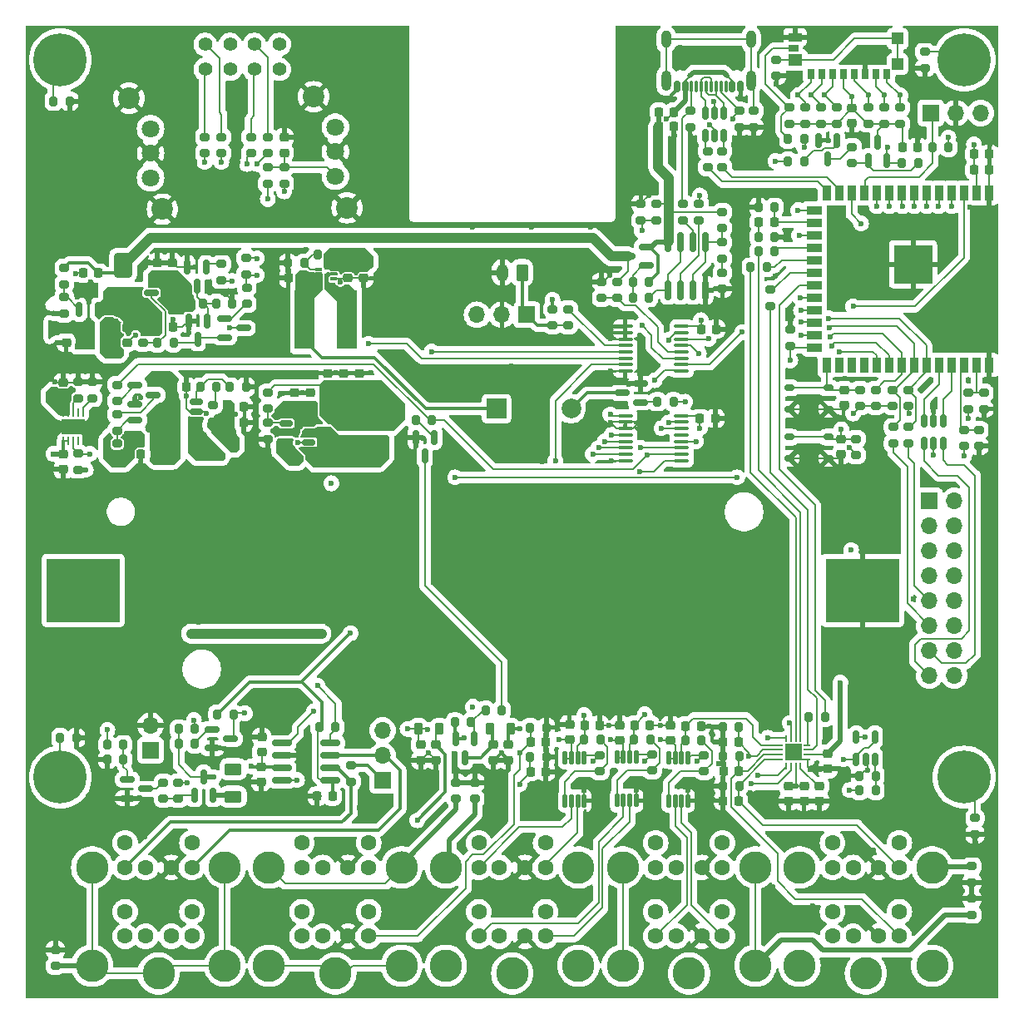
<source format=gtl>
G04 #@! TF.GenerationSoftware,KiCad,Pcbnew,8.0.4*
G04 #@! TF.CreationDate,2025-03-13T03:49:55-05:00*
G04 #@! TF.ProjectId,Unify_1,556e6966-795f-4312-9e6b-696361645f70,rev?*
G04 #@! TF.SameCoordinates,Original*
G04 #@! TF.FileFunction,Copper,L1,Top*
G04 #@! TF.FilePolarity,Positive*
%FSLAX46Y46*%
G04 Gerber Fmt 4.6, Leading zero omitted, Abs format (unit mm)*
G04 Created by KiCad (PCBNEW 8.0.4) date 2025-03-13 03:49:55*
%MOMM*%
%LPD*%
G01*
G04 APERTURE LIST*
G04 Aperture macros list*
%AMRoundRect*
0 Rectangle with rounded corners*
0 $1 Rounding radius*
0 $2 $3 $4 $5 $6 $7 $8 $9 X,Y pos of 4 corners*
0 Add a 4 corners polygon primitive as box body*
4,1,4,$2,$3,$4,$5,$6,$7,$8,$9,$2,$3,0*
0 Add four circle primitives for the rounded corners*
1,1,$1+$1,$2,$3*
1,1,$1+$1,$4,$5*
1,1,$1+$1,$6,$7*
1,1,$1+$1,$8,$9*
0 Add four rect primitives between the rounded corners*
20,1,$1+$1,$2,$3,$4,$5,0*
20,1,$1+$1,$4,$5,$6,$7,0*
20,1,$1+$1,$6,$7,$8,$9,0*
20,1,$1+$1,$8,$9,$2,$3,0*%
G04 Aperture macros list end*
G04 #@! TA.AperFunction,ComponentPad*
%ADD10C,1.800000*%
G04 #@! TD*
G04 #@! TA.AperFunction,ComponentPad*
%ADD11C,2.200000*%
G04 #@! TD*
G04 #@! TA.AperFunction,SMDPad,CuDef*
%ADD12R,3.900000X3.900000*%
G04 #@! TD*
G04 #@! TA.AperFunction,SMDPad,CuDef*
%ADD13R,0.900000X1.500000*%
G04 #@! TD*
G04 #@! TA.AperFunction,SMDPad,CuDef*
%ADD14R,1.500000X0.900000*%
G04 #@! TD*
G04 #@! TA.AperFunction,SMDPad,CuDef*
%ADD15RoundRect,0.200000X-0.275000X0.200000X-0.275000X-0.200000X0.275000X-0.200000X0.275000X0.200000X0*%
G04 #@! TD*
G04 #@! TA.AperFunction,SMDPad,CuDef*
%ADD16R,2.006600X5.994400*%
G04 #@! TD*
G04 #@! TA.AperFunction,SMDPad,CuDef*
%ADD17R,5.994400X2.006600*%
G04 #@! TD*
G04 #@! TA.AperFunction,HeatsinkPad*
%ADD18R,1.680000X1.680000*%
G04 #@! TD*
G04 #@! TA.AperFunction,SMDPad,CuDef*
%ADD19RoundRect,0.060000X-0.060000X-0.240000X0.060000X-0.240000X0.060000X0.240000X-0.060000X0.240000X0*%
G04 #@! TD*
G04 #@! TA.AperFunction,SMDPad,CuDef*
%ADD20RoundRect,0.060000X0.240000X-0.060000X0.240000X0.060000X-0.240000X0.060000X-0.240000X-0.060000X0*%
G04 #@! TD*
G04 #@! TA.AperFunction,SMDPad,CuDef*
%ADD21RoundRect,0.060000X-0.240000X0.060000X-0.240000X-0.060000X0.240000X-0.060000X0.240000X0.060000X0*%
G04 #@! TD*
G04 #@! TA.AperFunction,SMDPad,CuDef*
%ADD22RoundRect,0.225000X0.250000X-0.225000X0.250000X0.225000X-0.250000X0.225000X-0.250000X-0.225000X0*%
G04 #@! TD*
G04 #@! TA.AperFunction,SMDPad,CuDef*
%ADD23RoundRect,0.225000X0.225000X0.250000X-0.225000X0.250000X-0.225000X-0.250000X0.225000X-0.250000X0*%
G04 #@! TD*
G04 #@! TA.AperFunction,SMDPad,CuDef*
%ADD24RoundRect,0.225000X-0.250000X0.225000X-0.250000X-0.225000X0.250000X-0.225000X0.250000X0.225000X0*%
G04 #@! TD*
G04 #@! TA.AperFunction,SMDPad,CuDef*
%ADD25RoundRect,0.225000X-0.225000X-0.250000X0.225000X-0.250000X0.225000X0.250000X-0.225000X0.250000X0*%
G04 #@! TD*
G04 #@! TA.AperFunction,SMDPad,CuDef*
%ADD26RoundRect,0.200000X0.275000X-0.200000X0.275000X0.200000X-0.275000X0.200000X-0.275000X-0.200000X0*%
G04 #@! TD*
G04 #@! TA.AperFunction,ComponentPad*
%ADD27C,1.400000*%
G04 #@! TD*
G04 #@! TA.AperFunction,SMDPad,CuDef*
%ADD28R,7.460000X6.470000*%
G04 #@! TD*
G04 #@! TA.AperFunction,SMDPad,CuDef*
%ADD29RoundRect,0.112500X0.112500X-0.587500X0.112500X0.587500X-0.112500X0.587500X-0.112500X-0.587500X0*%
G04 #@! TD*
G04 #@! TA.AperFunction,SMDPad,CuDef*
%ADD30RoundRect,0.150000X0.512500X0.150000X-0.512500X0.150000X-0.512500X-0.150000X0.512500X-0.150000X0*%
G04 #@! TD*
G04 #@! TA.AperFunction,SMDPad,CuDef*
%ADD31RoundRect,0.200000X0.200000X0.275000X-0.200000X0.275000X-0.200000X-0.275000X0.200000X-0.275000X0*%
G04 #@! TD*
G04 #@! TA.AperFunction,SMDPad,CuDef*
%ADD32RoundRect,0.250000X-0.375000X-1.075000X0.375000X-1.075000X0.375000X1.075000X-0.375000X1.075000X0*%
G04 #@! TD*
G04 #@! TA.AperFunction,SMDPad,CuDef*
%ADD33RoundRect,0.112500X-0.112500X0.187500X-0.112500X-0.187500X0.112500X-0.187500X0.112500X0.187500X0*%
G04 #@! TD*
G04 #@! TA.AperFunction,SMDPad,CuDef*
%ADD34R,0.711200X0.990600*%
G04 #@! TD*
G04 #@! TA.AperFunction,SMDPad,CuDef*
%ADD35R,1.143000X1.193800*%
G04 #@! TD*
G04 #@! TA.AperFunction,SMDPad,CuDef*
%ADD36R,1.447800X1.193800*%
G04 #@! TD*
G04 #@! TA.AperFunction,SMDPad,CuDef*
%ADD37R,0.990600X0.711200*%
G04 #@! TD*
G04 #@! TA.AperFunction,SMDPad,CuDef*
%ADD38R,1.397000X0.889000*%
G04 #@! TD*
G04 #@! TA.AperFunction,SMDPad,CuDef*
%ADD39RoundRect,0.085000X-0.265000X-0.085000X0.265000X-0.085000X0.265000X0.085000X-0.265000X0.085000X0*%
G04 #@! TD*
G04 #@! TA.AperFunction,SMDPad,CuDef*
%ADD40RoundRect,0.100000X-0.637500X-0.100000X0.637500X-0.100000X0.637500X0.100000X-0.637500X0.100000X0*%
G04 #@! TD*
G04 #@! TA.AperFunction,HeatsinkPad*
%ADD41R,2.350000X1.580000*%
G04 #@! TD*
G04 #@! TA.AperFunction,SMDPad,CuDef*
%ADD42RoundRect,0.062500X0.062500X-0.350000X0.062500X0.350000X-0.062500X0.350000X-0.062500X-0.350000X0*%
G04 #@! TD*
G04 #@! TA.AperFunction,SMDPad,CuDef*
%ADD43RoundRect,0.200000X-0.200000X-0.275000X0.200000X-0.275000X0.200000X0.275000X-0.200000X0.275000X0*%
G04 #@! TD*
G04 #@! TA.AperFunction,SMDPad,CuDef*
%ADD44RoundRect,0.150000X-0.587500X-0.150000X0.587500X-0.150000X0.587500X0.150000X-0.587500X0.150000X0*%
G04 #@! TD*
G04 #@! TA.AperFunction,SMDPad,CuDef*
%ADD45RoundRect,0.150000X0.150000X-0.587500X0.150000X0.587500X-0.150000X0.587500X-0.150000X-0.587500X0*%
G04 #@! TD*
G04 #@! TA.AperFunction,SMDPad,CuDef*
%ADD46RoundRect,0.150000X0.587500X0.150000X-0.587500X0.150000X-0.587500X-0.150000X0.587500X-0.150000X0*%
G04 #@! TD*
G04 #@! TA.AperFunction,SMDPad,CuDef*
%ADD47RoundRect,0.150000X-0.150000X0.587500X-0.150000X-0.587500X0.150000X-0.587500X0.150000X0.587500X0*%
G04 #@! TD*
G04 #@! TA.AperFunction,ComponentPad*
%ADD48R,1.700000X1.700000*%
G04 #@! TD*
G04 #@! TA.AperFunction,ComponentPad*
%ADD49O,1.700000X1.700000*%
G04 #@! TD*
G04 #@! TA.AperFunction,SMDPad,CuDef*
%ADD50RoundRect,0.250000X0.625000X-0.375000X0.625000X0.375000X-0.625000X0.375000X-0.625000X-0.375000X0*%
G04 #@! TD*
G04 #@! TA.AperFunction,SMDPad,CuDef*
%ADD51RoundRect,0.250000X0.650000X-1.000000X0.650000X1.000000X-0.650000X1.000000X-0.650000X-1.000000X0*%
G04 #@! TD*
G04 #@! TA.AperFunction,ComponentPad*
%ADD52C,2.000000*%
G04 #@! TD*
G04 #@! TA.AperFunction,ComponentPad*
%ADD53R,2.000000X2.000000*%
G04 #@! TD*
G04 #@! TA.AperFunction,SMDPad,CuDef*
%ADD54RoundRect,0.218750X-0.218750X-0.256250X0.218750X-0.256250X0.218750X0.256250X-0.218750X0.256250X0*%
G04 #@! TD*
G04 #@! TA.AperFunction,ComponentPad*
%ADD55C,1.600000*%
G04 #@! TD*
G04 #@! TA.AperFunction,ComponentPad*
%ADD56C,3.300000*%
G04 #@! TD*
G04 #@! TA.AperFunction,ComponentPad*
%ADD57O,1.000000X1.800000*%
G04 #@! TD*
G04 #@! TA.AperFunction,ComponentPad*
%ADD58O,1.000000X2.100000*%
G04 #@! TD*
G04 #@! TA.AperFunction,SMDPad,CuDef*
%ADD59RoundRect,0.150000X0.150000X0.425000X-0.150000X0.425000X-0.150000X-0.425000X0.150000X-0.425000X0*%
G04 #@! TD*
G04 #@! TA.AperFunction,SMDPad,CuDef*
%ADD60RoundRect,0.075000X0.075000X0.500000X-0.075000X0.500000X-0.075000X-0.500000X0.075000X-0.500000X0*%
G04 #@! TD*
G04 #@! TA.AperFunction,SMDPad,CuDef*
%ADD61RoundRect,0.250000X0.375000X0.625000X-0.375000X0.625000X-0.375000X-0.625000X0.375000X-0.625000X0*%
G04 #@! TD*
G04 #@! TA.AperFunction,ComponentPad*
%ADD62O,1.200000X1.750000*%
G04 #@! TD*
G04 #@! TA.AperFunction,ComponentPad*
%ADD63RoundRect,0.250000X0.350000X0.625000X-0.350000X0.625000X-0.350000X-0.625000X0.350000X-0.625000X0*%
G04 #@! TD*
G04 #@! TA.AperFunction,ComponentPad*
%ADD64C,5.400000*%
G04 #@! TD*
G04 #@! TA.AperFunction,SMDPad,CuDef*
%ADD65RoundRect,0.218750X-0.218750X-0.381250X0.218750X-0.381250X0.218750X0.381250X-0.218750X0.381250X0*%
G04 #@! TD*
G04 #@! TA.AperFunction,SMDPad,CuDef*
%ADD66RoundRect,0.150000X0.150000X-0.825000X0.150000X0.825000X-0.150000X0.825000X-0.150000X-0.825000X0*%
G04 #@! TD*
G04 #@! TA.AperFunction,SMDPad,CuDef*
%ADD67RoundRect,0.150000X-0.825000X-0.150000X0.825000X-0.150000X0.825000X0.150000X-0.825000X0.150000X0*%
G04 #@! TD*
G04 #@! TA.AperFunction,SMDPad,CuDef*
%ADD68RoundRect,0.150000X-0.150000X0.512500X-0.150000X-0.512500X0.150000X-0.512500X0.150000X0.512500X0*%
G04 #@! TD*
G04 #@! TA.AperFunction,SMDPad,CuDef*
%ADD69RoundRect,0.150000X0.150000X-0.512500X0.150000X0.512500X-0.150000X0.512500X-0.150000X-0.512500X0*%
G04 #@! TD*
G04 #@! TA.AperFunction,SMDPad,CuDef*
%ADD70RoundRect,0.218750X0.218750X0.256250X-0.218750X0.256250X-0.218750X-0.256250X0.218750X-0.256250X0*%
G04 #@! TD*
G04 #@! TA.AperFunction,SMDPad,CuDef*
%ADD71RoundRect,0.175000X-0.325000X-0.175000X0.325000X-0.175000X0.325000X0.175000X-0.325000X0.175000X0*%
G04 #@! TD*
G04 #@! TA.AperFunction,ViaPad*
%ADD72C,0.600000*%
G04 #@! TD*
G04 #@! TA.AperFunction,Conductor*
%ADD73C,0.500000*%
G04 #@! TD*
G04 #@! TA.AperFunction,Conductor*
%ADD74C,0.200000*%
G04 #@! TD*
G04 #@! TA.AperFunction,Conductor*
%ADD75C,0.300000*%
G04 #@! TD*
G04 #@! TA.AperFunction,Conductor*
%ADD76C,1.000000*%
G04 #@! TD*
G04 #@! TA.AperFunction,Conductor*
%ADD77C,0.250000*%
G04 #@! TD*
G04 APERTURE END LIST*
D10*
X143200000Y-66000000D03*
X143200000Y-63500000D03*
X143200000Y-61000000D03*
D11*
X144400000Y-69200000D03*
X141000000Y-57900000D03*
D10*
X162000000Y-65850000D03*
X162000000Y-63350000D03*
X162000000Y-60850000D03*
D11*
X163200000Y-69050000D03*
X159800000Y-57750000D03*
D12*
X220800000Y-74800000D03*
D13*
X228520000Y-85050000D03*
X227250000Y-85050000D03*
X225980000Y-85050000D03*
X224710000Y-85050000D03*
X223440000Y-85050000D03*
X222170000Y-85050000D03*
X220900000Y-85050000D03*
X219630000Y-85050000D03*
X218360000Y-85050000D03*
X217090000Y-85050000D03*
X215820000Y-85050000D03*
X214550000Y-85050000D03*
X213280000Y-85050000D03*
X212010000Y-85050000D03*
D14*
X210760000Y-83285000D03*
X210760000Y-82015000D03*
X210760000Y-80745000D03*
X210760000Y-79475000D03*
X210760000Y-78205000D03*
X210760000Y-76935000D03*
X210760000Y-75665000D03*
X210760000Y-74395000D03*
X210760000Y-73125000D03*
X210760000Y-71855000D03*
X210760000Y-70585000D03*
X210760000Y-69315000D03*
D13*
X212010000Y-67550000D03*
X213280000Y-67550000D03*
X214550000Y-67550000D03*
X215820000Y-67550000D03*
X217090000Y-67550000D03*
X218360000Y-67550000D03*
X219630000Y-67550000D03*
X220900000Y-67550000D03*
X222170000Y-67550000D03*
X223440000Y-67550000D03*
X224710000Y-67550000D03*
X225980000Y-67550000D03*
X227250000Y-67550000D03*
X228520000Y-67550000D03*
D15*
X218800000Y-91375000D03*
X218800000Y-93025000D03*
X220300000Y-91375000D03*
X220300000Y-93025000D03*
D16*
X163209000Y-80450000D03*
X158891000Y-80450000D03*
D17*
X163846500Y-93918000D03*
X163846500Y-89600000D03*
D18*
X208605000Y-124480000D03*
D19*
X207855000Y-123080000D03*
X208355000Y-123080000D03*
X208855000Y-123080000D03*
X209355000Y-123080000D03*
D20*
X210005000Y-123730000D03*
X210005000Y-124230000D03*
X210005000Y-124730000D03*
X210005000Y-125230000D03*
D19*
X209355000Y-125880000D03*
X208855000Y-125880000D03*
X208355000Y-125880000D03*
X207855000Y-125880000D03*
D20*
X207205000Y-125230000D03*
X207205000Y-124730000D03*
D21*
X207205000Y-124230000D03*
D20*
X207205000Y-123730000D03*
D22*
X154500000Y-124475000D03*
X154500000Y-122925000D03*
D23*
X143756250Y-94100000D03*
X142206250Y-94100000D03*
D24*
X208100000Y-127920000D03*
X208100000Y-129470000D03*
D25*
X151106250Y-89300000D03*
X152656250Y-89300000D03*
D22*
X159446500Y-87884000D03*
X159446500Y-89434000D03*
X162846500Y-87434000D03*
X162846500Y-85884000D03*
X161246500Y-87434000D03*
X161246500Y-85884000D03*
D25*
X151106250Y-90900000D03*
X152656250Y-90900000D03*
D24*
X164900000Y-74675000D03*
X164900000Y-76225000D03*
X163300000Y-74675000D03*
X163300000Y-76225000D03*
X134600000Y-81225000D03*
X134600000Y-82775000D03*
D22*
X143900000Y-76175000D03*
X143900000Y-74625000D03*
X145400000Y-76175000D03*
X145400000Y-74625000D03*
D26*
X201400000Y-74225000D03*
X201400000Y-72575000D03*
D27*
X156300000Y-52415816D03*
X156300000Y-54955816D03*
X153760000Y-52415816D03*
X153760000Y-54955816D03*
X151300000Y-52415816D03*
X151300000Y-54955816D03*
X148760000Y-52415816D03*
X148760000Y-54955816D03*
D28*
X215670000Y-108000000D03*
X136330000Y-108000000D03*
D29*
X195925000Y-129412500D03*
X196575000Y-129412500D03*
X197225000Y-129412500D03*
X197875000Y-129412500D03*
X197875000Y-125012500D03*
X197225000Y-125012500D03*
X196575000Y-125012500D03*
X195925000Y-125012500D03*
X190650000Y-129387500D03*
X191300000Y-129387500D03*
X191950000Y-129387500D03*
X192600000Y-129387500D03*
X192600000Y-124987500D03*
X191950000Y-124987500D03*
X191300000Y-124987500D03*
X190650000Y-124987500D03*
X185387500Y-129420000D03*
X186037500Y-129420000D03*
X186687500Y-129420000D03*
X187337500Y-129420000D03*
X187337500Y-125020000D03*
X186687500Y-125020000D03*
X186037500Y-125020000D03*
X185387500Y-125020000D03*
D30*
X145537500Y-90743750D03*
X145537500Y-88843750D03*
X147812500Y-88843750D03*
X147812500Y-89793750D03*
X147812500Y-90743750D03*
D31*
X149906250Y-87300000D03*
X148256250Y-87300000D03*
D26*
X149581250Y-89168750D03*
X149581250Y-90818750D03*
D32*
X148281250Y-93193750D03*
X145481250Y-93193750D03*
D33*
X150381250Y-94350000D03*
X150381250Y-92250000D03*
D34*
X210449999Y-55484000D03*
X211550000Y-55484000D03*
X212650000Y-55484000D03*
X213750000Y-55484000D03*
X214850001Y-55484000D03*
X215950001Y-55484000D03*
X217050002Y-55484000D03*
X218149999Y-55484000D03*
D35*
X219225001Y-51844000D03*
X219225001Y-54434000D03*
D36*
X208824999Y-53994001D03*
D37*
X208600001Y-52844000D03*
D38*
X208800000Y-51694000D03*
D39*
X160300000Y-75300000D03*
X160300000Y-75800000D03*
X160300000Y-76300000D03*
X161800000Y-76300000D03*
X161800000Y-75800000D03*
X161800000Y-75300000D03*
D40*
X191525000Y-90225000D03*
X191525000Y-90875000D03*
X191525000Y-91525000D03*
X191525000Y-92175000D03*
X191525000Y-92825000D03*
X191525000Y-93475000D03*
X191525000Y-94125000D03*
X191525000Y-94775000D03*
X197250000Y-94775000D03*
X197250000Y-94125000D03*
X197250000Y-93475000D03*
X197250000Y-92825000D03*
X197250000Y-92175000D03*
X197250000Y-91525000D03*
X197250000Y-90875000D03*
X197250000Y-90225000D03*
D30*
X159284000Y-92909000D03*
X159284000Y-91959000D03*
X159284000Y-91009000D03*
X157009000Y-91009000D03*
X157009000Y-91959000D03*
X157009000Y-92909000D03*
D41*
X135310000Y-91305000D03*
D42*
X134310000Y-89867500D03*
X134810000Y-89867500D03*
X135310000Y-89867500D03*
X135810000Y-89867500D03*
X136310000Y-89867500D03*
X136310000Y-92742500D03*
X135810000Y-92742500D03*
X135310000Y-92742500D03*
X134810000Y-92742500D03*
X134310000Y-92742500D03*
D31*
X140425000Y-125200000D03*
X138775000Y-125200000D03*
D43*
X146045000Y-123615000D03*
X147695000Y-123615000D03*
D26*
X144500000Y-129225000D03*
X144500000Y-127575000D03*
D31*
X147695000Y-122115000D03*
X146045000Y-122115000D03*
D43*
X149975000Y-120600000D03*
X151625000Y-120600000D03*
D15*
X146000000Y-127575000D03*
X146000000Y-129225000D03*
X227500000Y-91675000D03*
X227500000Y-93325000D03*
D26*
X226000000Y-93325000D03*
X226000000Y-91675000D03*
D31*
X224425000Y-62900000D03*
X222775000Y-62900000D03*
X171825000Y-90700000D03*
X170175000Y-90700000D03*
X158825000Y-74700000D03*
X157175000Y-74700000D03*
D43*
X177275000Y-120200000D03*
X178925000Y-120200000D03*
D31*
X161825000Y-73800000D03*
X160175000Y-73800000D03*
X175825000Y-121400000D03*
X174175000Y-121400000D03*
D43*
X208075000Y-64300000D03*
X209725000Y-64300000D03*
D15*
X139781250Y-88725000D03*
X139781250Y-87075000D03*
X155146500Y-90934000D03*
X155146500Y-92584000D03*
D26*
X214600000Y-64525000D03*
X214600000Y-62875000D03*
D31*
X221325000Y-64500000D03*
X219675000Y-64500000D03*
D26*
X139781250Y-90075000D03*
X139781250Y-91725000D03*
D15*
X155146500Y-87834000D03*
X155146500Y-89484000D03*
X139781250Y-94725000D03*
X139781250Y-93075000D03*
D26*
X135800000Y-88425000D03*
X135800000Y-86775000D03*
X137300000Y-88425000D03*
X137300000Y-86775000D03*
D31*
X151525000Y-78800000D03*
X149875000Y-78800000D03*
D26*
X150400000Y-76425000D03*
X150400000Y-74775000D03*
D15*
X134400000Y-78175000D03*
X134400000Y-79825000D03*
X153000000Y-77175000D03*
X153000000Y-78825000D03*
D26*
X135800000Y-95725000D03*
X135800000Y-94075000D03*
X152900000Y-75825000D03*
X152900000Y-74175000D03*
D43*
X146875000Y-78800000D03*
X148525000Y-78800000D03*
X143875000Y-82800000D03*
X145525000Y-82800000D03*
D15*
X142400000Y-81175000D03*
X142400000Y-82825000D03*
D43*
X208075000Y-62075000D03*
X209725000Y-62075000D03*
D26*
X185700000Y-79375000D03*
X185700000Y-81025000D03*
X189100000Y-78225000D03*
X189100000Y-76575000D03*
D43*
X192275000Y-78200000D03*
X193925000Y-78200000D03*
D15*
X190700000Y-76575000D03*
X190700000Y-78225000D03*
D43*
X192275000Y-76600000D03*
X193925000Y-76600000D03*
D15*
X155100000Y-64950000D03*
X155100000Y-66600000D03*
D44*
X140825000Y-127250000D03*
X140825000Y-129150000D03*
X142700000Y-128200000D03*
X149462500Y-122150000D03*
X149462500Y-124050000D03*
X151337500Y-123100000D03*
D45*
X147650000Y-128837500D03*
X149550000Y-128837500D03*
X148600000Y-126962500D03*
D46*
X191162500Y-87900000D03*
X193037500Y-86950000D03*
X193037500Y-88850000D03*
D47*
X172075000Y-92462500D03*
X170175000Y-92462500D03*
X171125000Y-94337500D03*
X176150000Y-123125000D03*
X174250000Y-123125000D03*
X175200000Y-125000000D03*
D44*
X143481250Y-88100000D03*
X141606250Y-89050000D03*
X141606250Y-87150000D03*
D45*
X216250000Y-64237500D03*
X218150000Y-64237500D03*
X217200000Y-62362500D03*
D44*
X143481250Y-91600000D03*
X141606250Y-92550000D03*
X141606250Y-90650000D03*
D47*
X148850000Y-75125000D03*
X146950000Y-75125000D03*
X147900000Y-77000000D03*
X148950000Y-80562500D03*
X147050000Y-80562500D03*
X148000000Y-82437500D03*
D45*
X135950000Y-79437500D03*
X137850000Y-79437500D03*
X136900000Y-77562500D03*
D44*
X143300000Y-77700000D03*
X143300000Y-79600000D03*
X145175000Y-78650000D03*
D46*
X193637500Y-74950000D03*
X193637500Y-73050000D03*
X191762500Y-74000000D03*
D48*
X143200000Y-124275000D03*
D49*
X143200000Y-121735000D03*
X225000000Y-116660000D03*
X222460000Y-116660000D03*
X225000000Y-114120000D03*
X222460000Y-114120000D03*
X225000000Y-111580000D03*
X222460000Y-111580000D03*
X225000000Y-109040000D03*
X222460000Y-109040000D03*
X225000000Y-106500000D03*
X222460000Y-106500000D03*
X225000000Y-103960000D03*
X222460000Y-103960000D03*
X225000000Y-101420000D03*
X222460000Y-101420000D03*
X225000000Y-98880000D03*
D48*
X222460000Y-98880000D03*
X222600000Y-59400000D03*
D49*
X225140000Y-59400000D03*
X227680000Y-59400000D03*
D50*
X151600000Y-129000000D03*
X151600000Y-126200000D03*
D51*
X140400000Y-78900000D03*
X140400000Y-74900000D03*
D25*
X199112500Y-90500000D03*
X200662500Y-90500000D03*
D23*
X158775000Y-76200000D03*
X157225000Y-76200000D03*
D22*
X164446500Y-87434000D03*
X164446500Y-85884000D03*
D25*
X219725000Y-62900000D03*
X221275000Y-62900000D03*
D23*
X159521500Y-94459000D03*
X157971500Y-94459000D03*
D22*
X157846500Y-87884000D03*
X157846500Y-89434000D03*
D23*
X137875000Y-75700000D03*
X136325000Y-75700000D03*
D24*
X134300000Y-94125000D03*
X134300000Y-95675000D03*
D22*
X134300000Y-88375000D03*
X134300000Y-86825000D03*
D25*
X143925000Y-81200000D03*
X145475000Y-81200000D03*
D24*
X140800000Y-81225000D03*
X140800000Y-82775000D03*
X172200000Y-125275000D03*
X172200000Y-123725000D03*
D22*
X196125000Y-123275000D03*
X196125000Y-121725000D03*
D31*
X194775000Y-88800000D03*
X196425000Y-88800000D03*
D48*
X166800000Y-127325000D03*
D49*
X166800000Y-124785000D03*
X166800000Y-122245000D03*
D52*
X186000000Y-89500000D03*
D53*
X178400000Y-89500000D03*
D25*
X227025000Y-63604394D03*
X228575000Y-63604394D03*
D15*
X198100000Y-59175000D03*
X198100000Y-60825000D03*
D43*
X138775000Y-123700000D03*
X140425000Y-123700000D03*
D54*
X205100000Y-70500000D03*
X206675000Y-70500000D03*
D43*
X181825000Y-124950000D03*
X183475000Y-124950000D03*
D55*
X145300000Y-143200000D03*
X142700000Y-143200000D03*
X147400000Y-143200000D03*
X140600000Y-143200000D03*
X147400000Y-140700000D03*
X140600000Y-140700000D03*
X145300000Y-136200000D03*
X142700000Y-136200000D03*
X147400000Y-136200000D03*
X140600000Y-136200000D03*
X147400000Y-133700000D03*
X140600000Y-133700000D03*
D56*
X137250000Y-136200000D03*
X137250000Y-146200000D03*
X144000000Y-147000000D03*
X150750000Y-136200000D03*
X150750000Y-146200000D03*
D26*
X219500000Y-60500000D03*
X219500000Y-58850000D03*
D57*
X195680000Y-51925000D03*
D58*
X195680000Y-56105000D03*
D57*
X204320000Y-51925000D03*
D58*
X204320000Y-56105000D03*
D59*
X203200000Y-56680000D03*
X202400000Y-56680000D03*
D60*
X201750000Y-56680000D03*
X200750000Y-56680000D03*
X199250000Y-56680000D03*
X198250000Y-56680000D03*
D59*
X197600000Y-56680000D03*
X196800000Y-56680000D03*
X196800000Y-56680000D03*
X197600000Y-56680000D03*
D60*
X198750000Y-56680000D03*
X199750000Y-56680000D03*
X200250000Y-56680000D03*
X201250000Y-56680000D03*
D59*
X202400000Y-56680000D03*
X203200000Y-56680000D03*
D31*
X203100000Y-124900000D03*
X201450000Y-124900000D03*
D26*
X220300000Y-87575000D03*
X220300000Y-89225000D03*
D61*
X139100000Y-81600000D03*
X136300000Y-81600000D03*
D22*
X156800000Y-63450000D03*
X156800000Y-61900000D03*
D26*
X208300000Y-83125000D03*
X208300000Y-81475000D03*
D15*
X199900000Y-63275000D03*
X199900000Y-64925000D03*
D26*
X217000000Y-87575000D03*
X217000000Y-89225000D03*
D15*
X201400000Y-63275000D03*
X201400000Y-64925000D03*
D43*
X151256250Y-87300000D03*
X152906250Y-87300000D03*
D22*
X185825000Y-123175000D03*
X185825000Y-121625000D03*
D55*
X181300000Y-143200000D03*
X178700000Y-143200000D03*
X183400000Y-143200000D03*
X176600000Y-143200000D03*
X183400000Y-140700000D03*
X176600000Y-140700000D03*
X181300000Y-136200000D03*
X178700000Y-136200000D03*
X183400000Y-136200000D03*
X176600000Y-136200000D03*
X183400000Y-133700000D03*
X176600000Y-133700000D03*
D56*
X173250000Y-136200000D03*
X173250000Y-146200000D03*
X180000000Y-147000000D03*
X186750000Y-136200000D03*
X186750000Y-146200000D03*
D62*
X179000000Y-75650000D03*
D63*
X181000000Y-75650000D03*
D49*
X176420000Y-79950000D03*
X178960000Y-79950000D03*
D48*
X181500000Y-79950000D03*
D25*
X227025000Y-65200000D03*
X228575000Y-65200000D03*
D15*
X133500000Y-144575000D03*
X133500000Y-146225000D03*
D25*
X192475000Y-121700000D03*
X194025000Y-121700000D03*
D24*
X211300000Y-127925000D03*
X211300000Y-129475000D03*
D15*
X163625000Y-125810000D03*
X163625000Y-127460000D03*
D25*
X199212500Y-81400000D03*
X200762500Y-81400000D03*
D43*
X205075000Y-73500000D03*
X206725000Y-73500000D03*
X160375000Y-121900000D03*
X162025000Y-121900000D03*
D15*
X148700000Y-61850000D03*
X148700000Y-63500000D03*
D25*
X181875000Y-126450000D03*
X183425000Y-126450000D03*
D24*
X214600000Y-58900000D03*
X214600000Y-60450000D03*
D56*
X222750000Y-146200000D03*
X222750000Y-136200000D03*
X216000000Y-147000000D03*
X209250000Y-146200000D03*
X209250000Y-136200000D03*
D55*
X212600000Y-133700000D03*
X219400000Y-133700000D03*
X212600000Y-136200000D03*
X219400000Y-136200000D03*
X214700000Y-136200000D03*
X217300000Y-136200000D03*
X212600000Y-140700000D03*
X219400000Y-140700000D03*
X212600000Y-143200000D03*
X219400000Y-143200000D03*
X214700000Y-143200000D03*
X217300000Y-143200000D03*
D31*
X135625000Y-123000000D03*
X133975000Y-123000000D03*
D24*
X212125000Y-124625000D03*
X212125000Y-126175000D03*
D15*
X226800000Y-139375000D03*
X226800000Y-141025000D03*
D55*
X163300000Y-143200000D03*
X160700000Y-143200000D03*
X165400000Y-143200000D03*
X158600000Y-143200000D03*
X165400000Y-140700000D03*
X158600000Y-140700000D03*
X163300000Y-136200000D03*
X160700000Y-136200000D03*
X165400000Y-136200000D03*
X158600000Y-136200000D03*
X165400000Y-133700000D03*
X158600000Y-133700000D03*
D56*
X155250000Y-136200000D03*
X155250000Y-146200000D03*
X162000000Y-147000000D03*
X168750000Y-136200000D03*
X168750000Y-146200000D03*
D26*
X209800000Y-60500000D03*
X209800000Y-58850000D03*
D64*
X226000000Y-54000000D03*
D25*
X187350000Y-121700000D03*
X188900000Y-121700000D03*
D26*
X217900000Y-60500000D03*
X217900000Y-58850000D03*
D15*
X184120000Y-81025000D03*
X184120000Y-79375000D03*
X176200000Y-127575000D03*
X176200000Y-129225000D03*
D23*
X161700000Y-128935000D03*
X160150000Y-128935000D03*
D24*
X179600000Y-125275000D03*
X179600000Y-123725000D03*
D65*
X179862500Y-122100000D03*
X177737500Y-122100000D03*
D64*
X134000000Y-54000000D03*
D31*
X217000000Y-126862500D03*
X215350000Y-126862500D03*
D66*
X195860000Y-77455552D03*
X197130000Y-77455552D03*
X198400000Y-77455552D03*
X199670000Y-77455552D03*
X199670000Y-72505552D03*
X198400000Y-72505552D03*
X197130000Y-72505552D03*
X195860000Y-72505552D03*
D24*
X213500000Y-92625000D03*
X213500000Y-94175000D03*
D26*
X226400000Y-89525000D03*
X226400000Y-87875000D03*
D31*
X206725000Y-69000000D03*
X205075000Y-69000000D03*
D25*
X197650000Y-121800000D03*
X199200000Y-121800000D03*
D24*
X178100000Y-125275000D03*
X178100000Y-123725000D03*
D15*
X201400000Y-75675000D03*
X201400000Y-77325000D03*
D64*
X226000000Y-127000000D03*
D67*
X156550000Y-123530000D03*
X156550000Y-124800000D03*
X156550000Y-126070000D03*
X156550000Y-127340000D03*
X161500000Y-127340000D03*
X161500000Y-126070000D03*
X161500000Y-124800000D03*
X161500000Y-123530000D03*
D22*
X190950000Y-123250000D03*
X190950000Y-121700000D03*
D23*
X203025000Y-129400000D03*
X201475000Y-129400000D03*
D26*
X156800000Y-66600000D03*
X156800000Y-64950000D03*
D23*
X203025000Y-123400000D03*
X201475000Y-123400000D03*
D43*
X187325000Y-123200000D03*
X188975000Y-123200000D03*
D15*
X150400000Y-61850000D03*
X150400000Y-63500000D03*
D31*
X211825000Y-120900000D03*
X210175000Y-120900000D03*
D26*
X206300000Y-79025000D03*
X206300000Y-77375000D03*
D24*
X170700000Y-125275000D03*
X170700000Y-123725000D03*
D25*
X194930001Y-60800000D03*
X196480001Y-60800000D03*
D31*
X203075000Y-121900000D03*
X201425000Y-121900000D03*
D26*
X211400000Y-60500000D03*
X211400000Y-58850000D03*
X215000000Y-94225000D03*
X215000000Y-92575000D03*
D44*
X150762500Y-80350000D03*
X150762500Y-82250000D03*
X152637500Y-81300000D03*
D68*
X201550000Y-59425000D03*
X200600000Y-59425000D03*
X199650000Y-59425000D03*
X199650000Y-61700000D03*
X200600000Y-61700000D03*
X201550000Y-61700000D03*
D26*
X193100000Y-70325000D03*
X193100000Y-68675000D03*
X215400000Y-89225000D03*
X215400000Y-87575000D03*
D69*
X215025000Y-125200000D03*
X215975000Y-125200000D03*
X216925000Y-125200000D03*
X216925000Y-122925000D03*
X215025000Y-122925000D03*
D64*
X134000000Y-127000000D03*
D31*
X203100000Y-127900000D03*
X201450000Y-127900000D03*
D24*
X209700000Y-127925000D03*
X209700000Y-129475000D03*
D15*
X206900000Y-53975000D03*
X206900000Y-55625000D03*
D43*
X197600000Y-123300000D03*
X199250000Y-123300000D03*
D26*
X188925000Y-126425000D03*
X188925000Y-124775000D03*
X226800000Y-137725000D03*
X226800000Y-136075000D03*
D23*
X203050000Y-126400000D03*
X201500000Y-126400000D03*
D65*
X172562500Y-122100000D03*
X170437500Y-122100000D03*
D70*
X196487500Y-59300000D03*
X194912500Y-59300000D03*
D26*
X227100000Y-132825000D03*
X227100000Y-131175000D03*
X208200000Y-60500000D03*
X208200000Y-58850000D03*
D31*
X134955000Y-58210000D03*
X133305000Y-58210000D03*
D26*
X194250000Y-126325000D03*
X194250000Y-124675000D03*
X216300000Y-60500000D03*
X216300000Y-58850000D03*
D71*
X208200000Y-92400000D03*
X212200000Y-92400000D03*
X208200000Y-94550000D03*
X212200000Y-94550000D03*
D15*
X201400000Y-69475000D03*
X201400000Y-71125000D03*
D56*
X204750000Y-146200000D03*
X204750000Y-136200000D03*
X198000000Y-147000000D03*
X191250000Y-146200000D03*
X191250000Y-136200000D03*
D55*
X194600000Y-133700000D03*
X201400000Y-133700000D03*
X194600000Y-136200000D03*
X201400000Y-136200000D03*
X196700000Y-136200000D03*
X199300000Y-136200000D03*
X194600000Y-140700000D03*
X201400000Y-140700000D03*
X194600000Y-143200000D03*
X201400000Y-143200000D03*
X196700000Y-143200000D03*
X199300000Y-143200000D03*
D40*
X191525000Y-81125000D03*
X191525000Y-81775000D03*
X191525000Y-82425000D03*
X191525000Y-83075000D03*
X191525000Y-83725000D03*
X191525000Y-84375000D03*
X191525000Y-85025000D03*
X191525000Y-85675000D03*
X197250000Y-85675000D03*
X197250000Y-85025000D03*
X197250000Y-84375000D03*
X197250000Y-83725000D03*
X197250000Y-83075000D03*
X197250000Y-82425000D03*
X197250000Y-81775000D03*
X197250000Y-81125000D03*
D26*
X204600000Y-60825000D03*
X204600000Y-59175000D03*
X222000000Y-54825000D03*
X222000000Y-53175000D03*
D68*
X223850000Y-90762500D03*
X222900000Y-90762500D03*
X221950000Y-90762500D03*
X221950000Y-93037500D03*
X222900000Y-93037500D03*
X223850000Y-93037500D03*
D26*
X218700000Y-87575000D03*
X218700000Y-89225000D03*
D24*
X154425000Y-125960000D03*
X154425000Y-127510000D03*
D25*
X146850000Y-87293750D03*
X145300000Y-87293750D03*
D24*
X213800000Y-87625000D03*
X213800000Y-89175000D03*
D15*
X155100000Y-61850000D03*
X155100000Y-63500000D03*
X203100000Y-59175000D03*
X203100000Y-60825000D03*
D43*
X215350000Y-128362500D03*
X217000000Y-128362500D03*
D15*
X228000000Y-87875000D03*
X228000000Y-89525000D03*
D25*
X181875000Y-123450000D03*
X183425000Y-123450000D03*
D43*
X205925000Y-75100000D03*
X204275000Y-75100000D03*
D26*
X199525000Y-126425000D03*
X199525000Y-124775000D03*
D15*
X194700000Y-68675000D03*
X194700000Y-70325000D03*
X199000000Y-68675000D03*
X199000000Y-70325000D03*
D26*
X213000000Y-60500000D03*
X213000000Y-58850000D03*
D43*
X192425000Y-123200000D03*
X194075000Y-123200000D03*
D15*
X197400000Y-68675000D03*
X197400000Y-70325000D03*
X153400000Y-61850000D03*
X153400000Y-63500000D03*
D43*
X181825000Y-121950000D03*
X183475000Y-121950000D03*
D15*
X174300000Y-127575000D03*
X174300000Y-129225000D03*
D43*
X205075000Y-72000000D03*
X206725000Y-72000000D03*
D71*
X208200000Y-87400000D03*
X212200000Y-87400000D03*
X208200000Y-89550000D03*
X212200000Y-89550000D03*
D15*
X134400000Y-75175000D03*
X134400000Y-76825000D03*
D47*
X213050000Y-62225000D03*
X211150000Y-62225000D03*
X212100000Y-64100000D03*
D72*
X195700000Y-126400000D03*
X190400000Y-126300000D03*
X201000000Y-125600000D03*
X165000000Y-81900000D03*
X155000000Y-77600000D03*
X159000000Y-73300000D03*
X174200000Y-88200000D03*
X165400000Y-79100000D03*
X146400000Y-130700000D03*
X161200000Y-111300000D03*
X148100000Y-111200000D03*
X196400000Y-97500000D03*
X199900000Y-95500000D03*
X214000000Y-126800000D03*
X193000000Y-90800000D03*
X206800000Y-76000000D03*
X202467725Y-60021840D03*
X200100000Y-60600000D03*
X195680077Y-60043788D03*
X200500000Y-58200000D03*
X204600000Y-61600000D03*
X198100000Y-61700000D03*
X224400000Y-61900000D03*
X222800000Y-65900000D03*
X216000000Y-62700000D03*
X212200000Y-62200000D03*
X218200000Y-62900000D03*
X221300000Y-62000000D03*
X203200000Y-85800000D03*
X196900000Y-87500000D03*
X191300000Y-89100000D03*
X198700000Y-89100000D03*
X198900000Y-86000000D03*
X191900000Y-87000000D03*
X214700000Y-79100000D03*
X213500000Y-91600000D03*
X214275717Y-93444465D03*
X210400000Y-94550000D03*
X147300000Y-112400000D03*
X160600000Y-112400000D03*
X212400000Y-75000000D03*
X212400000Y-69100000D03*
X207400000Y-117400000D03*
X180100000Y-117500000D03*
X177700000Y-115800000D03*
X172500000Y-103700000D03*
X170000000Y-105900000D03*
X170000000Y-98200000D03*
X176900000Y-119050000D03*
X164600000Y-111400000D03*
X151800000Y-90050000D03*
X151400000Y-91950000D03*
X145475000Y-80450000D03*
X136900000Y-78650000D03*
X137100000Y-76600000D03*
X135750000Y-76850000D03*
X133200000Y-87800000D03*
X136100000Y-143850000D03*
X138400000Y-143700000D03*
X154100000Y-143650000D03*
X156400000Y-143650000D03*
X172100000Y-143600000D03*
X174350000Y-143500000D03*
X184150000Y-145050000D03*
X187800000Y-138850000D03*
X185400000Y-138750000D03*
X223850000Y-138750000D03*
X221650000Y-138800000D03*
X190100000Y-143650000D03*
X192200000Y-143600000D03*
X190250000Y-138750000D03*
X192300000Y-138750000D03*
X203700000Y-143600000D03*
X203700000Y-138700000D03*
X184350000Y-126500000D03*
X146900000Y-85950000D03*
X149200000Y-83250000D03*
X146400000Y-73550000D03*
X159800000Y-86100000D03*
X168300000Y-94550000D03*
X175750000Y-95000000D03*
X183050000Y-94900000D03*
X186200000Y-94350000D03*
X222350000Y-71250000D03*
X226600000Y-69000000D03*
X215800000Y-69250000D03*
X203750000Y-73600000D03*
X203200000Y-80300000D03*
X208250000Y-85950000D03*
X212000000Y-103650000D03*
X212050000Y-112300000D03*
X207450000Y-110600000D03*
X207500000Y-105350000D03*
X174150000Y-98350000D03*
X186350000Y-85400000D03*
X167050000Y-73700000D03*
X166250000Y-76800000D03*
X155850000Y-75400000D03*
X195550000Y-92600000D03*
X163000000Y-73650000D03*
X164984436Y-75275000D03*
X158500000Y-78900000D03*
X159450000Y-78000000D03*
X158300000Y-78000000D03*
X159300000Y-79600000D03*
X162500735Y-76599265D03*
X176000000Y-119850000D03*
X169350000Y-122100000D03*
X171600000Y-82300000D03*
X182100000Y-91700000D03*
X176200000Y-88000000D03*
X179900000Y-85150000D03*
X183250000Y-88650000D03*
X173250000Y-92350000D03*
X154400000Y-86550000D03*
X139250000Y-85650000D03*
X154500000Y-81650000D03*
X138250000Y-73700000D03*
X151200000Y-69500000D03*
X146600000Y-69500000D03*
X147450000Y-56450000D03*
X156250000Y-56850000D03*
X152400000Y-56200000D03*
X152050000Y-64450000D03*
X159500000Y-66100000D03*
X168550000Y-69650000D03*
X187150000Y-82450000D03*
X220900000Y-59450000D03*
X219650000Y-56100000D03*
X203250000Y-54350000D03*
X197150000Y-52700000D03*
X196200000Y-64450000D03*
X192050000Y-72750000D03*
X191900000Y-80000000D03*
X195150000Y-79500000D03*
X198400000Y-66550000D03*
X207850000Y-67400000D03*
X213900000Y-86450000D03*
X210350000Y-85150000D03*
X213150000Y-79250000D03*
X222550000Y-82000000D03*
X226400000Y-86600000D03*
X222000000Y-87200000D03*
X221950000Y-97000000D03*
X220800000Y-108850000D03*
X207550000Y-130950000D03*
X214550000Y-121350000D03*
X212200000Y-117500000D03*
X211750000Y-123450000D03*
X207150000Y-122200000D03*
X153100000Y-119150000D03*
X158050000Y-118450000D03*
X156100000Y-122150000D03*
X153000000Y-124550000D03*
X164950000Y-126800000D03*
X164450000Y-130100000D03*
X163500000Y-123750000D03*
X162450000Y-130300000D03*
X159350000Y-127600000D03*
X148600000Y-130100000D03*
X151800000Y-127550000D03*
X149750000Y-125650000D03*
X147000000Y-124850000D03*
X145250000Y-126200000D03*
X142650000Y-127000000D03*
X142600000Y-133050000D03*
X138550000Y-133550000D03*
X136250000Y-138500000D03*
X139400000Y-137700000D03*
X148300000Y-145250000D03*
X139950000Y-145950000D03*
X142400000Y-141450000D03*
X149650000Y-138850000D03*
X154000000Y-138500000D03*
X153000000Y-144650000D03*
X157750000Y-145200000D03*
X156250000Y-138700000D03*
X159200000Y-138850000D03*
X166600000Y-142000000D03*
X170950000Y-137600000D03*
X176400000Y-138000000D03*
X174900000Y-134100000D03*
X177950000Y-132350000D03*
X181250000Y-133200000D03*
X181300000Y-130950000D03*
X184450000Y-130900000D03*
X187400000Y-133550000D03*
X192500000Y-133700000D03*
X196650000Y-134400000D03*
X199600000Y-134400000D03*
X203100000Y-132950000D03*
X204250000Y-128600000D03*
X206200000Y-132850000D03*
X216800000Y-134450000D03*
X211400000Y-134900000D03*
X206550000Y-138200000D03*
X210650000Y-138350000D03*
X221100000Y-142150000D03*
X214950000Y-140900000D03*
X210600000Y-140150000D03*
X205750000Y-143450000D03*
X220800000Y-74800000D03*
X220850000Y-73350000D03*
X220850000Y-76200000D03*
X222150000Y-76200000D03*
X222250000Y-74850000D03*
X222200000Y-73400000D03*
X133300000Y-92600000D03*
X131050000Y-91400000D03*
X138600000Y-91000000D03*
X136950000Y-92800000D03*
X226000000Y-94300000D03*
X202900000Y-96500000D03*
X174200000Y-96500000D03*
X161600000Y-97100000D03*
X161700000Y-88250000D03*
X162300000Y-91200000D03*
X165000000Y-91200000D03*
X168100000Y-91000000D03*
X168400000Y-89200000D03*
X166500000Y-87200000D03*
X154000000Y-74200000D03*
X156800000Y-67400000D03*
X138700000Y-80600000D03*
X139250000Y-82750000D03*
X139900000Y-83800000D03*
X138600000Y-83700000D03*
X136200000Y-108000000D03*
X139500000Y-110600000D03*
X133300000Y-110700000D03*
X139300000Y-105500000D03*
X133400000Y-105500000D03*
X163550000Y-112350000D03*
X199200000Y-80500000D03*
X199100000Y-91500000D03*
X213400000Y-117400000D03*
X135750000Y-78100000D03*
X133400000Y-81600000D03*
X137000000Y-83000000D03*
X135700000Y-83100000D03*
X214500000Y-103900000D03*
X203400000Y-81700000D03*
X209700000Y-62900000D03*
X193775367Y-94200367D03*
X206800000Y-64300000D03*
X199100000Y-67800000D03*
X198700000Y-92825000D03*
X170350000Y-131400000D03*
X170925000Y-92500000D03*
X151200000Y-81300000D03*
X193200000Y-71400000D03*
X193200000Y-81000000D03*
X150900000Y-77900000D03*
X146900000Y-127600000D03*
X152200000Y-126000000D03*
X151000000Y-126400000D03*
X147600000Y-121200000D03*
X144700000Y-77600000D03*
X147183160Y-77908542D03*
X145400000Y-79500000D03*
X143300000Y-76800000D03*
X146700000Y-76900000D03*
X141081250Y-93581250D03*
X138832912Y-92675180D03*
X140575496Y-92400149D03*
X140800000Y-94700000D03*
X138800000Y-94500000D03*
X147800000Y-75100000D03*
X143000000Y-74600000D03*
X137000000Y-94100000D03*
X184400000Y-94800000D03*
X154000000Y-75900000D03*
X165400000Y-82900000D03*
X135000000Y-87700000D03*
X133200000Y-88950000D03*
X155916613Y-91883641D03*
X159800000Y-90300000D03*
X156700000Y-89400000D03*
X158121500Y-91889317D03*
X158171500Y-92956339D03*
X155146500Y-93459000D03*
X158646500Y-87884000D03*
X162042279Y-85857721D03*
X165600000Y-85850000D03*
X193000000Y-95900000D03*
X197600000Y-88800000D03*
X195200000Y-91500000D03*
X195900000Y-90900000D03*
X194500000Y-86600000D03*
X208300000Y-84600000D03*
X171800000Y-83700000D03*
X155125735Y-68174265D03*
X138800000Y-122200000D03*
X151500000Y-76500000D03*
X193100000Y-93475000D03*
X148700000Y-64400000D03*
X188200000Y-94125000D03*
X150400000Y-64400000D03*
X188800000Y-93475000D03*
X189400000Y-92825000D03*
X153000000Y-64600000D03*
X154000000Y-64600000D03*
X190100000Y-92175000D03*
X152800000Y-120500000D03*
X141700000Y-82000000D03*
X147100000Y-81800000D03*
X135600000Y-75800000D03*
X133700000Y-82800000D03*
X133400000Y-79800000D03*
X213700000Y-125200000D03*
X209000000Y-129475000D03*
X210500000Y-129475000D03*
X142200000Y-88400000D03*
X142181250Y-95000000D03*
X158000000Y-124800000D03*
X151681250Y-93100000D03*
X152681250Y-91800000D03*
X131000000Y-144000000D03*
X131000000Y-138000000D03*
X131000000Y-132000000D03*
X131000000Y-124000000D03*
X131000000Y-118000000D03*
X131000000Y-113000000D03*
X131000000Y-107000000D03*
X131000000Y-100000000D03*
X131000000Y-95000000D03*
X131000000Y-88000000D03*
X131000000Y-82000000D03*
X131000000Y-76000000D03*
X131000000Y-69000000D03*
X131000000Y-64000000D03*
X131000000Y-58000000D03*
X131000000Y-51000000D03*
X140000000Y-51000000D03*
X147000000Y-51000000D03*
X158000000Y-51000000D03*
X163000000Y-51000000D03*
X169000000Y-56000000D03*
X169000000Y-51000000D03*
X169000000Y-60000000D03*
X169000000Y-65000000D03*
X176000000Y-71000000D03*
X182000000Y-71000000D03*
X188000000Y-71000000D03*
X191000000Y-68000000D03*
X191000000Y-63000000D03*
X191000000Y-57000000D03*
X191000000Y-51000000D03*
X200000000Y-51000000D03*
X206000000Y-51000000D03*
X213000000Y-51000000D03*
X221000000Y-51000000D03*
X229000000Y-57000000D03*
X229000000Y-51000000D03*
X229000000Y-61000000D03*
X229000000Y-70000000D03*
X229000000Y-75000000D03*
X229000000Y-80000000D03*
X229000000Y-87000000D03*
X229000000Y-93000000D03*
X229000000Y-98000000D03*
X229000000Y-103000000D03*
X229000000Y-108000000D03*
X229000000Y-114000000D03*
X229000000Y-120000000D03*
X229000000Y-125000000D03*
X229000000Y-133000000D03*
X229000000Y-138000000D03*
X229000000Y-144000000D03*
X229000000Y-149000000D03*
X220000000Y-149000000D03*
X214000000Y-149000000D03*
X209000000Y-149000000D03*
X202000000Y-149000000D03*
X196000000Y-149000000D03*
X190000000Y-149000000D03*
X184000000Y-149000000D03*
X178000000Y-149000000D03*
X172000000Y-149000000D03*
X166000000Y-149000000D03*
X160000000Y-149000000D03*
X154000000Y-149000000D03*
X148000000Y-149000000D03*
X142000000Y-149000000D03*
X137000000Y-149000000D03*
X131000000Y-149000000D03*
X160200000Y-117700000D03*
X199000000Y-83900000D03*
X195900000Y-82500000D03*
X200000000Y-82400000D03*
X189987500Y-82400000D03*
X189987500Y-85700000D03*
X201887500Y-81400000D03*
X201787500Y-90500000D03*
X190087500Y-94800000D03*
X189987500Y-90099997D03*
X189987500Y-90900000D03*
X212500000Y-83100000D03*
X213300000Y-83700000D03*
X212200000Y-80300000D03*
X212300000Y-81300000D03*
X212400000Y-82200000D03*
X220400000Y-90000000D03*
X214700000Y-90000000D03*
X210400000Y-89550000D03*
X193900000Y-67800000D03*
X189900000Y-75900000D03*
X204000000Y-68900000D03*
X207800000Y-72100000D03*
X218100000Y-110400000D03*
X218371092Y-105728908D03*
X213000000Y-105700000D03*
X213100000Y-110300000D03*
X208300000Y-80600000D03*
X222900000Y-94200000D03*
X222900000Y-89600000D03*
X227500000Y-94300000D03*
X226400000Y-90500000D03*
X228000000Y-90400000D03*
X215500000Y-70650000D03*
X217100000Y-68900000D03*
X218400000Y-68900000D03*
X219700000Y-68900000D03*
X220900000Y-68900000D03*
X222200000Y-68900000D03*
X223400000Y-68900000D03*
X224710000Y-68900000D03*
X196500000Y-61700000D03*
X196000000Y-57900000D03*
X203200000Y-57800000D03*
X209400000Y-82000000D03*
X209400000Y-80700000D03*
X209400000Y-79500000D03*
X209300000Y-78200000D03*
X209200000Y-71900000D03*
X209100000Y-69300000D03*
X209100000Y-57600000D03*
X210400000Y-57600000D03*
X211800000Y-57600000D03*
X214600000Y-57700000D03*
X216300000Y-57600000D03*
X219500000Y-57600000D03*
X217900000Y-57600000D03*
X206900000Y-56500000D03*
X210100000Y-51700000D03*
X215900000Y-54500000D03*
X214600000Y-61375000D03*
X148900000Y-90000000D03*
X146850000Y-88193750D03*
X137300000Y-86100000D03*
X133420000Y-86800000D03*
X135310000Y-91305000D03*
X133220000Y-95700000D03*
X136600000Y-95725000D03*
X150700000Y-124100000D03*
X138800000Y-126200000D03*
X142100000Y-129100000D03*
X149600000Y-127000000D03*
X136000000Y-58200000D03*
X210300000Y-126200000D03*
X199665000Y-75980552D03*
X187300000Y-128300000D03*
X153525000Y-127535000D03*
X159325000Y-128935000D03*
X200125000Y-121800000D03*
X222000000Y-55700000D03*
X189825000Y-121700000D03*
X184662500Y-121737500D03*
X227200000Y-133700000D03*
X211325000Y-126200000D03*
X228500000Y-83695606D03*
X208605000Y-124480000D03*
X195125000Y-121725000D03*
X197900000Y-128300000D03*
X133500000Y-143800000D03*
X200425000Y-129300000D03*
X178889136Y-124513227D03*
X192600000Y-128300000D03*
X135700000Y-122000000D03*
X175200000Y-127575000D03*
X216163461Y-126287725D03*
X158000000Y-61975000D03*
X171462500Y-124500000D03*
X228600000Y-62604394D03*
X226800000Y-138575000D03*
X227000000Y-62600000D03*
X184100000Y-78400000D03*
X153400000Y-125900000D03*
X175100000Y-123000000D03*
X195125000Y-123200000D03*
X208867500Y-127925000D03*
X214325000Y-128325000D03*
X180800000Y-122100000D03*
X215925000Y-122925000D03*
X190025000Y-123200000D03*
X184800000Y-123175000D03*
X171400000Y-122200000D03*
X193500000Y-120600000D03*
X208225000Y-121500000D03*
X187325000Y-120700000D03*
X206025000Y-123000000D03*
X204100000Y-124900000D03*
X180825000Y-124500000D03*
X205000000Y-126800000D03*
X204300000Y-127700000D03*
X180775000Y-127712500D03*
X198825000Y-125400000D03*
X188225000Y-125400000D03*
X193525000Y-125400000D03*
X158100000Y-127300000D03*
X159800000Y-120300000D03*
X133300000Y-94100000D03*
X140400000Y-74900000D03*
D73*
X213400000Y-123350000D02*
X212125000Y-124625000D01*
X213400000Y-117400000D02*
X213400000Y-123350000D01*
D74*
X180775000Y-127550000D02*
X181875000Y-126450000D01*
X180775000Y-127712500D02*
X180775000Y-127550000D01*
X187300000Y-128300000D02*
X187300000Y-129312500D01*
X192625000Y-128325000D02*
X192600000Y-128300000D01*
X192625000Y-129300000D02*
X192625000Y-128325000D01*
X197900000Y-128300000D02*
X197900000Y-129325000D01*
X205000000Y-126800000D02*
X206992500Y-126800000D01*
X206992500Y-126800000D02*
X207855000Y-125937500D01*
X204300000Y-127700000D02*
X207000000Y-127700000D01*
X207000000Y-127700000D02*
X208355000Y-126345000D01*
X208355000Y-126345000D02*
X208355000Y-125937500D01*
X193500000Y-120675000D02*
X192475000Y-121700000D01*
X193500000Y-120600000D02*
X193500000Y-120675000D01*
X191500000Y-83700000D02*
X191525000Y-83725000D01*
X171800000Y-83700000D02*
X191500000Y-83700000D01*
X170782843Y-84375000D02*
X191525000Y-84375000D01*
X169307843Y-82900000D02*
X170782843Y-84375000D01*
X165400000Y-82900000D02*
X169307843Y-82900000D01*
X156800000Y-66600000D02*
X156800000Y-67400000D01*
X155125735Y-68174265D02*
X155100000Y-68148530D01*
X155100000Y-68148530D02*
X155100000Y-66600000D01*
X148700000Y-64400000D02*
X148700000Y-63500000D01*
X150400000Y-64400000D02*
X150400000Y-63500000D01*
X153000000Y-63900000D02*
X153400000Y-63500000D01*
X153000000Y-64600000D02*
X153000000Y-63900000D01*
X154000000Y-64600000D02*
X155100000Y-63500000D01*
X196600000Y-131950000D02*
X196600000Y-129325000D01*
X197800000Y-133150000D02*
X196600000Y-131950000D01*
X197800000Y-140000000D02*
X197800000Y-133150000D01*
X194600000Y-143200000D02*
X197800000Y-140000000D01*
D75*
X163625000Y-130675000D02*
X163625000Y-127460000D01*
X162700000Y-131600000D02*
X163625000Y-130675000D01*
X140600000Y-136200000D02*
X145200000Y-131600000D01*
X145200000Y-131600000D02*
X162700000Y-131600000D01*
D74*
X195309315Y-84375000D02*
X197250000Y-84375000D01*
X194200000Y-83265685D02*
X195309315Y-84375000D01*
X194200000Y-82000000D02*
X194200000Y-83265685D01*
X193200000Y-81000000D02*
X194200000Y-82000000D01*
X193100000Y-93475000D02*
X197250000Y-93475000D01*
X197250000Y-94125000D02*
X193850734Y-94125000D01*
X193850734Y-94125000D02*
X193775367Y-94200367D01*
X173100000Y-90700000D02*
X171825000Y-90700000D01*
X178100000Y-95700000D02*
X173100000Y-90700000D01*
X193775367Y-94200368D02*
X192275735Y-95700000D01*
X193775367Y-94200367D02*
X193775367Y-94200368D01*
X192275735Y-95700000D02*
X178100000Y-95700000D01*
X197600000Y-88800000D02*
X196425000Y-88800000D01*
X197250000Y-92825000D02*
X198700000Y-92825000D01*
X215025000Y-125200000D02*
X213700000Y-125200000D01*
X190612500Y-91525000D02*
X189987500Y-90900000D01*
X191525000Y-91525000D02*
X190612500Y-91525000D01*
X192275000Y-91525000D02*
X193000000Y-90800000D01*
X191525000Y-91525000D02*
X192275000Y-91525000D01*
X191600000Y-90800000D02*
X191525000Y-90875000D01*
X193000000Y-90800000D02*
X191600000Y-90800000D01*
X202400000Y-56680000D02*
X202400000Y-56151880D01*
D73*
X201503120Y-55255000D02*
X198445000Y-55255000D01*
X201874060Y-55625940D02*
X201503120Y-55255000D01*
X198445000Y-55255000D02*
X198050000Y-55650000D01*
D75*
X201648120Y-55400000D02*
X201874060Y-55625940D01*
D74*
X197600000Y-56100000D02*
X197600000Y-56680000D01*
X198295000Y-55405000D02*
X197600000Y-56100000D01*
X198417590Y-55405000D02*
X198295000Y-55405000D01*
D75*
X160650000Y-119350000D02*
X160650000Y-121625000D01*
X158600000Y-117300000D02*
X160650000Y-119350000D01*
D74*
X158600000Y-117300000D02*
X158625000Y-117275000D01*
X148693750Y-89793750D02*
X147812500Y-89793750D01*
X148900000Y-90000000D02*
X148693750Y-89793750D01*
X203025000Y-123425000D02*
X203025000Y-123400000D01*
X204100000Y-124500000D02*
X203025000Y-123425000D01*
X204100000Y-124900000D02*
X204100000Y-124500000D01*
X205545000Y-124230000D02*
X207147500Y-124230000D01*
X204875000Y-124900000D02*
X205545000Y-124230000D01*
X204100000Y-124900000D02*
X204875000Y-124900000D01*
X208200000Y-58900000D02*
X208200000Y-58850000D01*
X207400000Y-59700000D02*
X208200000Y-58900000D01*
X208175000Y-62075000D02*
X207400000Y-61300000D01*
X207400000Y-61300000D02*
X207400000Y-59700000D01*
X201250000Y-57325000D02*
X201250000Y-56680000D01*
X203100000Y-59175000D02*
X201250000Y-57325000D01*
X202467725Y-60021840D02*
X202467725Y-59807275D01*
X202467725Y-59807275D02*
X203100000Y-59175000D01*
X211100000Y-66400000D02*
X201375000Y-66400000D01*
X212010000Y-67310000D02*
X211100000Y-66400000D01*
X201375000Y-66400000D02*
X199900000Y-64925000D01*
X212010000Y-67550000D02*
X212010000Y-67310000D01*
X213280000Y-67180000D02*
X213280000Y-67550000D01*
X212000000Y-65900000D02*
X213280000Y-67180000D01*
X201400000Y-64925000D02*
X202375000Y-65900000D01*
X202375000Y-65900000D02*
X212000000Y-65900000D01*
X201550000Y-63125000D02*
X201400000Y-63275000D01*
X201550000Y-61700000D02*
X201550000Y-63125000D01*
X199650000Y-63225000D02*
X199700000Y-63275000D01*
X199650000Y-61700000D02*
X199650000Y-63225000D01*
X195743712Y-60043788D02*
X196487500Y-59300000D01*
X195680077Y-60043788D02*
X195743712Y-60043788D01*
X200600000Y-61100000D02*
X200100000Y-60600000D01*
X200600000Y-61700000D02*
X200600000Y-61100000D01*
X200600000Y-58300000D02*
X200500000Y-58200000D01*
X200600000Y-59425000D02*
X200600000Y-58300000D01*
X200750000Y-56680000D02*
X200750000Y-57510000D01*
X200750000Y-57510000D02*
X200705000Y-57555000D01*
X201550000Y-59425000D02*
X201550000Y-58400000D01*
X201550000Y-58400000D02*
X200705000Y-57555000D01*
X199750000Y-57287410D02*
X199750000Y-56680000D01*
X200017590Y-57555000D02*
X199750000Y-57287410D01*
X200750000Y-57600000D02*
X200705000Y-57555000D01*
X200705000Y-57555000D02*
X200017590Y-57555000D01*
X199650000Y-58150000D02*
X199650000Y-59425000D01*
X199250000Y-57750000D02*
X199650000Y-58150000D01*
X199250000Y-56680000D02*
X199250000Y-57750000D01*
X204600000Y-60825000D02*
X204600000Y-61600000D01*
X204600000Y-60825000D02*
X203100000Y-60825000D01*
X198100000Y-60825000D02*
X198100000Y-61700000D01*
X197325000Y-68600000D02*
X197400000Y-68675000D01*
X197325000Y-59950000D02*
X197325000Y-68600000D01*
X198100000Y-59175000D02*
X197325000Y-59950000D01*
X224400000Y-62875000D02*
X224425000Y-62900000D01*
X224400000Y-61900000D02*
X224400000Y-62875000D01*
X223050000Y-59850000D02*
X222600000Y-59400000D01*
X216300000Y-65900000D02*
X221400000Y-65900000D01*
X222775000Y-64525000D02*
X222775000Y-59850000D01*
X215900000Y-66300000D02*
X216300000Y-65900000D01*
X221400000Y-65900000D02*
X222775000Y-64525000D01*
X215900000Y-67470000D02*
X215900000Y-66300000D01*
X215820000Y-67550000D02*
X215900000Y-67470000D01*
X222775000Y-59850000D02*
X223050000Y-59850000D01*
X221275000Y-62900000D02*
X221275000Y-62025000D01*
X221275000Y-62025000D02*
X221300000Y-62000000D01*
X210637500Y-63262500D02*
X209725000Y-64175000D01*
X211490552Y-63262500D02*
X210637500Y-63262500D01*
X212696948Y-63003052D02*
X211750000Y-63003052D01*
X211750000Y-63003052D02*
X211490552Y-63262500D01*
X213050000Y-62650000D02*
X212696948Y-63003052D01*
X209725000Y-64175000D02*
X209725000Y-64300000D01*
X213050000Y-62225000D02*
X213050000Y-62650000D01*
X212175000Y-62225000D02*
X212200000Y-62200000D01*
X211150000Y-62225000D02*
X212175000Y-62225000D01*
X208075000Y-64300000D02*
X206800000Y-64300000D01*
X206556000Y-52844000D02*
X208600001Y-52844000D01*
X205800000Y-53600000D02*
X206556000Y-52844000D01*
X205800000Y-56500000D02*
X205800000Y-53600000D01*
X208150000Y-58850000D02*
X205800000Y-56500000D01*
X208200000Y-58850000D02*
X208150000Y-58850000D01*
X215962500Y-64525000D02*
X216250000Y-64237500D01*
X214600000Y-64525000D02*
X215962500Y-64525000D01*
X213375000Y-64100000D02*
X212100000Y-64100000D01*
X214600000Y-62875000D02*
X213375000Y-64100000D01*
X218150000Y-62950000D02*
X218200000Y-62900000D01*
X218150000Y-64237500D02*
X218150000Y-62950000D01*
X216250000Y-64750000D02*
X216250000Y-64237500D01*
X220550000Y-65275000D02*
X216775000Y-65275000D01*
X216775000Y-65275000D02*
X216250000Y-64750000D01*
X221325000Y-64500000D02*
X220550000Y-65275000D01*
X217200000Y-62362500D02*
X217200000Y-61200000D01*
X217200000Y-61200000D02*
X217900000Y-60500000D01*
X219725000Y-60725000D02*
X219500000Y-60500000D01*
X219725000Y-62900000D02*
X219725000Y-60725000D01*
X218412500Y-64500000D02*
X218150000Y-64237500D01*
X219675000Y-64500000D02*
X218412500Y-64500000D01*
X194775000Y-88800000D02*
X193087500Y-88800000D01*
X193087500Y-88800000D02*
X193037500Y-88850000D01*
D75*
X191162500Y-87900000D02*
X187600000Y-87900000D01*
X187600000Y-87900000D02*
X187500000Y-88000000D01*
D74*
X191950000Y-86950000D02*
X191900000Y-87000000D01*
X193037500Y-86950000D02*
X191950000Y-86950000D01*
D75*
X187500000Y-88000000D02*
X186000000Y-89500000D01*
D74*
X225980000Y-74120000D02*
X225980000Y-67550000D01*
X221000000Y-79100000D02*
X225980000Y-74120000D01*
X214700000Y-79100000D02*
X221000000Y-79100000D01*
X213500000Y-92625000D02*
X213500000Y-91600000D01*
X217090000Y-84100000D02*
X217090000Y-85050000D01*
X216690000Y-83700000D02*
X217090000Y-84100000D01*
X213300000Y-83700000D02*
X216690000Y-83700000D01*
X217060000Y-82800000D02*
X218360000Y-84100000D01*
X212500000Y-83100000D02*
X212800000Y-82800000D01*
X218360000Y-84100000D02*
X218360000Y-85050000D01*
X212800000Y-82800000D02*
X217060000Y-82800000D01*
X220900000Y-82900000D02*
X220900000Y-85050000D01*
X219100000Y-81100000D02*
X220900000Y-82900000D01*
X212300000Y-81300000D02*
X212500000Y-81100000D01*
X212500000Y-81100000D02*
X219100000Y-81100000D01*
X217700000Y-81900000D02*
X219630000Y-83830000D01*
X212700000Y-81900000D02*
X217700000Y-81900000D01*
X212400000Y-82200000D02*
X212700000Y-81900000D01*
X219630000Y-83830000D02*
X219630000Y-85050000D01*
X222170000Y-83070000D02*
X222170000Y-85050000D01*
X212200000Y-80300000D02*
X219400000Y-80300000D01*
X219400000Y-80300000D02*
X222170000Y-83070000D01*
X215000000Y-94168748D02*
X214275717Y-93444465D01*
X215000000Y-94225000D02*
X215000000Y-94168748D01*
X212425000Y-92625000D02*
X212200000Y-92400000D01*
X213500000Y-92625000D02*
X212425000Y-92625000D01*
X213550000Y-92575000D02*
X213500000Y-92625000D01*
X215000000Y-92575000D02*
X213550000Y-92575000D01*
X212200000Y-94550000D02*
X210400000Y-94550000D01*
X210400000Y-94550000D02*
X208200000Y-94550000D01*
X213125000Y-94550000D02*
X213500000Y-94175000D01*
X212200000Y-94550000D02*
X213125000Y-94550000D01*
X210800000Y-118200000D02*
X211825000Y-119225000D01*
X210800000Y-99300000D02*
X210800000Y-118200000D01*
X211825000Y-119225000D02*
X211825000Y-120900000D01*
X207200000Y-95700000D02*
X210800000Y-99300000D01*
X210760000Y-76935000D02*
X209265000Y-76935000D01*
X209265000Y-76935000D02*
X207200000Y-79000000D01*
X207200000Y-79000000D02*
X207200000Y-95700000D01*
X211000000Y-123800000D02*
X210570000Y-124230000D01*
X210570000Y-124230000D02*
X210062500Y-124230000D01*
X211000000Y-118965686D02*
X211000000Y-123800000D01*
X210100000Y-118065686D02*
X211000000Y-118965686D01*
X206300000Y-79025000D02*
X206300000Y-96000000D01*
X206300000Y-96000000D02*
X210100000Y-99800000D01*
X210100000Y-99800000D02*
X210100000Y-118065686D01*
X205075000Y-95775000D02*
X209355000Y-100055000D01*
X209355000Y-100055000D02*
X209355000Y-123022500D01*
X205075000Y-73500000D02*
X205075000Y-95775000D01*
X204275000Y-95975000D02*
X208855000Y-100555000D01*
X208855000Y-100555000D02*
X208855000Y-123022500D01*
X204275000Y-75100000D02*
X204275000Y-95975000D01*
X202900000Y-96500000D02*
X174200000Y-96500000D01*
D73*
X158891000Y-82541000D02*
X158891000Y-80450000D01*
D75*
X171177818Y-89500000D02*
X165977818Y-84300000D01*
X165977818Y-84300000D02*
X160650000Y-84300000D01*
X178400000Y-89500000D02*
X171177818Y-89500000D01*
X160650000Y-84300000D02*
X158891000Y-82541000D01*
D76*
X147300000Y-112400000D02*
X160600000Y-112400000D01*
D74*
X213000000Y-58800000D02*
X213000000Y-58850000D01*
X211800000Y-57600000D02*
X213000000Y-58800000D01*
X212650000Y-56750000D02*
X212650000Y-55484000D01*
X211800000Y-57600000D02*
X212650000Y-56750000D01*
X211550000Y-56450000D02*
X211550000Y-55484000D01*
X211400000Y-58600000D02*
X211400000Y-58850000D01*
X210400000Y-57600000D02*
X211550000Y-56450000D01*
X210400000Y-57600000D02*
X211400000Y-58600000D01*
X209100000Y-57600000D02*
X210449999Y-56250001D01*
X209800000Y-58300000D02*
X209800000Y-58850000D01*
X210449999Y-56250001D02*
X210449999Y-55484000D01*
X209100000Y-57600000D02*
X209800000Y-58300000D01*
X202400000Y-56151880D02*
X201648120Y-55400000D01*
D76*
X195900000Y-66000000D02*
X195860000Y-65960000D01*
X195900000Y-72465552D02*
X195900000Y-66000000D01*
X195860000Y-72505552D02*
X195900000Y-72465552D01*
D74*
X195735000Y-68675000D02*
X194700000Y-68675000D01*
X195860000Y-69500000D02*
X201375000Y-69500000D01*
X201375000Y-69500000D02*
X201400000Y-69475000D01*
X157270000Y-123530000D02*
X156550000Y-123530000D01*
X158200000Y-122600000D02*
X157270000Y-123530000D01*
X158200000Y-121900000D02*
X158200000Y-122600000D01*
X159800000Y-120300000D02*
X158200000Y-121900000D01*
X151106250Y-89356250D02*
X151800000Y-90050000D01*
X151106250Y-89300000D02*
X151106250Y-89356250D01*
X151100000Y-92250000D02*
X151400000Y-91950000D01*
X150381250Y-92250000D02*
X151100000Y-92250000D01*
X145475000Y-80450000D02*
X145475000Y-81200000D01*
X136900000Y-78650000D02*
X136900000Y-77562500D01*
X136900000Y-76800000D02*
X136900000Y-77562500D01*
X137100000Y-76600000D02*
X136900000Y-76800000D01*
X136287500Y-77562500D02*
X136900000Y-77562500D01*
X135750000Y-78100000D02*
X136287500Y-77562500D01*
X136462500Y-77562500D02*
X135750000Y-76850000D01*
X136900000Y-77562500D02*
X136462500Y-77562500D01*
X133775000Y-88375000D02*
X133200000Y-87800000D01*
X134300000Y-88375000D02*
X133775000Y-88375000D01*
X133200000Y-88450000D02*
X133275000Y-88375000D01*
X133200000Y-88950000D02*
X133200000Y-88450000D01*
X184400000Y-88700000D02*
X184400000Y-94800000D01*
X188075000Y-85025000D02*
X184400000Y-88700000D01*
X191525000Y-85025000D02*
X188075000Y-85025000D01*
X214550000Y-69700000D02*
X214550000Y-67550000D01*
X215500000Y-70650000D02*
X214550000Y-69700000D01*
X163300000Y-73950000D02*
X163000000Y-73650000D01*
X163300000Y-74675000D02*
X163300000Y-73950000D01*
X164900000Y-75190564D02*
X164984436Y-75275000D01*
X164900000Y-74650000D02*
X164900000Y-75190564D01*
X164900000Y-74675000D02*
X164900000Y-74650000D01*
X158891000Y-79291000D02*
X158500000Y-78900000D01*
X158891000Y-80450000D02*
X158891000Y-79291000D01*
X158891000Y-78559000D02*
X159450000Y-78000000D01*
X158891000Y-80450000D02*
X158891000Y-78559000D01*
X158891000Y-78591000D02*
X158300000Y-78000000D01*
X158891000Y-80450000D02*
X158891000Y-78591000D01*
X158891000Y-80009000D02*
X159300000Y-79600000D01*
X158891000Y-80450000D02*
X158891000Y-80009000D01*
D77*
X163209000Y-79409000D02*
X163209000Y-80450000D01*
X161100000Y-77300000D02*
X163209000Y-79409000D01*
X161100000Y-76067818D02*
X161100000Y-77300000D01*
X161367818Y-75800000D02*
X161100000Y-76067818D01*
X161800000Y-75800000D02*
X161367818Y-75800000D01*
D74*
X162201470Y-76300000D02*
X161800000Y-76300000D01*
X162500735Y-76599265D02*
X162201470Y-76300000D01*
D76*
X188200000Y-72100000D02*
X143200000Y-72100000D01*
X143200000Y-72100000D02*
X140400000Y-74900000D01*
X190100000Y-74000000D02*
X188200000Y-72100000D01*
D74*
X163300000Y-76225000D02*
X164900000Y-76225000D01*
X163255000Y-76270000D02*
X163300000Y-76225000D01*
X161830000Y-76270000D02*
X163255000Y-76270000D01*
X161800000Y-76300000D02*
X161830000Y-76270000D01*
X161272779Y-85857721D02*
X161246500Y-85884000D01*
X162042279Y-85857721D02*
X161272779Y-85857721D01*
X164446500Y-85884000D02*
X165566000Y-85884000D01*
X162846500Y-85884000D02*
X165566000Y-85884000D01*
X165566000Y-85884000D02*
X165600000Y-85850000D01*
X141906250Y-84950000D02*
X139781250Y-87075000D01*
X171600000Y-90700000D02*
X165850000Y-84950000D01*
X171825000Y-90700000D02*
X171600000Y-90700000D01*
X163050000Y-89600000D02*
X163846500Y-89600000D01*
X161700000Y-88250000D02*
X163050000Y-89600000D01*
X159800000Y-90300000D02*
X159800000Y-90493000D01*
X159800000Y-90493000D02*
X159284000Y-91009000D01*
X170700000Y-125262500D02*
X170700000Y-125275000D01*
X171462500Y-124500000D02*
X170700000Y-125262500D01*
X172200000Y-125237500D02*
X172200000Y-125275000D01*
X171462500Y-124500000D02*
X172200000Y-125237500D01*
X170437500Y-122100000D02*
X169350000Y-122100000D01*
D75*
X173200000Y-128550000D02*
X173200000Y-124725000D01*
X170350000Y-131400000D02*
X173200000Y-128550000D01*
D74*
X220800000Y-73400000D02*
X220850000Y-73350000D01*
X220800000Y-74800000D02*
X220800000Y-73400000D01*
X220800000Y-76150000D02*
X220850000Y-76200000D01*
X220800000Y-74800000D02*
X220800000Y-76150000D01*
X220800000Y-74850000D02*
X222150000Y-76200000D01*
X220800000Y-74800000D02*
X220800000Y-74850000D01*
X222200000Y-74800000D02*
X222250000Y-74850000D01*
X220800000Y-74800000D02*
X222200000Y-74800000D01*
X220800000Y-74800000D02*
X222200000Y-73400000D01*
X134595000Y-91305000D02*
X133300000Y-92600000D01*
X135310000Y-91305000D02*
X134595000Y-91305000D01*
X131145000Y-91305000D02*
X131050000Y-91400000D01*
X135310000Y-91305000D02*
X131145000Y-91305000D01*
X135310000Y-91305000D02*
X132655000Y-91305000D01*
X138295000Y-91305000D02*
X138600000Y-91000000D01*
X135310000Y-91305000D02*
X138295000Y-91305000D01*
X135455000Y-91305000D02*
X136950000Y-92800000D01*
X135310000Y-91305000D02*
X135455000Y-91305000D01*
X135310000Y-91305000D02*
X135945000Y-91305000D01*
D75*
X134925000Y-74650000D02*
X136825000Y-74650000D01*
X134650000Y-74925000D02*
X134925000Y-74650000D01*
X136825000Y-74650000D02*
X137100000Y-74925000D01*
D74*
X159725000Y-73800000D02*
X158825000Y-74700000D01*
X160175000Y-73800000D02*
X159725000Y-73800000D01*
X159425000Y-75300000D02*
X158825000Y-74700000D01*
X160300000Y-75300000D02*
X159425000Y-75300000D01*
X188850000Y-124775000D02*
X188925000Y-124775000D01*
X188225000Y-125400000D02*
X188850000Y-124775000D01*
X136600000Y-95725000D02*
X135800000Y-95725000D01*
X160200000Y-117700000D02*
X162025000Y-119525000D01*
X162025000Y-119525000D02*
X162025000Y-121900000D01*
D75*
X153275000Y-117300000D02*
X158600000Y-117300000D01*
X149975000Y-120600000D02*
X153275000Y-117300000D01*
D74*
X160375000Y-121900000D02*
X160650000Y-121625000D01*
X162025000Y-122175000D02*
X161500000Y-122700000D01*
X162025000Y-121900000D02*
X162025000Y-122175000D01*
X161500000Y-122700000D02*
X161500000Y-123530000D01*
X160225000Y-122050000D02*
X160375000Y-121900000D01*
X160225000Y-127039999D02*
X160225000Y-122050000D01*
X160525001Y-127340000D02*
X160225000Y-127039999D01*
X161500000Y-127340000D02*
X160525001Y-127340000D01*
X220900000Y-107480000D02*
X222460000Y-109040000D01*
X220900000Y-95100000D02*
X220900000Y-107480000D01*
X220300000Y-93025000D02*
X220300000Y-94500000D01*
X220300000Y-94500000D02*
X220900000Y-95100000D01*
X226000000Y-94300000D02*
X226000000Y-93325000D01*
D75*
X194825000Y-73925000D02*
X194825000Y-75700000D01*
X194825000Y-75700000D02*
X193925000Y-76600000D01*
D73*
X193637500Y-73050000D02*
X193950000Y-73050000D01*
D75*
X193950000Y-73050000D02*
X194825000Y-73925000D01*
D74*
X163846500Y-89653500D02*
X162300000Y-91200000D01*
X163846500Y-89600000D02*
X163846500Y-89653500D01*
X163846500Y-90046500D02*
X165000000Y-91200000D01*
X163846500Y-89600000D02*
X163846500Y-90046500D01*
X166700000Y-89600000D02*
X168100000Y-91000000D01*
X163846500Y-89600000D02*
X166700000Y-89600000D01*
X168000000Y-89600000D02*
X168400000Y-89200000D01*
X163846500Y-89600000D02*
X168000000Y-89600000D01*
X164100000Y-89600000D02*
X166500000Y-87200000D01*
X163846500Y-89600000D02*
X164100000Y-89600000D01*
X161600000Y-89600000D02*
X161500000Y-89500000D01*
X153975000Y-74175000D02*
X154000000Y-74200000D01*
X152900000Y-74175000D02*
X153975000Y-74175000D01*
X139100000Y-81000000D02*
X138700000Y-80600000D01*
X139100000Y-81600000D02*
X139100000Y-81000000D01*
X139100000Y-82600000D02*
X139250000Y-82750000D01*
D75*
X139250000Y-82750000D02*
X139900000Y-83400000D01*
D74*
X139100000Y-81600000D02*
X139100000Y-82600000D01*
D75*
X139900000Y-83400000D02*
X139900000Y-83800000D01*
X138600000Y-83000000D02*
X138600000Y-83700000D01*
X139100000Y-82500000D02*
X138600000Y-83000000D01*
D74*
X139100000Y-81600000D02*
X139100000Y-82500000D01*
X136330000Y-108000000D02*
X136200000Y-108000000D01*
X136200000Y-108000000D02*
X135900000Y-108000000D01*
X138930000Y-110600000D02*
X139500000Y-110600000D01*
X136330000Y-108000000D02*
X138930000Y-110600000D01*
X133630000Y-110700000D02*
X133300000Y-110700000D01*
X136330000Y-108000000D02*
X133630000Y-110700000D01*
X136800000Y-108000000D02*
X139300000Y-105500000D01*
X136330000Y-108000000D02*
X136800000Y-108000000D01*
X135900000Y-108000000D02*
X133400000Y-105500000D01*
X199212500Y-80512500D02*
X199200000Y-80500000D01*
X199212500Y-81400000D02*
X199212500Y-80512500D01*
X199112500Y-91487500D02*
X199100000Y-91500000D01*
X199112500Y-90500000D02*
X199112500Y-91487500D01*
X133775000Y-81225000D02*
X133400000Y-81600000D01*
X134600000Y-81225000D02*
X133775000Y-81225000D01*
X136300000Y-82300000D02*
X137000000Y-83000000D01*
X136300000Y-81600000D02*
X136300000Y-82300000D01*
X136300000Y-82500000D02*
X135700000Y-83100000D01*
X136300000Y-81600000D02*
X136300000Y-82500000D01*
X200075000Y-85025000D02*
X203400000Y-81700000D01*
X197250000Y-85025000D02*
X200075000Y-85025000D01*
X209825000Y-62775000D02*
X209700000Y-62900000D01*
X209825000Y-62075000D02*
X209825000Y-62775000D01*
X199100000Y-67800000D02*
X199100000Y-68575000D01*
X199100000Y-68575000D02*
X199000000Y-68675000D01*
D75*
X172975000Y-124500000D02*
X173200000Y-124725000D01*
X172200000Y-123725000D02*
X172975000Y-124500000D01*
D74*
X171300000Y-122100000D02*
X171400000Y-122200000D01*
X170437500Y-122100000D02*
X171300000Y-122100000D01*
X172200000Y-122462500D02*
X172562500Y-122100000D01*
X172200000Y-123725000D02*
X172200000Y-122462500D01*
X170437500Y-123462500D02*
X170700000Y-123725000D01*
X170437500Y-122100000D02*
X170437500Y-123462500D01*
X170175000Y-92462500D02*
X170887500Y-92462500D01*
X170312500Y-90700000D02*
X172075000Y-92462500D01*
X177025000Y-120200000D02*
X175825000Y-121400000D01*
X177275000Y-120200000D02*
X177025000Y-120200000D01*
X174975000Y-123125000D02*
X175100000Y-123000000D01*
D75*
X174250000Y-123125000D02*
X174975000Y-123125000D01*
D74*
X174175000Y-123050000D02*
X174250000Y-123125000D01*
D75*
X174175000Y-121400000D02*
X174175000Y-123050000D01*
D74*
X176150000Y-121725000D02*
X175825000Y-121400000D01*
X176150000Y-123125000D02*
X176150000Y-121725000D01*
D75*
X176825000Y-125000000D02*
X175200000Y-125000000D01*
X178100000Y-123725000D02*
X176825000Y-125000000D01*
D74*
X141606250Y-88993750D02*
X141606250Y-89050000D01*
X142200000Y-88400000D02*
X141606250Y-88993750D01*
X137300000Y-86100000D02*
X137300000Y-86775000D01*
D76*
X190100000Y-74000000D02*
X191762500Y-74000000D01*
D74*
X152637500Y-81300000D02*
X151200000Y-81300000D01*
X193200000Y-70425000D02*
X193100000Y-70325000D01*
X193200000Y-71400000D02*
X193200000Y-70425000D01*
X149000000Y-80512500D02*
X148950000Y-80562500D01*
X149000000Y-79275000D02*
X149000000Y-80512500D01*
X148525000Y-78800000D02*
X149000000Y-79275000D01*
X149875000Y-78800000D02*
X148525000Y-78800000D01*
X150900000Y-77900000D02*
X151525000Y-78525000D01*
X151525000Y-78525000D02*
X151525000Y-78800000D01*
X151375000Y-80350000D02*
X152900000Y-78825000D01*
X150762500Y-80350000D02*
X151375000Y-80350000D01*
X146875000Y-127575000D02*
X146900000Y-127600000D01*
X146000000Y-127575000D02*
X146875000Y-127575000D01*
X152000000Y-126200000D02*
X152200000Y-126000000D01*
X151600000Y-126200000D02*
X152000000Y-126200000D01*
X151200000Y-126200000D02*
X151000000Y-126400000D01*
X151600000Y-126200000D02*
X151200000Y-126200000D01*
X147695000Y-121295000D02*
X147600000Y-121200000D01*
X147695000Y-122115000D02*
X147695000Y-121295000D01*
X145175000Y-78075000D02*
X144700000Y-77600000D01*
X145175000Y-78650000D02*
X145175000Y-78075000D01*
X146875000Y-78216702D02*
X147183160Y-77908542D01*
X146875000Y-78800000D02*
X146875000Y-78216702D01*
X145175000Y-79275000D02*
X145400000Y-79500000D01*
X145175000Y-78650000D02*
X145175000Y-79275000D01*
X143900000Y-76200000D02*
X143300000Y-76800000D01*
X143900000Y-76175000D02*
X143900000Y-76200000D01*
X145975000Y-76175000D02*
X146700000Y-76900000D01*
X145400000Y-76175000D02*
X145975000Y-76175000D01*
X146725000Y-78650000D02*
X146875000Y-78800000D01*
X145175000Y-78650000D02*
X146725000Y-78650000D01*
X145400000Y-78425000D02*
X145175000Y-78650000D01*
X145400000Y-76175000D02*
X145400000Y-78425000D01*
X145400000Y-76175000D02*
X143900000Y-76175000D01*
X141606250Y-93056250D02*
X141081250Y-93581250D01*
X141606250Y-92550000D02*
X141606250Y-93056250D01*
X141081250Y-93600000D02*
X141081250Y-93581250D01*
X138832912Y-93776662D02*
X138832912Y-92675180D01*
X139781250Y-94725000D02*
X138832912Y-93776662D01*
X140725347Y-92550000D02*
X140575496Y-92400149D01*
X141606250Y-92550000D02*
X140725347Y-92550000D01*
X140775000Y-94725000D02*
X140800000Y-94700000D01*
X139781250Y-94725000D02*
X140775000Y-94725000D01*
X139025000Y-94725000D02*
X138800000Y-94500000D01*
X139781250Y-94725000D02*
X139025000Y-94725000D01*
X145900000Y-75125000D02*
X145400000Y-74625000D01*
X146950000Y-75125000D02*
X145900000Y-75125000D01*
X147775000Y-75125000D02*
X147800000Y-75100000D01*
X146950000Y-75125000D02*
X147775000Y-75125000D01*
X143900000Y-74625000D02*
X145400000Y-74625000D01*
X143025000Y-74625000D02*
X143000000Y-74600000D01*
X143900000Y-74625000D02*
X143025000Y-74625000D01*
X137000000Y-94100000D02*
X135825000Y-94100000D01*
X135825000Y-94100000D02*
X135800000Y-94075000D01*
X152975000Y-75900000D02*
X152900000Y-75825000D01*
X154000000Y-75900000D02*
X152975000Y-75900000D01*
D73*
X134325000Y-88375000D02*
X135000000Y-87700000D01*
D74*
X134300000Y-88375000D02*
X134325000Y-88375000D01*
D73*
X134300000Y-88375000D02*
X133275000Y-88375000D01*
D74*
X155991972Y-91959000D02*
X155916613Y-91883641D01*
X157009000Y-91959000D02*
X155991972Y-91959000D01*
X158051817Y-91959000D02*
X157009000Y-91959000D01*
X158321500Y-91618448D02*
X158321500Y-91689317D01*
X158930948Y-91009000D02*
X158321500Y-91618448D01*
X158321500Y-91689317D02*
X158121500Y-91889317D01*
X159284000Y-91009000D02*
X158930948Y-91009000D01*
X158121500Y-91889317D02*
X158051817Y-91959000D01*
X156734000Y-89434000D02*
X156700000Y-89400000D01*
X157846500Y-89434000D02*
X156734000Y-89434000D01*
X218800000Y-94000000D02*
X218800000Y-93025000D01*
X220200000Y-95400000D02*
X218800000Y-94000000D01*
X220200000Y-109320000D02*
X220200000Y-95400000D01*
X222460000Y-111580000D02*
X220200000Y-109320000D01*
X220425000Y-91375000D02*
X220300000Y-91375000D01*
X221075000Y-90725000D02*
X220425000Y-91375000D01*
X221075000Y-88350000D02*
X221075000Y-90725000D01*
X220300000Y-87575000D02*
X221075000Y-88350000D01*
X219475000Y-88350000D02*
X219475000Y-90700000D01*
X219475000Y-90700000D02*
X218800000Y-91375000D01*
X219475000Y-88350000D02*
X218700000Y-87575000D01*
X220300000Y-89900000D02*
X220300000Y-89225000D01*
X220400000Y-90000000D02*
X220300000Y-89900000D01*
X159446500Y-90846500D02*
X159284000Y-91009000D01*
X159446500Y-89434000D02*
X159446500Y-90846500D01*
X157846500Y-89434000D02*
X159446500Y-89434000D01*
X161887500Y-91959000D02*
X163846500Y-93918000D01*
X159284000Y-91959000D02*
X161887500Y-91959000D01*
X163305500Y-94459000D02*
X163846500Y-93918000D01*
X159521500Y-94459000D02*
X163305500Y-94459000D01*
X157009000Y-93421500D02*
X157009000Y-92909000D01*
X157971500Y-94459000D02*
X157971500Y-94384000D01*
X157971500Y-94384000D02*
X157009000Y-93421500D01*
X158218839Y-92909000D02*
X158171500Y-92956339D01*
X159284000Y-92909000D02*
X158218839Y-92909000D01*
X155146500Y-92584000D02*
X155146500Y-93459000D01*
X156934000Y-90934000D02*
X157009000Y-91009000D01*
X155146500Y-90934000D02*
X156934000Y-90934000D01*
X155146500Y-89484000D02*
X155146500Y-90934000D01*
X160946500Y-87134000D02*
X161246500Y-87434000D01*
X155146500Y-87834000D02*
X155846500Y-87134000D01*
X158646500Y-87884000D02*
X157846500Y-87884000D01*
X159446500Y-87884000D02*
X158646500Y-87884000D01*
X162846500Y-85884000D02*
X161246500Y-85884000D01*
X163412500Y-89600000D02*
X163846500Y-89600000D01*
X161246500Y-87434000D02*
X163412500Y-89600000D01*
X162846500Y-87434000D02*
X161246500Y-87434000D01*
X164446500Y-87434000D02*
X162846500Y-87434000D01*
X164496500Y-87484000D02*
X164446500Y-87434000D01*
X195525000Y-94775000D02*
X197250000Y-94775000D01*
X194400000Y-95900000D02*
X195525000Y-94775000D01*
X193000000Y-95900000D02*
X194400000Y-95900000D01*
X197175000Y-85600000D02*
X197250000Y-85675000D01*
X195500000Y-85600000D02*
X197175000Y-85600000D01*
X194500000Y-86600000D02*
X195500000Y-85600000D01*
X198175000Y-83075000D02*
X197250000Y-83075000D01*
X199000000Y-83900000D02*
X198175000Y-83075000D01*
X196594044Y-81775000D02*
X197250000Y-81775000D01*
X195900000Y-82500000D02*
X195900000Y-82469044D01*
X195900000Y-82469044D02*
X196594044Y-81775000D01*
X195225000Y-91525000D02*
X195200000Y-91500000D01*
X197250000Y-91525000D02*
X195225000Y-91525000D01*
X195925000Y-90875000D02*
X195900000Y-90900000D01*
X197250000Y-90875000D02*
X195925000Y-90875000D01*
X208300000Y-84600000D02*
X208300000Y-83125000D01*
X188200000Y-94125000D02*
X191525000Y-94125000D01*
X188800000Y-93475000D02*
X191525000Y-93475000D01*
X189400000Y-92825000D02*
X191525000Y-92825000D01*
X190100000Y-92175000D02*
X191525000Y-92175000D01*
X138800000Y-123675000D02*
X138775000Y-123700000D01*
X138800000Y-122200000D02*
X138800000Y-123675000D01*
X151500000Y-76500000D02*
X150475000Y-76500000D01*
X150475000Y-76500000D02*
X150400000Y-76425000D01*
X195825000Y-83725000D02*
X194800000Y-82700000D01*
X197250000Y-83725000D02*
X195825000Y-83725000D01*
X194800000Y-82700000D02*
X194800000Y-81200000D01*
X192575000Y-78975000D02*
X191450000Y-78975000D01*
X191450000Y-78975000D02*
X190700000Y-78225000D01*
X194800000Y-81200000D02*
X192575000Y-78975000D01*
X152800000Y-120500000D02*
X151725000Y-120500000D01*
X151725000Y-120500000D02*
X151625000Y-120600000D01*
X152900000Y-75825000D02*
X152900000Y-77175000D01*
X185723529Y-79375000D02*
X185700000Y-79375000D01*
X189423529Y-83075000D02*
X185723529Y-79375000D01*
X191525000Y-83075000D02*
X189423529Y-83075000D01*
X161100000Y-64950000D02*
X162000000Y-65850000D01*
X156800000Y-64950000D02*
X161100000Y-64950000D01*
X150762500Y-82250000D02*
X148187500Y-82250000D01*
X148187500Y-82250000D02*
X148000000Y-82437500D01*
X150400000Y-74775000D02*
X149200000Y-74775000D01*
X149200000Y-74775000D02*
X148850000Y-75125000D01*
X147900000Y-78175000D02*
X148525000Y-78800000D01*
X147900000Y-77000000D02*
X147900000Y-78175000D01*
X141700000Y-82000000D02*
X141575000Y-82000000D01*
X141575000Y-82000000D02*
X140800000Y-82775000D01*
X145475000Y-81200000D02*
X146412500Y-81200000D01*
X146412500Y-81200000D02*
X147050000Y-80562500D01*
X147050000Y-81750000D02*
X147100000Y-81800000D01*
X147050000Y-80562500D02*
X147050000Y-81750000D01*
X148000000Y-82437500D02*
X147637500Y-82800000D01*
X147637500Y-82800000D02*
X145525000Y-82800000D01*
X139600000Y-75700000D02*
X140400000Y-74900000D01*
D75*
X137875000Y-75700000D02*
X139600000Y-75700000D01*
D74*
X135700000Y-75700000D02*
X135600000Y-75800000D01*
X136325000Y-75700000D02*
X135700000Y-75700000D01*
D75*
X137100000Y-74925000D02*
X137875000Y-75700000D01*
D74*
X134400000Y-75175000D02*
X134650000Y-74925000D01*
X133725000Y-82775000D02*
X133700000Y-82800000D01*
X134600000Y-82775000D02*
X133725000Y-82775000D01*
X133425000Y-79825000D02*
X133400000Y-79800000D01*
X134400000Y-79825000D02*
X133425000Y-79825000D01*
X134400000Y-76825000D02*
X134400000Y-78175000D01*
X135950000Y-79437500D02*
X134687500Y-78175000D01*
X134687500Y-78175000D02*
X134400000Y-78175000D01*
X136900000Y-81000000D02*
X136300000Y-81600000D01*
X136900000Y-77562500D02*
X136900000Y-81000000D01*
X138387500Y-78900000D02*
X140400000Y-78900000D01*
X137850000Y-79437500D02*
X138387500Y-78900000D01*
X134975000Y-81600000D02*
X134600000Y-81225000D01*
X136300000Y-81600000D02*
X134975000Y-81600000D01*
X142425000Y-82800000D02*
X142400000Y-82825000D01*
X143875000Y-82800000D02*
X142425000Y-82800000D01*
X144675000Y-82000000D02*
X143875000Y-82800000D01*
X144675000Y-79596948D02*
X144675000Y-82000000D01*
X143300000Y-78221948D02*
X144675000Y-79596948D01*
X143300000Y-77700000D02*
X143300000Y-78221948D01*
X142350000Y-81225000D02*
X142400000Y-81175000D01*
X140800000Y-81225000D02*
X142350000Y-81225000D01*
X143900000Y-81175000D02*
X143925000Y-81200000D01*
X142400000Y-81175000D02*
X143900000Y-81175000D01*
X143925000Y-80225000D02*
X143300000Y-79600000D01*
X143925000Y-81200000D02*
X143925000Y-80225000D01*
X142500000Y-78900000D02*
X140400000Y-78900000D01*
X143200000Y-79600000D02*
X142500000Y-78900000D01*
X143300000Y-79600000D02*
X143200000Y-79600000D01*
X158875000Y-76300000D02*
X158775000Y-76200000D01*
X160300000Y-76300000D02*
X158875000Y-76300000D01*
X158775000Y-76200000D02*
X158700000Y-76275000D01*
X161900000Y-73800000D02*
X161700000Y-73600000D01*
X210062500Y-121012500D02*
X210175000Y-120900000D01*
X210062500Y-123730000D02*
X210062500Y-121012500D01*
X209700000Y-129475000D02*
X209000000Y-129475000D01*
X208862500Y-127920000D02*
X208867500Y-127925000D01*
X208100000Y-127920000D02*
X208862500Y-127920000D01*
X208237500Y-129470000D02*
X208995000Y-129470000D01*
X208995000Y-129470000D02*
X209000000Y-129475000D01*
X209700000Y-129475000D02*
X210500000Y-129475000D01*
X211162500Y-129475000D02*
X210500000Y-129475000D01*
X209355000Y-126117500D02*
X209355000Y-125937500D01*
X211162500Y-127925000D02*
X209355000Y-126117500D01*
X149781250Y-87425000D02*
X149906250Y-87300000D01*
X149781250Y-88968750D02*
X149781250Y-87425000D01*
X149581250Y-89168750D02*
X149781250Y-88968750D01*
X147812500Y-87743750D02*
X148256250Y-87300000D01*
X147812500Y-88843750D02*
X147812500Y-87743750D01*
X149031250Y-86525000D02*
X148256250Y-87300000D01*
X150481250Y-86525000D02*
X149031250Y-86525000D01*
X151256250Y-87300000D02*
X150481250Y-86525000D01*
X139956250Y-94725000D02*
X141081250Y-93600000D01*
X139781250Y-94725000D02*
X139956250Y-94725000D01*
X142206250Y-94100000D02*
X142206250Y-94975000D01*
X142206250Y-94975000D02*
X142181250Y-95000000D01*
X140856250Y-90650000D02*
X139781250Y-91725000D01*
X141606250Y-90650000D02*
X140856250Y-90650000D01*
X139956250Y-89900000D02*
X139781250Y-90075000D01*
X142134302Y-89900000D02*
X139956250Y-89900000D01*
X143481250Y-88100000D02*
X143481250Y-88553052D01*
X143481250Y-88553052D02*
X142134302Y-89900000D01*
X140031250Y-88725000D02*
X139781250Y-88725000D01*
X141606250Y-87150000D02*
X140031250Y-88725000D01*
X158060000Y-127340000D02*
X156550000Y-127340000D01*
X158100000Y-127300000D02*
X158060000Y-127340000D01*
X156550000Y-124800000D02*
X158000000Y-124800000D01*
X154500000Y-125885000D02*
X154425000Y-125960000D01*
X154500000Y-124475000D02*
X154500000Y-125885000D01*
X151625000Y-122812500D02*
X151337500Y-123100000D01*
X151625000Y-120600000D02*
X151625000Y-122812500D01*
X150831250Y-92250000D02*
X151681250Y-93100000D01*
X150381250Y-92250000D02*
X150831250Y-92250000D01*
X152656250Y-91775000D02*
X152681250Y-91800000D01*
X152656250Y-90900000D02*
X152656250Y-91775000D01*
X152656250Y-90900000D02*
X152656250Y-89300000D01*
X151025000Y-90818750D02*
X151106250Y-90900000D01*
X149581250Y-90818750D02*
X151025000Y-90818750D01*
X151106250Y-90900000D02*
X151106250Y-89568750D01*
X150281250Y-91518750D02*
X149581250Y-90818750D01*
X150375000Y-91518750D02*
X150281250Y-91518750D01*
X201400000Y-71125000D02*
X201400000Y-72575000D01*
X199670000Y-74580552D02*
X199670000Y-72505552D01*
X198400000Y-75850552D02*
X199670000Y-74580552D01*
X199739448Y-72575000D02*
X199670000Y-72505552D01*
X201400000Y-72575000D02*
X199739448Y-72575000D01*
X201400000Y-75675000D02*
X201400000Y-74225000D01*
X199800552Y-77325000D02*
X199670000Y-77455552D01*
X201400000Y-77325000D02*
X199800552Y-77325000D01*
X204750000Y-136200000D02*
X204750000Y-146200000D01*
X191250000Y-136200000D02*
X191250000Y-146200000D01*
X156900000Y-137850000D02*
X155250000Y-136200000D01*
X167100000Y-137850000D02*
X156900000Y-137850000D01*
X168750000Y-136200000D02*
X167100000Y-137850000D01*
X163000000Y-147000000D02*
X163800000Y-146200000D01*
X163800000Y-146200000D02*
X168750000Y-146200000D01*
X162000000Y-147000000D02*
X163000000Y-147000000D01*
X161200000Y-146200000D02*
X162000000Y-147000000D01*
X155250000Y-146200000D02*
X161200000Y-146200000D01*
X150750000Y-136200000D02*
X150750000Y-146200000D01*
X144800000Y-146200000D02*
X144000000Y-147000000D01*
X150750000Y-146200000D02*
X144800000Y-146200000D01*
X144000000Y-147000000D02*
X138050000Y-147000000D01*
X138050000Y-147000000D02*
X137250000Y-146200000D01*
X137250000Y-136200000D02*
X137250000Y-146200000D01*
X155100000Y-53755816D02*
X155100000Y-61850000D01*
X153760000Y-52415816D02*
X155100000Y-53755816D01*
X153700000Y-59675000D02*
X153400000Y-59975000D01*
X153400000Y-59975000D02*
X153400000Y-61850000D01*
X150400000Y-59575000D02*
X150400000Y-61850000D01*
X150200000Y-59375000D02*
X150400000Y-59575000D01*
X148700000Y-55015816D02*
X148700000Y-61850000D01*
X148760000Y-54955816D02*
X148700000Y-55015816D01*
X153700000Y-55015816D02*
X153760000Y-54955816D01*
X153700000Y-59675000D02*
X153700000Y-55015816D01*
X150200000Y-53855816D02*
X148760000Y-52415816D01*
X150200000Y-59375000D02*
X150200000Y-53855816D01*
X150400000Y-61850000D02*
X150200000Y-61650000D01*
X155400000Y-61950000D02*
X155100000Y-61650000D01*
X199975000Y-82425000D02*
X197250000Y-82425000D01*
X200000000Y-82400000D02*
X199975000Y-82425000D01*
X191525000Y-81775000D02*
X191525000Y-82425000D01*
X191525000Y-81125000D02*
X191525000Y-81775000D01*
X190012500Y-82425000D02*
X189987500Y-82400000D01*
X191525000Y-82425000D02*
X190012500Y-82425000D01*
X190012500Y-85675000D02*
X189987500Y-85700000D01*
X191525000Y-85675000D02*
X190012500Y-85675000D01*
X200762500Y-81400000D02*
X201887500Y-81400000D01*
X200662500Y-90500000D02*
X201787500Y-90500000D01*
X197250000Y-90225000D02*
X198837500Y-90225000D01*
X198837500Y-90225000D02*
X199112500Y-90500000D01*
X190087500Y-94800000D02*
X190112500Y-94775000D01*
X190112500Y-94775000D02*
X191525000Y-94775000D01*
X190112503Y-90225000D02*
X191525000Y-90225000D01*
X189987500Y-90099997D02*
X190112503Y-90225000D01*
X189987500Y-90900000D02*
X190012500Y-90875000D01*
X190012500Y-90875000D02*
X191525000Y-90875000D01*
X191525000Y-91525000D02*
X191525000Y-90875000D01*
X197225000Y-90900000D02*
X197250000Y-90875000D01*
X217000000Y-89225000D02*
X215400000Y-89225000D01*
X218700000Y-89225000D02*
X217000000Y-89225000D01*
X217875000Y-86700000D02*
X217000000Y-87575000D01*
X218930000Y-86700000D02*
X217875000Y-86700000D01*
X219630000Y-86000000D02*
X218930000Y-86700000D01*
X219630000Y-85050000D02*
X219630000Y-86000000D01*
X218905000Y-87575000D02*
X218700000Y-87575000D01*
X220900000Y-85580000D02*
X218905000Y-87575000D01*
X220900000Y-85050000D02*
X220900000Y-85580000D01*
X222170000Y-85705000D02*
X220300000Y-87575000D01*
X222170000Y-85050000D02*
X222170000Y-85705000D01*
X213425000Y-89550000D02*
X210400000Y-89550000D01*
X213800000Y-89175000D02*
X213425000Y-89550000D01*
X210400000Y-89550000D02*
X212200000Y-89550000D01*
X215400000Y-89300000D02*
X214700000Y-90000000D01*
X215400000Y-89225000D02*
X215400000Y-89300000D01*
X213850000Y-87575000D02*
X213800000Y-87625000D01*
X215400000Y-87575000D02*
X213850000Y-87575000D01*
X212010000Y-85050000D02*
X212010000Y-87210000D01*
X212010000Y-87210000D02*
X212200000Y-87400000D01*
X212200000Y-87400000D02*
X208200000Y-87400000D01*
X212425000Y-87625000D02*
X212200000Y-87400000D01*
X213800000Y-87625000D02*
X212425000Y-87625000D01*
X208200000Y-89550000D02*
X212200000Y-89550000D01*
D76*
X194860000Y-64960000D02*
X195860000Y-65960000D01*
X194860000Y-60834999D02*
X194860000Y-64960000D01*
D74*
X198975000Y-68675000D02*
X199000000Y-68675000D01*
X193100000Y-68600000D02*
X193900000Y-67800000D01*
X193100000Y-68675000D02*
X193100000Y-68600000D01*
X194700000Y-70325000D02*
X193100000Y-70325000D01*
X189225000Y-76575000D02*
X189900000Y-75900000D01*
X189100000Y-76575000D02*
X189225000Y-76575000D01*
X190700000Y-78225000D02*
X189100000Y-78225000D01*
X191762500Y-74000000D02*
X191800000Y-74037500D01*
X190725000Y-76575000D02*
X190700000Y-76575000D01*
D73*
X194694448Y-72505552D02*
X195860000Y-72505552D01*
X194150000Y-73050000D02*
X194694448Y-72505552D01*
X193637500Y-73050000D02*
X194150000Y-73050000D01*
D74*
X193250000Y-74950000D02*
X192275000Y-75925000D01*
X192275000Y-75925000D02*
X192275000Y-76600000D01*
X193637500Y-74950000D02*
X193250000Y-74950000D01*
X192275000Y-78200000D02*
X192275000Y-76600000D01*
X194669448Y-77455552D02*
X195860000Y-77455552D01*
X193925000Y-78200000D02*
X194669448Y-77455552D01*
X198400000Y-77455552D02*
X198400000Y-75850552D01*
X199900552Y-77225000D02*
X199670000Y-77455552D01*
X198400000Y-71325000D02*
X198400000Y-72505552D01*
X197400000Y-70325000D02*
X198400000Y-71325000D01*
X197100000Y-70325000D02*
X197400000Y-70325000D01*
X199000000Y-73900000D02*
X197130000Y-75770000D01*
X199000000Y-70625000D02*
X199000000Y-73900000D01*
X197130000Y-75770000D02*
X197130000Y-77455552D01*
X198700000Y-70325000D02*
X199000000Y-70625000D01*
X194912500Y-60782499D02*
X194860000Y-60834999D01*
X210675000Y-70500000D02*
X210760000Y-70585000D01*
X206675000Y-70500000D02*
X210675000Y-70500000D01*
X205100000Y-71975000D02*
X205075000Y-72000000D01*
X205100000Y-70500000D02*
X205100000Y-71975000D01*
X206725000Y-70450000D02*
X206675000Y-70500000D01*
X206725000Y-69000000D02*
X206725000Y-70450000D01*
X204100000Y-69000000D02*
X204000000Y-68900000D01*
X205075000Y-69000000D02*
X204100000Y-69000000D01*
X207700000Y-72000000D02*
X207800000Y-72100000D01*
X206725000Y-72000000D02*
X207700000Y-72000000D01*
X215700000Y-108000000D02*
X218100000Y-110400000D01*
X215350000Y-108000000D02*
X215700000Y-108000000D01*
X216100000Y-108000000D02*
X218371092Y-105728908D01*
X215350000Y-108000000D02*
X216100000Y-108000000D01*
X213050000Y-105700000D02*
X213000000Y-105700000D01*
X215350000Y-108000000D02*
X213050000Y-105700000D01*
X215350000Y-108050000D02*
X213100000Y-110300000D01*
X215350000Y-108000000D02*
X215350000Y-108050000D01*
X208300000Y-81475000D02*
X208300000Y-80600000D01*
X208490000Y-83285000D02*
X208400000Y-83375000D01*
X210760000Y-83285000D02*
X208490000Y-83285000D01*
X223740000Y-115400000D02*
X222460000Y-114120000D01*
X226200000Y-115400000D02*
X223740000Y-115400000D01*
X227100000Y-114500000D02*
X226200000Y-115400000D01*
X227100000Y-96300000D02*
X227100000Y-114500000D01*
X223850000Y-94750000D02*
X224300000Y-95200000D01*
X226000000Y-95200000D02*
X227100000Y-96300000D01*
X223850000Y-93037500D02*
X223850000Y-94750000D01*
X224300000Y-95200000D02*
X226000000Y-95200000D01*
X223850000Y-88550000D02*
X223850000Y-90762500D01*
X224710000Y-87690000D02*
X223850000Y-88550000D01*
X224710000Y-85050000D02*
X224710000Y-87690000D01*
X223440000Y-87060000D02*
X223440000Y-85050000D01*
X221950000Y-88550000D02*
X223440000Y-87060000D01*
X221950000Y-90762500D02*
X221950000Y-88550000D01*
X222900000Y-93037500D02*
X222900000Y-94200000D01*
X222900000Y-90762500D02*
X222900000Y-89600000D01*
X227500000Y-93325000D02*
X227500000Y-94300000D01*
X225625000Y-91300000D02*
X225625000Y-85405000D01*
X225625000Y-85405000D02*
X225980000Y-85050000D01*
X226000000Y-91675000D02*
X225625000Y-91300000D01*
X227500000Y-91675000D02*
X226000000Y-91675000D01*
X226400000Y-89525000D02*
X226400000Y-90500000D01*
X228000000Y-89525000D02*
X228000000Y-90400000D01*
X227250000Y-85050000D02*
X227250000Y-87825000D01*
X227250000Y-87825000D02*
X227200000Y-87875000D01*
X228000000Y-87875000D02*
X227200000Y-87875000D01*
X227200000Y-87875000D02*
X226400000Y-87875000D01*
X217090000Y-84520000D02*
X217090000Y-85050000D01*
X217090000Y-68890000D02*
X217100000Y-68900000D01*
X217090000Y-67550000D02*
X217090000Y-68890000D01*
X218360000Y-68860000D02*
X218400000Y-68900000D01*
X218360000Y-67550000D02*
X218360000Y-68860000D01*
X219630000Y-68830000D02*
X219700000Y-68900000D01*
X219630000Y-67550000D02*
X219630000Y-68830000D01*
X220900000Y-67550000D02*
X220900000Y-68900000D01*
X224710000Y-68900000D02*
X224710000Y-67550000D01*
X222170000Y-68870000D02*
X222200000Y-68900000D01*
X222170000Y-67550000D02*
X222170000Y-68870000D01*
X223440000Y-68860000D02*
X223400000Y-68900000D01*
X223440000Y-67550000D02*
X223440000Y-68860000D01*
X208200000Y-92400000D02*
X212200000Y-92400000D01*
X207975000Y-92625000D02*
X208200000Y-92400000D01*
X225980000Y-67550000D02*
X226000000Y-67530000D01*
X228600000Y-62604394D02*
X228575000Y-62629394D01*
X228575000Y-62629394D02*
X228575000Y-63700000D01*
X194912500Y-60782499D02*
X194930001Y-60800000D01*
D73*
X194912500Y-59300000D02*
X194912500Y-60782499D01*
X197600000Y-58187500D02*
X197600000Y-56680000D01*
X196487500Y-59300000D02*
X197600000Y-58187500D01*
D74*
X196480001Y-61680001D02*
X196500000Y-61700000D01*
D75*
X196480001Y-60800000D02*
X196480001Y-61680001D01*
X196000000Y-57800000D02*
X196000000Y-57900000D01*
X196800000Y-57000000D02*
X196000000Y-57800000D01*
X196800000Y-56802905D02*
X196800000Y-57000000D01*
D74*
X196800000Y-56680000D02*
X196800000Y-56802905D01*
D75*
X203200000Y-56680000D02*
X203200000Y-57800000D01*
D74*
X200082410Y-55805000D02*
X200250000Y-55972590D01*
X199517590Y-55805000D02*
X200082410Y-55805000D01*
X200250000Y-55972590D02*
X200250000Y-56680000D01*
X199250000Y-56680000D02*
X199250000Y-56072590D01*
X199250000Y-56072590D02*
X199517590Y-55805000D01*
X198250000Y-59125000D02*
X198300000Y-59175000D01*
X198250000Y-56680000D02*
X198250000Y-59125000D01*
X195680000Y-51925000D02*
X195680000Y-56105000D01*
X204320000Y-51925000D02*
X195680000Y-51925000D01*
X204320000Y-56105000D02*
X204320000Y-51925000D01*
X204600000Y-56385000D02*
X204320000Y-56105000D01*
X204600000Y-58875000D02*
X204600000Y-56385000D01*
X214600000Y-57700000D02*
X213750000Y-56850000D01*
X214600000Y-57700000D02*
X214600000Y-58900000D01*
X213750000Y-56850000D02*
X213750000Y-55484000D01*
X216300000Y-57600000D02*
X216300000Y-58850000D01*
X216300000Y-57600000D02*
X214850001Y-56150001D01*
X214850001Y-56150001D02*
X214850001Y-55484000D01*
X217900000Y-57600000D02*
X217050002Y-56750002D01*
X217050002Y-56750002D02*
X217050002Y-55484000D01*
X217900000Y-57600000D02*
X217900000Y-58850000D01*
X219500000Y-57600000D02*
X218149999Y-56249999D01*
X218149999Y-56249999D02*
X218149999Y-55484000D01*
X219500000Y-57600000D02*
X219500000Y-58850000D01*
X210715000Y-80700000D02*
X210760000Y-80745000D01*
X209400000Y-80700000D02*
X210715000Y-80700000D01*
X210735000Y-79500000D02*
X210760000Y-79475000D01*
X209400000Y-79500000D02*
X210735000Y-79500000D01*
X209300000Y-78200000D02*
X210755000Y-78200000D01*
X210755000Y-78200000D02*
X210760000Y-78205000D01*
X210715000Y-71900000D02*
X210760000Y-71855000D01*
X209200000Y-71900000D02*
X210715000Y-71900000D01*
X209100000Y-69300000D02*
X210745000Y-69300000D01*
X210745000Y-69300000D02*
X210760000Y-69315000D01*
X216075000Y-58850000D02*
X216300000Y-58850000D01*
X206900000Y-56500000D02*
X206900000Y-55625000D01*
X208805998Y-53975000D02*
X208824999Y-53994001D01*
X206900000Y-53975000D02*
X208805998Y-53975000D01*
X208755998Y-53925000D02*
X208824999Y-53994001D01*
X210094000Y-51694000D02*
X210100000Y-51700000D01*
X208800000Y-51694000D02*
X210094000Y-51694000D01*
X212705999Y-53994001D02*
X208824999Y-53994001D01*
X214856000Y-51844000D02*
X212705999Y-53994001D01*
X219225001Y-51844000D02*
X214856000Y-51844000D01*
X219225001Y-51844000D02*
X219225001Y-54434000D01*
X215950001Y-54550001D02*
X215900000Y-54500000D01*
X215950001Y-55484000D02*
X215950001Y-54550001D01*
X214600000Y-60450000D02*
X214600000Y-61375000D01*
X219500000Y-60500000D02*
X217900000Y-60500000D01*
X217900000Y-60500000D02*
X216300000Y-60500000D01*
X216200000Y-60500000D02*
X214600000Y-58900000D01*
X216300000Y-60500000D02*
X216200000Y-60500000D01*
X214600000Y-58900000D02*
X213000000Y-60500000D01*
X211400000Y-60500000D02*
X213000000Y-60500000D01*
X209800000Y-60500000D02*
X211400000Y-60500000D01*
X208200000Y-60500000D02*
X209800000Y-60500000D01*
X141606250Y-90650000D02*
X141456250Y-90500000D01*
X139781250Y-92000000D02*
X139781250Y-91725000D01*
X139781250Y-91725000D02*
X139781250Y-93075000D01*
X141531250Y-90575000D02*
X141606250Y-90650000D01*
X150375000Y-92143750D02*
X150375000Y-91518750D01*
X149425000Y-94243750D02*
X148375000Y-93193750D01*
X150375000Y-94243750D02*
X149425000Y-94243750D01*
X148375000Y-91306250D02*
X147812500Y-90743750D01*
X148375000Y-93193750D02*
X148375000Y-91306250D01*
X145537500Y-93156250D02*
X145575000Y-93193750D01*
X145537500Y-90743750D02*
X145537500Y-93156250D01*
X145537500Y-90743750D02*
X145537500Y-88843750D01*
X145300000Y-87293750D02*
X145300000Y-88606250D01*
X145300000Y-88606250D02*
X145537500Y-88843750D01*
X146850000Y-87293750D02*
X146850000Y-88193750D01*
X146850000Y-88193750D02*
X146850000Y-89493749D01*
X146850000Y-89493749D02*
X147150001Y-89793750D01*
X147150001Y-89793750D02*
X147812500Y-89793750D01*
X133445000Y-86825000D02*
X133420000Y-86800000D01*
X134300000Y-86825000D02*
X133445000Y-86825000D01*
X135800000Y-86775000D02*
X137300000Y-86775000D01*
X135750000Y-86825000D02*
X135800000Y-86775000D01*
X134300000Y-86825000D02*
X135750000Y-86825000D01*
X134310000Y-88385000D02*
X134300000Y-88375000D01*
D75*
X134310000Y-89867500D02*
X134310000Y-88385000D01*
D74*
X134810000Y-89867500D02*
X134310000Y-89867500D01*
X135310000Y-88915000D02*
X135800000Y-88425000D01*
X135310000Y-89867500D02*
X135310000Y-88915000D01*
X137295000Y-88425000D02*
X137300000Y-88425000D01*
X136310000Y-89410000D02*
X137295000Y-88425000D01*
X136310000Y-89867500D02*
X136310000Y-89410000D01*
X136310000Y-91305000D02*
X136310000Y-92742500D01*
X135310000Y-91305000D02*
X136310000Y-91305000D01*
X133245000Y-95675000D02*
X133220000Y-95700000D01*
X134300000Y-95675000D02*
X133245000Y-95675000D01*
X135310000Y-93585000D02*
X135310000Y-92742500D01*
X135800000Y-94075000D02*
X135310000Y-93585000D01*
X134810000Y-92742500D02*
X134310000Y-92742500D01*
X134300000Y-92752500D02*
X134310000Y-92742500D01*
D75*
X134300000Y-94125000D02*
X134300000Y-92752500D01*
D74*
X150650000Y-124050000D02*
X150700000Y-124100000D01*
X149462500Y-124050000D02*
X150650000Y-124050000D01*
X195860000Y-77849866D02*
X195860000Y-77455552D01*
X197130000Y-74610552D02*
X197130000Y-72505552D01*
X195860000Y-75880552D02*
X197130000Y-74610552D01*
X195860000Y-77455552D02*
X195860000Y-75880552D01*
D75*
X166200000Y-126725000D02*
X166200000Y-127325000D01*
X165285000Y-125810000D02*
X166200000Y-126725000D01*
X164075000Y-125810000D02*
X165285000Y-125810000D01*
X166185000Y-124800000D02*
X161500000Y-124800000D01*
X168600000Y-126300000D02*
X166642500Y-124342500D01*
X168600000Y-130200000D02*
X168600000Y-126300000D01*
X166642500Y-124342500D02*
X166185000Y-124800000D01*
X166400000Y-132400000D02*
X168600000Y-130200000D01*
X151200000Y-132400000D02*
X166400000Y-132400000D01*
X147400000Y-136200000D02*
X151200000Y-132400000D01*
D74*
X161500000Y-123530000D02*
X162213676Y-123530000D01*
X156800000Y-64950000D02*
X155100000Y-64950000D01*
X185700000Y-81025000D02*
X184120000Y-81025000D01*
X160300000Y-76300000D02*
X160300000Y-75800000D01*
X147262500Y-126962500D02*
X148600000Y-126962500D01*
X146045000Y-125745000D02*
X147262500Y-126962500D01*
X146045000Y-123615000D02*
X146045000Y-125745000D01*
X138775000Y-126175000D02*
X138800000Y-126200000D01*
X138775000Y-125200000D02*
X138775000Y-126175000D01*
X140800000Y-126337500D02*
X140425000Y-125962500D01*
X140800000Y-127225000D02*
X140800000Y-126337500D01*
X140825000Y-127250000D02*
X140800000Y-127225000D01*
X140425000Y-125962500D02*
X140425000Y-125200000D01*
X140425000Y-123700000D02*
X140425000Y-125200000D01*
X142050000Y-129150000D02*
X142100000Y-129100000D01*
X140825000Y-129150000D02*
X142050000Y-129150000D01*
X144425000Y-127575000D02*
X143800000Y-128200000D01*
X143800000Y-128200000D02*
X142700000Y-128200000D01*
X144500000Y-127575000D02*
X144425000Y-127575000D01*
X146000000Y-129225000D02*
X144500000Y-129225000D01*
X147650000Y-128837500D02*
X146387500Y-128837500D01*
X146387500Y-128837500D02*
X146000000Y-129225000D01*
X151437500Y-128837500D02*
X151600000Y-129000000D01*
D73*
X149550000Y-128837500D02*
X151437500Y-128837500D01*
D74*
X149562500Y-126962500D02*
X149600000Y-127000000D01*
D73*
X148600000Y-126962500D02*
X149562500Y-126962500D01*
D74*
X149035000Y-122150000D02*
X147695000Y-123490000D01*
X149462500Y-122150000D02*
X149035000Y-122150000D01*
X147695000Y-123490000D02*
X147695000Y-123615000D01*
X146045000Y-122115000D02*
X146045000Y-123615000D01*
X156800000Y-63450000D02*
X156800000Y-64950000D01*
X211350000Y-126175000D02*
X211325000Y-126200000D01*
D73*
X174300000Y-127575000D02*
X175200000Y-127575000D01*
D74*
X184775000Y-121625000D02*
X185825000Y-121625000D01*
X222000000Y-54825000D02*
X222000000Y-55700000D01*
X135990000Y-58210000D02*
X136000000Y-58200000D01*
X134955000Y-58210000D02*
X135990000Y-58210000D01*
X210300000Y-126200000D02*
X210062500Y-125962500D01*
D75*
X160450000Y-128935000D02*
X159625000Y-128935000D01*
D74*
X228520000Y-83715606D02*
X228500000Y-83695606D01*
X201450000Y-126350000D02*
X201500000Y-126400000D01*
X201475000Y-129400000D02*
X200525000Y-129400000D01*
X227100000Y-133600000D02*
X227200000Y-133700000D01*
X199670000Y-75985552D02*
X199665000Y-75980552D01*
X178127363Y-125275000D02*
X178100000Y-125275000D01*
X184450000Y-121950000D02*
X184662500Y-121737500D01*
X209805000Y-129505000D02*
X209800000Y-129500000D01*
D75*
X178889136Y-124564136D02*
X179600000Y-125275000D01*
D74*
X200225000Y-121900000D02*
X200125000Y-121800000D01*
X157925000Y-61900000D02*
X158000000Y-61975000D01*
X201475000Y-121950000D02*
X201425000Y-121900000D01*
X201425000Y-121900000D02*
X200225000Y-121900000D01*
X183425000Y-123450000D02*
X183425000Y-122000000D01*
X183475000Y-121950000D02*
X184450000Y-121950000D01*
X201450000Y-127900000D02*
X201450000Y-126450000D01*
D73*
X226800000Y-138575000D02*
X226800000Y-137725000D01*
D74*
X135625000Y-122075000D02*
X135700000Y-122000000D01*
X228520000Y-85050000D02*
X228520000Y-83715606D01*
X199200000Y-121800000D02*
X200125000Y-121800000D01*
X201450000Y-124900000D02*
X201450000Y-126350000D01*
X200525000Y-129400000D02*
X200425000Y-129300000D01*
X201475000Y-123400000D02*
X201475000Y-121950000D01*
X201475000Y-129400000D02*
X201475000Y-127925000D01*
X209795000Y-129505000D02*
X209800000Y-129500000D01*
X210062500Y-125230000D02*
X209355000Y-125230000D01*
X184662500Y-121737500D02*
X184775000Y-121625000D01*
D73*
X226800000Y-139375000D02*
X226800000Y-138575000D01*
D74*
X209355000Y-125230000D02*
X208605000Y-124480000D01*
X135625000Y-123000000D02*
X135625000Y-122075000D01*
X183475000Y-123500000D02*
X183425000Y-123450000D01*
D73*
X133500000Y-144475000D02*
X133500000Y-144000000D01*
D74*
X216163461Y-125388461D02*
X215975000Y-125200000D01*
X215924775Y-126287725D02*
X216163461Y-126287725D01*
X228575000Y-65200000D02*
X228575000Y-63700000D01*
X215350000Y-126862500D02*
X215924775Y-126287725D01*
X201475000Y-127925000D02*
X201450000Y-127900000D01*
X183425000Y-122000000D02*
X183475000Y-121950000D01*
X183425000Y-125000000D02*
X183475000Y-124950000D01*
X201450000Y-126450000D02*
X201500000Y-126400000D01*
X183475000Y-124950000D02*
X183475000Y-123500000D01*
X195125000Y-121725000D02*
X196125000Y-121725000D01*
X178889136Y-124513227D02*
X178889136Y-124564136D01*
X183450000Y-126475000D02*
X183425000Y-126450000D01*
X212125000Y-126175000D02*
X211350000Y-126175000D01*
X156800000Y-61900000D02*
X157925000Y-61900000D01*
D73*
X175200000Y-127575000D02*
X175800000Y-127575000D01*
D74*
X194025000Y-121700000D02*
X194925000Y-121700000D01*
X153550000Y-127510000D02*
X153525000Y-127535000D01*
X199670000Y-78005552D02*
X199670000Y-77455552D01*
X228575000Y-65200000D02*
X228575000Y-67199394D01*
X189825000Y-121700000D02*
X188900000Y-121700000D01*
D75*
X154425000Y-127510000D02*
X153550000Y-127510000D01*
D74*
X190950000Y-121700000D02*
X189825000Y-121700000D01*
X201450000Y-124900000D02*
X201450000Y-123425000D01*
D75*
X178889136Y-124513227D02*
X178127363Y-125275000D01*
D74*
X199670000Y-77455552D02*
X199670000Y-75985552D01*
X228575000Y-67495000D02*
X228520000Y-67550000D01*
X183425000Y-126450000D02*
X183425000Y-125000000D01*
X201450000Y-123425000D02*
X201475000Y-123400000D01*
X210062500Y-125962500D02*
X210062500Y-125230000D01*
X216163461Y-126287725D02*
X216163461Y-125388461D01*
X227100000Y-132825000D02*
X227100000Y-133600000D01*
D75*
X184120000Y-78420000D02*
X184120000Y-79375000D01*
D74*
X227025000Y-65200000D02*
X227025000Y-63700000D01*
X227025000Y-62625000D02*
X227000000Y-62600000D01*
X210062500Y-124730000D02*
X212020000Y-124730000D01*
X227025000Y-65475000D02*
X227250000Y-65700000D01*
X227025000Y-65200000D02*
X227025000Y-65475000D01*
X161725000Y-128960000D02*
X161700000Y-128935000D01*
D75*
X161700000Y-128985000D02*
X161725000Y-128960000D01*
X161700000Y-128935000D02*
X161700000Y-127540000D01*
D74*
X212020000Y-124730000D02*
X212125000Y-124625000D01*
X227250000Y-65700000D02*
X227250000Y-67254394D01*
X227025000Y-63700000D02*
X227025000Y-62625000D01*
X184100000Y-78400000D02*
X184120000Y-78420000D01*
X161700000Y-127540000D02*
X161500000Y-127340000D01*
X178000000Y-122362500D02*
X177737500Y-122100000D01*
X178100000Y-123725000D02*
X178000000Y-123625000D01*
D75*
X153400000Y-125900000D02*
X153460000Y-125960000D01*
X178000000Y-123625000D02*
X178000000Y-122362500D01*
D74*
X177737500Y-122100000D02*
X177737500Y-122037500D01*
X156440000Y-125960000D02*
X156550000Y-126070000D01*
D75*
X153460000Y-125960000D02*
X154425000Y-125960000D01*
X154425000Y-125960000D02*
X156440000Y-125960000D01*
D74*
X190950000Y-123250000D02*
X190075000Y-123250000D01*
X215350000Y-128362500D02*
X214362500Y-128362500D01*
X191325000Y-123625000D02*
X190950000Y-123250000D01*
X214362500Y-128362500D02*
X214325000Y-128325000D01*
X209700000Y-127925000D02*
X208867500Y-127925000D01*
X208230000Y-127955000D02*
X208225000Y-127950000D01*
D75*
X179862500Y-122100000D02*
X180800000Y-122100000D01*
D74*
X186000000Y-125087500D02*
X186000000Y-123350000D01*
X196600000Y-123750000D02*
X196125000Y-123275000D01*
X208855000Y-127747500D02*
X209062500Y-127955000D01*
X208855000Y-125937500D02*
X208855000Y-127747500D01*
X191325000Y-125075000D02*
X190675000Y-125075000D01*
X195125000Y-123200000D02*
X195200000Y-123275000D01*
X196600000Y-125100000D02*
X196600000Y-123750000D01*
X215025000Y-122925000D02*
X215925000Y-122925000D01*
X185350000Y-125087500D02*
X186000000Y-125087500D01*
X195950000Y-125100000D02*
X196600000Y-125100000D01*
X184800000Y-123175000D02*
X185825000Y-123175000D01*
X191325000Y-125075000D02*
X191325000Y-123625000D01*
X179600000Y-122362500D02*
X179862500Y-122100000D01*
X186000000Y-123350000D02*
X185825000Y-123175000D01*
X190075000Y-123250000D02*
X190025000Y-123200000D01*
X195200000Y-123275000D02*
X196125000Y-123275000D01*
D75*
X179600000Y-123725000D02*
X179600000Y-122362500D01*
D74*
X212025000Y-85065000D02*
X212010000Y-85050000D01*
X191975000Y-125075000D02*
X191975000Y-123650000D01*
X208355000Y-121630000D02*
X208225000Y-121500000D01*
X192425000Y-123200000D02*
X192425000Y-121750000D01*
X192425000Y-121750000D02*
X192475000Y-121700000D01*
X191975000Y-123650000D02*
X192425000Y-123200000D01*
X208355000Y-123022500D02*
X208355000Y-121630000D01*
X187325000Y-123200000D02*
X186650000Y-123875000D01*
X187325000Y-120700000D02*
X187325000Y-121675000D01*
X186650000Y-123875000D02*
X186650000Y-125087500D01*
X207855000Y-123022500D02*
X206047500Y-123022500D01*
X187350000Y-121700000D02*
X187350000Y-123175000D01*
X187350000Y-123175000D02*
X187325000Y-123200000D01*
X187325000Y-121675000D02*
X187350000Y-121700000D01*
X206047500Y-123022500D02*
X206025000Y-123000000D01*
X203850000Y-121025000D02*
X198425000Y-121025000D01*
X204525000Y-122900000D02*
X204525000Y-121700000D01*
X207147500Y-123730000D02*
X205355000Y-123730000D01*
X197250000Y-123650000D02*
X197250000Y-125100000D01*
X205355000Y-123730000D02*
X204525000Y-122900000D01*
X197650000Y-121800000D02*
X197650000Y-123250000D01*
X197650000Y-123250000D02*
X197600000Y-123300000D01*
X204525000Y-121700000D02*
X203850000Y-121025000D01*
X197600000Y-123300000D02*
X197250000Y-123650000D01*
X198425000Y-121025000D02*
X197650000Y-121800000D01*
X203075000Y-121900000D02*
X203075000Y-123350000D01*
X203075000Y-123350000D02*
X203025000Y-123400000D01*
X207000000Y-137600000D02*
X208800000Y-139400000D01*
X203050000Y-126400000D02*
X202275000Y-127175000D01*
X203050000Y-126400000D02*
X203959314Y-126400000D01*
X207000000Y-134800000D02*
X207000000Y-137600000D01*
X203050000Y-126400000D02*
X203050000Y-124950000D01*
X202275000Y-130075000D02*
X207000000Y-134800000D01*
X215600000Y-139400000D02*
X219400000Y-143200000D01*
X203050000Y-124950000D02*
X203100000Y-124900000D01*
X205629314Y-124730000D02*
X207147500Y-124730000D01*
X208800000Y-139400000D02*
X215600000Y-139400000D01*
X203959314Y-126400000D02*
X205629314Y-124730000D01*
X202275000Y-127175000D02*
X202275000Y-130075000D01*
X205695000Y-125230000D02*
X207147500Y-125230000D01*
X219400000Y-136200000D02*
X219500000Y-136200000D01*
X203025000Y-129400000D02*
X203025000Y-127975000D01*
X203100000Y-127825000D02*
X205695000Y-125230000D01*
X203100000Y-127900000D02*
X203100000Y-127825000D01*
X205525000Y-131900000D02*
X203025000Y-129400000D01*
X203025000Y-127975000D02*
X203100000Y-127900000D01*
X215100000Y-131900000D02*
X205525000Y-131900000D01*
X219400000Y-136200000D02*
X215100000Y-131900000D01*
X181875000Y-123450000D02*
X181875000Y-122000000D01*
X176000000Y-134900000D02*
X175300000Y-135600000D01*
X180825000Y-124500000D02*
X181875000Y-123450000D01*
X177100000Y-134900000D02*
X176000000Y-134900000D01*
X180175000Y-131825000D02*
X177100000Y-134900000D01*
X181875000Y-122000000D02*
X181825000Y-121950000D01*
X170400000Y-143200000D02*
X165400000Y-143200000D01*
X180825000Y-124500000D02*
X180825000Y-126184314D01*
X175300000Y-135600000D02*
X175300000Y-138300000D01*
X180175000Y-126834314D02*
X180175000Y-131825000D01*
X175300000Y-138300000D02*
X170400000Y-143200000D01*
X180825000Y-126184314D02*
X180175000Y-126834314D01*
X181825000Y-124950000D02*
X181825000Y-126400000D01*
X181825000Y-126400000D02*
X181875000Y-126450000D01*
X211157500Y-79475000D02*
X210760000Y-79475000D01*
D73*
X147400000Y-140700000D02*
X147400000Y-140600000D01*
D75*
X181000000Y-75650000D02*
X181000000Y-79450000D01*
X182575000Y-81025000D02*
X181500000Y-79950000D01*
X184120000Y-81025000D02*
X182575000Y-81025000D01*
D74*
X181000000Y-79450000D02*
X181500000Y-79950000D01*
X163625000Y-125810000D02*
X164075000Y-125810000D01*
D75*
X166300000Y-127900000D02*
X166300000Y-128035000D01*
D74*
X133850000Y-146075000D02*
X133500000Y-146075000D01*
X133775000Y-146200000D02*
X133500000Y-145925000D01*
X133875000Y-146100000D02*
X133850000Y-146075000D01*
D73*
X137250000Y-146200000D02*
X133775000Y-146200000D01*
X174300000Y-130300000D02*
X168675000Y-135925000D01*
X168675000Y-135925000D02*
X168475000Y-135925000D01*
X174300000Y-129225000D02*
X174300000Y-130300000D01*
X168750000Y-134800000D02*
X168750000Y-136200000D01*
D74*
X168475000Y-135925000D02*
X168750000Y-136200000D01*
D73*
X173600000Y-135850000D02*
X173600000Y-133400000D01*
D74*
X173250000Y-136200000D02*
X173600000Y-135850000D01*
D73*
X176200000Y-130800000D02*
X176200000Y-129225000D01*
X173600000Y-133400000D02*
X176200000Y-130800000D01*
X220500000Y-144600000D02*
X211600000Y-144600000D01*
X211600000Y-144600000D02*
X210600000Y-143600000D01*
X226800000Y-141025000D02*
X224075000Y-141025000D01*
X210600000Y-143600000D02*
X207350000Y-143600000D01*
X224075000Y-141025000D02*
X220500000Y-144600000D01*
X207350000Y-143600000D02*
X204750000Y-146200000D01*
X226300000Y-136100000D02*
X222850000Y-136100000D01*
D74*
X222850000Y-136100000D02*
X222750000Y-136200000D01*
X216925000Y-125200000D02*
X216925000Y-126787500D01*
X216925000Y-126787500D02*
X217000000Y-126862500D01*
X217000000Y-126862500D02*
X217000000Y-128362500D01*
X197130000Y-78145552D02*
X197130000Y-77455552D01*
X198365000Y-72470552D02*
X198400000Y-72505552D01*
X206725000Y-75100000D02*
X205925000Y-75100000D01*
X210760000Y-74395000D02*
X207430000Y-74395000D01*
X207430000Y-74395000D02*
X206725000Y-75100000D01*
X210760000Y-75665000D02*
X208260000Y-75665000D01*
X208260000Y-75665000D02*
X206725000Y-77200000D01*
X161500000Y-126070000D02*
X162235000Y-126070000D01*
D75*
X162235000Y-126070000D02*
X163625000Y-127460000D01*
D74*
X195025000Y-125550000D02*
X194250000Y-126325000D01*
X190675000Y-127350000D02*
X191700000Y-126325000D01*
X194075000Y-123200000D02*
X195025000Y-124150000D01*
X195025000Y-124150000D02*
X195025000Y-125550000D01*
X191700000Y-126325000D02*
X194250000Y-126325000D01*
X190675000Y-129300000D02*
X190675000Y-127350000D01*
X199525000Y-124775000D02*
X198225000Y-124775000D01*
X198225000Y-124775000D02*
X197900000Y-125100000D01*
X192525000Y-124675000D02*
X192525000Y-124975000D01*
X215846948Y-124025000D02*
X215025000Y-124846948D01*
X188925000Y-124775000D02*
X187300000Y-124775000D01*
X199450000Y-124775000D02*
X199525000Y-124775000D01*
X216925000Y-122925000D02*
X216925000Y-123375000D01*
X192525000Y-124975000D02*
X192625000Y-125075000D01*
X215025000Y-124846948D02*
X215025000Y-125200000D01*
X194250000Y-124675000D02*
X193525000Y-125400000D01*
X198825000Y-125400000D02*
X199450000Y-124775000D01*
X194250000Y-124675000D02*
X192525000Y-124675000D01*
X216925000Y-123375000D02*
X216275000Y-124025000D01*
X216275000Y-124025000D02*
X215846948Y-124025000D01*
X189700000Y-125650000D02*
X188925000Y-126425000D01*
X188925000Y-126425000D02*
X186400000Y-126425000D01*
X186400000Y-126425000D02*
X185350000Y-127475000D01*
X185350000Y-127475000D02*
X185350000Y-129312500D01*
X189700000Y-123925000D02*
X189700000Y-125650000D01*
X188975000Y-123200000D02*
X189700000Y-123925000D01*
X197100000Y-126425000D02*
X199525000Y-126425000D01*
X195950000Y-127575000D02*
X197100000Y-126425000D01*
X195950000Y-129325000D02*
X195950000Y-127575000D01*
X200300000Y-125650000D02*
X199525000Y-126425000D01*
X199250000Y-123300000D02*
X200300000Y-124350000D01*
X200300000Y-124350000D02*
X200300000Y-125650000D01*
X183400000Y-135900000D02*
X186650000Y-132650000D01*
X183400000Y-136200000D02*
X183400000Y-135900000D01*
X186650000Y-132650000D02*
X186650000Y-129312500D01*
X191975000Y-131525000D02*
X191975000Y-129300000D01*
X189200000Y-134300000D02*
X191975000Y-131525000D01*
X183400000Y-143200000D02*
X186300000Y-143200000D01*
X186300000Y-143200000D02*
X189200000Y-140300000D01*
X189200000Y-140300000D02*
X189200000Y-134300000D01*
X186700000Y-141900000D02*
X188800000Y-139800000D01*
X177900000Y-141900000D02*
X186700000Y-141900000D01*
X188800000Y-139800000D02*
X188800000Y-133600000D01*
X176600000Y-143200000D02*
X177900000Y-141900000D01*
X191325000Y-131075000D02*
X191325000Y-129300000D01*
X188800000Y-133600000D02*
X191325000Y-131075000D01*
X180700000Y-132100000D02*
X185100000Y-132100000D01*
X186000000Y-131200000D02*
X186000000Y-129312500D01*
X185100000Y-132100000D02*
X186000000Y-131200000D01*
X176600000Y-136200000D02*
X180700000Y-132100000D01*
X201400000Y-143200000D02*
X198200000Y-140000000D01*
X198200000Y-132634314D02*
X197250000Y-131684314D01*
X198200000Y-140000000D02*
X198200000Y-132634314D01*
X197250000Y-131684314D02*
X197250000Y-129325000D01*
X224500000Y-85260000D02*
X224710000Y-85050000D01*
X134000000Y-54000000D02*
X133305000Y-54695000D01*
X133305000Y-54695000D02*
X133305000Y-58210000D01*
X226000000Y-54000000D02*
X225175000Y-53175000D01*
X225175000Y-53175000D02*
X222000000Y-53175000D01*
X134000000Y-123175000D02*
X133925000Y-123100000D01*
X133975000Y-126975000D02*
X134000000Y-127000000D01*
X134000000Y-127000000D02*
X134000000Y-123175000D01*
X227100000Y-131175000D02*
X227100000Y-128100000D01*
X227100000Y-128100000D02*
X226000000Y-127000000D01*
X210760000Y-73125000D02*
X207100000Y-73125000D01*
X207100000Y-73125000D02*
X206725000Y-73500000D01*
X209400000Y-82000000D02*
X210745000Y-82000000D01*
X210745000Y-82000000D02*
X210760000Y-82015000D01*
X198937500Y-81125000D02*
X199212500Y-81400000D01*
X197250000Y-81125000D02*
X198937500Y-81125000D01*
X191800000Y-75500000D02*
X190725000Y-76575000D01*
X191800000Y-74037500D02*
X191800000Y-75500000D01*
D73*
X134300000Y-94125000D02*
X133325000Y-94125000D01*
D74*
X133325000Y-94125000D02*
X133300000Y-94100000D01*
X171125000Y-94337500D02*
X171125000Y-107525000D01*
X171125000Y-107525000D02*
X178925000Y-115325000D01*
X178925000Y-115325000D02*
X178925000Y-120200000D01*
X155846500Y-87134000D02*
X160946500Y-87134000D01*
X221950000Y-94850000D02*
X221950000Y-93037500D01*
X223400000Y-96300000D02*
X221950000Y-94850000D01*
X225300000Y-96300000D02*
X223400000Y-96300000D01*
X226500000Y-97500000D02*
X225300000Y-96300000D01*
X226500000Y-112100000D02*
X226500000Y-97500000D01*
X221600000Y-112900000D02*
X225700000Y-112900000D01*
X221000000Y-113500000D02*
X221600000Y-112900000D01*
X225700000Y-112900000D02*
X226500000Y-112100000D01*
X221000000Y-115200000D02*
X221000000Y-113500000D01*
X222460000Y-116660000D02*
X221000000Y-115200000D01*
X165850000Y-84950000D02*
X141906250Y-84950000D01*
D75*
X163550000Y-112350000D02*
X158625000Y-117275000D01*
G04 #@! TA.AperFunction,Conductor*
G36*
X228713039Y-67319685D02*
G01*
X228758794Y-67372489D01*
X228770000Y-67424000D01*
X228770000Y-68800000D01*
X229017828Y-68800000D01*
X229017844Y-68799999D01*
X229077372Y-68793598D01*
X229077379Y-68793596D01*
X229212086Y-68743354D01*
X229212093Y-68743350D01*
X229301189Y-68676653D01*
X229366653Y-68652235D01*
X229434926Y-68667086D01*
X229484332Y-68716491D01*
X229499500Y-68775919D01*
X229499500Y-83824080D01*
X229479815Y-83891119D01*
X229427011Y-83936874D01*
X229357853Y-83946818D01*
X229301189Y-83923347D01*
X229212089Y-83856647D01*
X229212086Y-83856645D01*
X229077379Y-83806403D01*
X229077372Y-83806401D01*
X229017844Y-83800000D01*
X228770000Y-83800000D01*
X228770000Y-86300000D01*
X229017828Y-86300000D01*
X229017844Y-86299999D01*
X229077372Y-86293598D01*
X229077379Y-86293596D01*
X229212086Y-86243354D01*
X229212093Y-86243350D01*
X229301189Y-86176653D01*
X229366653Y-86152235D01*
X229434926Y-86167086D01*
X229484332Y-86216491D01*
X229499500Y-86275919D01*
X229499500Y-149375500D01*
X229479815Y-149442539D01*
X229427011Y-149488294D01*
X229375500Y-149499500D01*
X130624500Y-149499500D01*
X130557461Y-149479815D01*
X130511706Y-149427011D01*
X130500500Y-149375500D01*
X130500500Y-144318427D01*
X132525000Y-144318427D01*
X132525000Y-144325000D01*
X133250000Y-144325000D01*
X133750000Y-144325000D01*
X134474999Y-144325000D01*
X134474999Y-144318417D01*
X134468591Y-144247897D01*
X134468590Y-144247892D01*
X134418018Y-144085603D01*
X134330072Y-143940122D01*
X134209877Y-143819927D01*
X134064395Y-143731980D01*
X134064396Y-143731980D01*
X133902105Y-143681409D01*
X133902106Y-143681409D01*
X133831572Y-143675000D01*
X133750000Y-143675000D01*
X133750000Y-144325000D01*
X133250000Y-144325000D01*
X133250000Y-143675000D01*
X133249999Y-143674999D01*
X133168417Y-143675000D01*
X133097897Y-143681408D01*
X133097892Y-143681409D01*
X132935603Y-143731981D01*
X132790122Y-143819927D01*
X132669927Y-143940122D01*
X132581980Y-144085604D01*
X132531409Y-144247893D01*
X132525000Y-144318427D01*
X130500500Y-144318427D01*
X130500500Y-127000000D01*
X130794457Y-127000000D01*
X130814612Y-127358902D01*
X130814614Y-127358914D01*
X130874826Y-127713296D01*
X130874828Y-127713305D01*
X130973085Y-128054365D01*
X130974341Y-128058724D01*
X131048848Y-128238599D01*
X131104638Y-128373288D01*
X131111906Y-128390833D01*
X131187409Y-128527446D01*
X131285790Y-128705454D01*
X131493805Y-128998622D01*
X131519278Y-129027127D01*
X131733339Y-129266661D01*
X131987393Y-129493697D01*
X132001377Y-129506194D01*
X132276719Y-129701561D01*
X132294548Y-129714211D01*
X132609167Y-129888094D01*
X132941276Y-130025659D01*
X133286700Y-130125173D01*
X133641093Y-130185387D01*
X134000000Y-130205543D01*
X134358907Y-130185387D01*
X134713300Y-130125173D01*
X135058724Y-130025659D01*
X135390833Y-129888094D01*
X135705452Y-129714211D01*
X135998623Y-129506194D01*
X136117453Y-129400001D01*
X139590204Y-129400001D01*
X139590399Y-129402486D01*
X139636218Y-129560198D01*
X139719814Y-129701552D01*
X139719821Y-129701561D01*
X139835938Y-129817678D01*
X139835947Y-129817685D01*
X139977303Y-129901282D01*
X139977306Y-129901283D01*
X140135004Y-129947099D01*
X140135010Y-129947100D01*
X140171850Y-129949999D01*
X140171866Y-129950000D01*
X140575000Y-129950000D01*
X141075000Y-129950000D01*
X141478134Y-129950000D01*
X141478149Y-129949999D01*
X141514989Y-129947100D01*
X141514995Y-129947099D01*
X141672693Y-129901283D01*
X141672696Y-129901282D01*
X141814052Y-129817685D01*
X141814061Y-129817678D01*
X141930178Y-129701561D01*
X141930185Y-129701552D01*
X142013781Y-129560198D01*
X142059600Y-129402486D01*
X142059795Y-129400001D01*
X142059795Y-129400000D01*
X141075000Y-129400000D01*
X141075000Y-129950000D01*
X140575000Y-129950000D01*
X140575000Y-129400000D01*
X139590205Y-129400000D01*
X139590204Y-129400001D01*
X136117453Y-129400001D01*
X136266661Y-129266661D01*
X136506194Y-128998623D01*
X136576173Y-128899998D01*
X139590204Y-128899998D01*
X139590205Y-128900000D01*
X140575000Y-128900000D01*
X140575000Y-128350000D01*
X140171850Y-128350000D01*
X140135010Y-128352899D01*
X140135004Y-128352900D01*
X139977306Y-128398716D01*
X139977303Y-128398717D01*
X139835947Y-128482314D01*
X139835938Y-128482321D01*
X139719821Y-128598438D01*
X139719814Y-128598447D01*
X139636218Y-128739801D01*
X139590399Y-128897513D01*
X139590204Y-128899998D01*
X136576173Y-128899998D01*
X136714211Y-128705452D01*
X136888094Y-128390833D01*
X137025659Y-128058724D01*
X137125173Y-127713300D01*
X137185387Y-127358907D01*
X137205543Y-127000000D01*
X137185387Y-126641093D01*
X137125173Y-126286700D01*
X137025659Y-125941276D01*
X136888094Y-125609167D01*
X136845214Y-125531582D01*
X137875001Y-125531582D01*
X137881408Y-125602102D01*
X137881409Y-125602107D01*
X137931981Y-125764396D01*
X138019927Y-125909877D01*
X138140122Y-126030072D01*
X138285604Y-126118019D01*
X138285603Y-126118019D01*
X138447894Y-126168590D01*
X138447893Y-126168590D01*
X138518408Y-126174998D01*
X138518426Y-126174999D01*
X138524999Y-126174998D01*
X138525000Y-126174998D01*
X138525000Y-125450000D01*
X137875001Y-125450000D01*
X137875001Y-125531582D01*
X136845214Y-125531582D01*
X136714211Y-125294548D01*
X136705276Y-125281956D01*
X136506194Y-125001377D01*
X136477872Y-124969685D01*
X136266661Y-124733339D01*
X135998623Y-124493806D01*
X135998622Y-124493805D01*
X135705454Y-124285790D01*
X135546756Y-124198081D01*
X135436665Y-124137236D01*
X135387513Y-124087580D01*
X135373010Y-124019233D01*
X135375000Y-124013979D01*
X135375000Y-123974999D01*
X135875000Y-123974999D01*
X135881581Y-123974999D01*
X135952102Y-123968591D01*
X135952107Y-123968590D01*
X136114396Y-123918018D01*
X136259877Y-123830072D01*
X136380072Y-123709877D01*
X136468019Y-123564395D01*
X136518590Y-123402106D01*
X136525000Y-123331572D01*
X136525000Y-123250000D01*
X135875000Y-123250000D01*
X135875000Y-123974999D01*
X135375000Y-123974999D01*
X135375000Y-122750000D01*
X135875000Y-122750000D01*
X136524999Y-122750000D01*
X136524999Y-122668417D01*
X136518591Y-122597897D01*
X136518590Y-122597892D01*
X136468018Y-122435603D01*
X136380072Y-122290122D01*
X136259877Y-122169927D01*
X136114395Y-122081980D01*
X136114396Y-122081980D01*
X135952105Y-122031409D01*
X135952106Y-122031409D01*
X135881572Y-122025000D01*
X135875000Y-122025000D01*
X135875000Y-122750000D01*
X135375000Y-122750000D01*
X135375000Y-122025000D01*
X135374999Y-122024999D01*
X135368436Y-122025000D01*
X135368417Y-122025001D01*
X135297897Y-122031408D01*
X135297892Y-122031409D01*
X135135603Y-122081981D01*
X134990122Y-122169927D01*
X134990121Y-122169928D01*
X134888035Y-122272015D01*
X134826712Y-122305500D01*
X134757020Y-122300516D01*
X134712673Y-122272015D01*
X134610188Y-122169530D01*
X134598888Y-122162699D01*
X134464606Y-122081522D01*
X134302196Y-122030914D01*
X134302194Y-122030913D01*
X134302192Y-122030913D01*
X134252778Y-122026423D01*
X134231616Y-122024500D01*
X133718384Y-122024500D01*
X133699145Y-122026248D01*
X133647807Y-122030913D01*
X133485393Y-122081522D01*
X133339811Y-122169530D01*
X133219530Y-122289811D01*
X133131522Y-122435393D01*
X133080913Y-122597807D01*
X133074500Y-122668386D01*
X133074500Y-123331613D01*
X133080913Y-123402192D01*
X133080913Y-123402194D01*
X133080914Y-123402196D01*
X133131522Y-123564606D01*
X133198316Y-123675097D01*
X133219530Y-123710188D01*
X133223748Y-123715572D01*
X133249594Y-123780485D01*
X133236243Y-123849068D01*
X133187933Y-123899544D01*
X133160461Y-123911195D01*
X132941281Y-123974339D01*
X132941276Y-123974340D01*
X132941276Y-123974341D01*
X132935929Y-123976556D01*
X132609168Y-124111905D01*
X132294545Y-124285790D01*
X132001377Y-124493805D01*
X131733339Y-124733339D01*
X131493805Y-125001377D01*
X131285790Y-125294545D01*
X131111905Y-125609168D01*
X130974339Y-125941281D01*
X130874828Y-126286694D01*
X130874826Y-126286703D01*
X130814614Y-126641085D01*
X130814612Y-126641097D01*
X130794457Y-127000000D01*
X130500500Y-127000000D01*
X130500500Y-115870525D01*
X146424500Y-115870525D01*
X146424500Y-116129474D01*
X146424501Y-116129491D01*
X146458299Y-116386217D01*
X146458300Y-116386222D01*
X146458301Y-116386228D01*
X146458302Y-116386230D01*
X146525324Y-116636364D01*
X146624423Y-116875609D01*
X146624427Y-116875619D01*
X146753906Y-117099883D01*
X146911551Y-117305331D01*
X146911557Y-117305338D01*
X147094661Y-117488442D01*
X147094668Y-117488448D01*
X147300116Y-117646093D01*
X147524380Y-117775572D01*
X147524381Y-117775572D01*
X147524384Y-117775574D01*
X147763634Y-117874675D01*
X148013772Y-117941699D01*
X148270519Y-117975500D01*
X148270526Y-117975500D01*
X148529474Y-117975500D01*
X148529481Y-117975500D01*
X148786228Y-117941699D01*
X149036366Y-117874675D01*
X149275616Y-117775574D01*
X149499884Y-117646093D01*
X149705333Y-117488447D01*
X149888447Y-117305333D01*
X150046093Y-117099884D01*
X150175574Y-116875616D01*
X150274675Y-116636366D01*
X150341699Y-116386228D01*
X150375500Y-116129481D01*
X150375500Y-115870519D01*
X150341699Y-115613772D01*
X150274675Y-115363634D01*
X150175574Y-115124384D01*
X150173587Y-115120943D01*
X150046093Y-114900116D01*
X149888448Y-114694668D01*
X149888442Y-114694661D01*
X149705338Y-114511557D01*
X149705331Y-114511551D01*
X149499883Y-114353906D01*
X149275619Y-114224427D01*
X149275609Y-114224423D01*
X149036364Y-114125324D01*
X148911297Y-114091813D01*
X148786228Y-114058301D01*
X148786222Y-114058300D01*
X148786217Y-114058299D01*
X148529491Y-114024501D01*
X148529486Y-114024500D01*
X148529481Y-114024500D01*
X148270519Y-114024500D01*
X148270513Y-114024500D01*
X148270508Y-114024501D01*
X148013782Y-114058299D01*
X148013775Y-114058300D01*
X148013772Y-114058301D01*
X147960908Y-114072465D01*
X147763635Y-114125324D01*
X147524390Y-114224423D01*
X147524380Y-114224427D01*
X147300116Y-114353906D01*
X147094668Y-114511551D01*
X147094661Y-114511557D01*
X146911557Y-114694661D01*
X146911551Y-114694668D01*
X146753906Y-114900116D01*
X146624427Y-115124380D01*
X146624423Y-115124390D01*
X146525324Y-115363635D01*
X146458302Y-115613769D01*
X146458299Y-115613782D01*
X146424501Y-115870508D01*
X146424500Y-115870525D01*
X130500500Y-115870525D01*
X130500500Y-112498543D01*
X146299499Y-112498543D01*
X146337947Y-112691829D01*
X146337950Y-112691839D01*
X146413364Y-112873907D01*
X146413371Y-112873920D01*
X146522860Y-113037781D01*
X146522863Y-113037785D01*
X146662216Y-113177138D01*
X146826079Y-113286628D01*
X146826092Y-113286635D01*
X146964501Y-113343965D01*
X147008165Y-113362051D01*
X147008169Y-113362051D01*
X147008170Y-113362052D01*
X147201456Y-113400500D01*
X147201459Y-113400500D01*
X160698543Y-113400500D01*
X160828582Y-113374632D01*
X160891835Y-113362051D01*
X161073914Y-113286632D01*
X161237781Y-113177140D01*
X161237784Y-113177138D01*
X161237785Y-113177136D01*
X161377136Y-113037785D01*
X161377139Y-113037782D01*
X161486632Y-112873914D01*
X161495601Y-112852262D01*
X161503721Y-112832655D01*
X161562051Y-112691835D01*
X161600500Y-112498541D01*
X161600500Y-112301459D01*
X161600500Y-112301456D01*
X161562052Y-112108170D01*
X161562051Y-112108169D01*
X161562051Y-112108165D01*
X161535334Y-112043663D01*
X161486635Y-111926092D01*
X161486628Y-111926079D01*
X161377139Y-111762218D01*
X161377136Y-111762214D01*
X161237785Y-111622863D01*
X161237781Y-111622860D01*
X161073920Y-111513371D01*
X161073907Y-111513364D01*
X160891839Y-111437950D01*
X160891829Y-111437947D01*
X160698543Y-111399500D01*
X160698541Y-111399500D01*
X147201459Y-111399500D01*
X147201457Y-111399500D01*
X147008170Y-111437947D01*
X147008160Y-111437950D01*
X146826092Y-111513364D01*
X146826079Y-111513371D01*
X146662218Y-111622860D01*
X146662214Y-111622863D01*
X146522863Y-111762214D01*
X146522860Y-111762218D01*
X146413371Y-111926079D01*
X146413364Y-111926092D01*
X146337950Y-112108160D01*
X146337947Y-112108170D01*
X146299500Y-112301456D01*
X146299500Y-112301459D01*
X146299500Y-112498541D01*
X146299500Y-112498543D01*
X146299499Y-112498543D01*
X130500500Y-112498543D01*
X130500500Y-104717135D01*
X132099500Y-104717135D01*
X132099500Y-111282870D01*
X132099501Y-111282876D01*
X132105908Y-111342483D01*
X132156202Y-111477328D01*
X132156206Y-111477335D01*
X132242452Y-111592544D01*
X132242455Y-111592547D01*
X132357664Y-111678793D01*
X132357671Y-111678797D01*
X132492517Y-111729091D01*
X132492516Y-111729091D01*
X132499444Y-111729835D01*
X132552127Y-111735500D01*
X140107872Y-111735499D01*
X140167483Y-111729091D01*
X140302331Y-111678796D01*
X140417546Y-111592546D01*
X140503796Y-111477331D01*
X140554091Y-111342483D01*
X140560500Y-111282873D01*
X140560499Y-104717128D01*
X140554091Y-104657517D01*
X140546748Y-104637830D01*
X140503797Y-104522671D01*
X140503793Y-104522664D01*
X140417547Y-104407455D01*
X140417544Y-104407452D01*
X140302335Y-104321206D01*
X140302328Y-104321202D01*
X140167482Y-104270908D01*
X140167483Y-104270908D01*
X140107883Y-104264501D01*
X140107881Y-104264500D01*
X140107873Y-104264500D01*
X140107864Y-104264500D01*
X132552129Y-104264500D01*
X132552123Y-104264501D01*
X132492516Y-104270908D01*
X132357671Y-104321202D01*
X132357664Y-104321206D01*
X132242455Y-104407452D01*
X132242452Y-104407455D01*
X132156206Y-104522664D01*
X132156202Y-104522671D01*
X132105908Y-104657517D01*
X132100743Y-104705565D01*
X132099501Y-104717123D01*
X132099500Y-104717135D01*
X130500500Y-104717135D01*
X130500500Y-99886231D01*
X138734500Y-99886231D01*
X138734500Y-100113768D01*
X138770093Y-100338490D01*
X138840400Y-100554876D01*
X138840401Y-100554879D01*
X138931749Y-100734158D01*
X138943697Y-100757607D01*
X139077434Y-100941680D01*
X139238320Y-101102566D01*
X139422393Y-101236303D01*
X139521825Y-101286966D01*
X139625120Y-101339598D01*
X139625123Y-101339599D01*
X139733316Y-101374752D01*
X139841511Y-101409907D01*
X139945591Y-101426391D01*
X140066232Y-101445500D01*
X140066237Y-101445500D01*
X140293768Y-101445500D01*
X140402710Y-101428244D01*
X140518489Y-101409907D01*
X140734879Y-101339598D01*
X140937607Y-101236303D01*
X141121680Y-101102566D01*
X141282566Y-100941680D01*
X141416303Y-100757607D01*
X141519598Y-100554879D01*
X141589907Y-100338489D01*
X141615992Y-100173796D01*
X141625500Y-100113768D01*
X141625500Y-99886231D01*
X141604144Y-99751401D01*
X141589907Y-99661511D01*
X141519598Y-99445121D01*
X141519598Y-99445120D01*
X141416302Y-99242392D01*
X141400720Y-99220945D01*
X141282566Y-99058320D01*
X141121680Y-98897434D01*
X140937607Y-98763697D01*
X140734879Y-98660401D01*
X140734876Y-98660400D01*
X140518490Y-98590093D01*
X140293768Y-98554500D01*
X140293763Y-98554500D01*
X140066237Y-98554500D01*
X140066232Y-98554500D01*
X139841509Y-98590093D01*
X139625123Y-98660400D01*
X139625120Y-98660401D01*
X139422392Y-98763697D01*
X139351589Y-98815139D01*
X139238320Y-98897434D01*
X139238318Y-98897436D01*
X139238317Y-98897436D01*
X139077436Y-99058317D01*
X139077436Y-99058318D01*
X139077434Y-99058320D01*
X139070246Y-99068214D01*
X138943697Y-99242392D01*
X138840401Y-99445120D01*
X138840400Y-99445123D01*
X138770093Y-99661509D01*
X138734500Y-99886231D01*
X130500500Y-99886231D01*
X130500500Y-97099996D01*
X160794435Y-97099996D01*
X160794435Y-97100003D01*
X160814630Y-97279249D01*
X160814631Y-97279254D01*
X160874211Y-97449523D01*
X160934164Y-97544937D01*
X160970184Y-97602262D01*
X161097738Y-97729816D01*
X161250478Y-97825789D01*
X161295392Y-97841505D01*
X161420745Y-97885368D01*
X161420750Y-97885369D01*
X161599996Y-97905565D01*
X161600000Y-97905565D01*
X161600004Y-97905565D01*
X161779249Y-97885369D01*
X161779252Y-97885368D01*
X161779255Y-97885368D01*
X161949522Y-97825789D01*
X162102262Y-97729816D01*
X162229816Y-97602262D01*
X162325789Y-97449522D01*
X162385368Y-97279255D01*
X162391392Y-97225789D01*
X162405565Y-97100003D01*
X162405565Y-97099996D01*
X162385369Y-96920750D01*
X162385368Y-96920745D01*
X162360446Y-96849522D01*
X162325789Y-96750478D01*
X162229816Y-96597738D01*
X162102262Y-96470184D01*
X162078926Y-96455521D01*
X161949523Y-96374211D01*
X161779254Y-96314631D01*
X161779249Y-96314630D01*
X161600004Y-96294435D01*
X161599996Y-96294435D01*
X161420750Y-96314630D01*
X161420745Y-96314631D01*
X161250476Y-96374211D01*
X161097737Y-96470184D01*
X160970184Y-96597737D01*
X160874211Y-96750476D01*
X160814631Y-96920745D01*
X160814630Y-96920750D01*
X160794435Y-97099996D01*
X130500500Y-97099996D01*
X130500500Y-95948322D01*
X133325001Y-95948322D01*
X133335144Y-96047607D01*
X133388452Y-96208481D01*
X133388457Y-96208492D01*
X133477424Y-96352728D01*
X133477427Y-96352732D01*
X133597267Y-96472572D01*
X133597271Y-96472575D01*
X133741507Y-96561542D01*
X133741518Y-96561547D01*
X133902393Y-96614855D01*
X134001683Y-96624999D01*
X134049999Y-96624998D01*
X134050000Y-96624998D01*
X134050000Y-95925000D01*
X133325001Y-95925000D01*
X133325001Y-95948322D01*
X130500500Y-95948322D01*
X130500500Y-94000000D01*
X132505701Y-94000000D01*
X132494435Y-94099996D01*
X132494435Y-94100003D01*
X132514630Y-94279249D01*
X132514631Y-94279254D01*
X132574211Y-94449523D01*
X132663142Y-94591055D01*
X132670184Y-94602262D01*
X132797738Y-94729816D01*
X132867197Y-94773460D01*
X132936127Y-94816772D01*
X132950478Y-94825789D01*
X133110943Y-94881938D01*
X133120745Y-94885368D01*
X133120750Y-94885369D01*
X133299996Y-94905565D01*
X133306964Y-94905565D01*
X133306964Y-94907279D01*
X133367099Y-94917804D01*
X133418485Y-94965145D01*
X133436118Y-95032753D01*
X133417716Y-95094072D01*
X133388455Y-95141511D01*
X133388452Y-95141518D01*
X133335144Y-95302393D01*
X133325000Y-95401677D01*
X133325000Y-95425000D01*
X134426000Y-95425000D01*
X134493039Y-95444685D01*
X134538794Y-95497489D01*
X134550000Y-95549000D01*
X134550000Y-96624999D01*
X134598308Y-96624999D01*
X134598322Y-96624998D01*
X134697607Y-96614855D01*
X134858481Y-96561547D01*
X134858488Y-96561544D01*
X134974920Y-96489727D01*
X135042312Y-96471286D01*
X135104165Y-96489147D01*
X135235394Y-96568478D01*
X135397804Y-96619086D01*
X135468384Y-96625500D01*
X135468387Y-96625500D01*
X136131613Y-96625500D01*
X136131616Y-96625500D01*
X136202196Y-96619086D01*
X136364606Y-96568478D01*
X136418343Y-96535992D01*
X136485894Y-96518156D01*
X136496372Y-96518888D01*
X136535475Y-96523294D01*
X136599998Y-96530565D01*
X136600000Y-96530565D01*
X136600004Y-96530565D01*
X136779249Y-96510369D01*
X136779252Y-96510368D01*
X136779255Y-96510368D01*
X136949522Y-96450789D01*
X137102262Y-96354816D01*
X137229816Y-96227262D01*
X137325789Y-96074522D01*
X137385368Y-95904255D01*
X137385904Y-95899500D01*
X137405565Y-95725003D01*
X137405565Y-95724996D01*
X137385369Y-95545750D01*
X137385368Y-95545745D01*
X137363083Y-95482058D01*
X137325789Y-95375478D01*
X137319132Y-95364884D01*
X137276130Y-95296446D01*
X137229816Y-95222738D01*
X137103561Y-95096483D01*
X137070076Y-95035160D01*
X137075060Y-94965468D01*
X137116932Y-94909535D01*
X137172594Y-94887471D01*
X137172468Y-94886917D01*
X137176061Y-94886096D01*
X137177362Y-94885581D01*
X137179255Y-94885368D01*
X137349522Y-94825789D01*
X137502262Y-94729816D01*
X137629816Y-94602262D01*
X137668446Y-94540782D01*
X137720776Y-94494495D01*
X137789830Y-94483845D01*
X137853678Y-94512220D01*
X137892051Y-94570609D01*
X137897258Y-94600092D01*
X137897397Y-94602690D01*
X137900229Y-94629022D01*
X137900232Y-94629049D01*
X137908885Y-94682445D01*
X137908885Y-94682447D01*
X137956636Y-94810469D01*
X137959168Y-94817257D01*
X137992653Y-94878580D01*
X138078877Y-94993761D01*
X138078881Y-94993765D01*
X138078886Y-94993771D01*
X138496935Y-95411819D01*
X138906239Y-95821123D01*
X138906246Y-95821129D01*
X138906262Y-95821144D01*
X138946480Y-95857271D01*
X138946492Y-95857281D01*
X138946500Y-95857288D01*
X138961778Y-95869600D01*
X138967143Y-95873923D01*
X138975314Y-95879815D01*
X139011026Y-95905567D01*
X139141903Y-95965338D01*
X139208942Y-95985023D01*
X139208946Y-95985024D01*
X139351362Y-96005500D01*
X139351365Y-96005500D01*
X140548640Y-96005500D01*
X140558786Y-96004955D01*
X140602678Y-96002603D01*
X140602686Y-96002602D01*
X140602688Y-96002602D01*
X140602689Y-96002602D01*
X140609682Y-96001849D01*
X140629036Y-95999769D01*
X140629046Y-95999767D01*
X140629049Y-95999767D01*
X140641576Y-95997737D01*
X140682448Y-95991114D01*
X140817257Y-95940832D01*
X140878580Y-95907347D01*
X140993762Y-95821123D01*
X141717086Y-95097796D01*
X141778402Y-95064316D01*
X141826901Y-95064237D01*
X141826909Y-95064168D01*
X141827575Y-95064236D01*
X141830726Y-95064231D01*
X141833645Y-95064856D01*
X141932933Y-95074999D01*
X141956250Y-95074998D01*
X141956250Y-94881938D01*
X141974754Y-94816772D01*
X141976154Y-94814504D01*
X141976166Y-94814487D01*
X142021662Y-94732564D01*
X142060222Y-94593947D01*
X142060596Y-94591058D01*
X142067506Y-94537584D01*
X142069177Y-94524653D01*
X142068999Y-94512220D01*
X142067123Y-94380792D01*
X142067123Y-94380788D01*
X142062776Y-94353346D01*
X142061250Y-94333950D01*
X142061250Y-94054000D01*
X142080935Y-93986961D01*
X142133739Y-93941206D01*
X142185250Y-93930000D01*
X142332250Y-93930000D01*
X142399289Y-93949685D01*
X142445044Y-94002489D01*
X142456250Y-94054000D01*
X142456250Y-95074999D01*
X142479558Y-95074999D01*
X142479572Y-95074998D01*
X142584646Y-95064264D01*
X142653339Y-95077033D01*
X142696515Y-95113311D01*
X142746652Y-95180286D01*
X142746663Y-95180298D01*
X142924492Y-95358126D01*
X143087489Y-95521123D01*
X143087505Y-95521137D01*
X143087512Y-95521144D01*
X143127730Y-95557271D01*
X143127742Y-95557281D01*
X143127750Y-95557288D01*
X143148392Y-95573922D01*
X143192276Y-95605567D01*
X143323153Y-95665338D01*
X143390192Y-95685023D01*
X143390196Y-95685024D01*
X143532612Y-95705500D01*
X143532615Y-95705500D01*
X145529890Y-95705500D01*
X145540036Y-95704955D01*
X145583928Y-95702603D01*
X145583936Y-95702602D01*
X145583938Y-95702602D01*
X145583939Y-95702602D01*
X145590932Y-95701849D01*
X145610286Y-95699769D01*
X145610296Y-95699767D01*
X145610299Y-95699767D01*
X145619898Y-95698211D01*
X145663698Y-95691114D01*
X145798507Y-95640832D01*
X145859830Y-95607347D01*
X145975011Y-95521123D01*
X146602373Y-94893761D01*
X146638538Y-94853500D01*
X146655172Y-94832858D01*
X146686817Y-94788974D01*
X146728163Y-94698440D01*
X146773918Y-94645637D01*
X146840958Y-94625953D01*
X146907997Y-94645638D01*
X146928638Y-94662272D01*
X147387489Y-95121123D01*
X147387505Y-95121137D01*
X147387512Y-95121144D01*
X147427730Y-95157271D01*
X147427742Y-95157281D01*
X147427750Y-95157288D01*
X147443028Y-95169600D01*
X147448393Y-95173923D01*
X147464304Y-95185396D01*
X147492276Y-95205567D01*
X147623153Y-95265338D01*
X147690192Y-95285023D01*
X147690196Y-95285024D01*
X147832612Y-95305500D01*
X147832615Y-95305500D01*
X150529889Y-95305500D01*
X150536951Y-95305121D01*
X150583926Y-95302603D01*
X150583932Y-95302602D01*
X150583938Y-95302602D01*
X150593545Y-95301568D01*
X150610285Y-95299769D01*
X150610295Y-95299767D01*
X150610298Y-95299767D01*
X150663697Y-95291114D01*
X150663697Y-95291113D01*
X150663703Y-95291113D01*
X150798512Y-95240830D01*
X150859832Y-95207346D01*
X150975008Y-95121126D01*
X151102558Y-94993577D01*
X151138654Y-94953401D01*
X151155260Y-94932803D01*
X151186865Y-94889002D01*
X151246689Y-94758148D01*
X151266401Y-94691116D01*
X151280339Y-94594451D01*
X151309390Y-94530909D01*
X151368183Y-94493159D01*
X151420716Y-94489412D01*
X151532612Y-94505500D01*
X151532615Y-94505500D01*
X151829890Y-94505500D01*
X151840036Y-94504955D01*
X151883928Y-94502603D01*
X151883936Y-94502602D01*
X151883938Y-94502602D01*
X151883939Y-94502602D01*
X151890932Y-94501849D01*
X151910286Y-94499769D01*
X151910296Y-94499767D01*
X151910299Y-94499767D01*
X151924566Y-94497455D01*
X151963698Y-94491114D01*
X152098507Y-94440832D01*
X152159830Y-94407347D01*
X152275011Y-94321123D01*
X152602373Y-93993761D01*
X152638538Y-93953500D01*
X152655172Y-93932858D01*
X152686817Y-93888974D01*
X152746588Y-93758097D01*
X152766273Y-93691058D01*
X152766274Y-93691054D01*
X152786750Y-93548638D01*
X152786750Y-92840582D01*
X154171501Y-92840582D01*
X154177908Y-92911102D01*
X154177909Y-92911107D01*
X154228481Y-93073396D01*
X154316427Y-93218877D01*
X154436622Y-93339072D01*
X154582104Y-93427019D01*
X154582103Y-93427019D01*
X154744394Y-93477590D01*
X154744392Y-93477590D01*
X154814918Y-93483999D01*
X154896499Y-93483998D01*
X154896500Y-93483998D01*
X154896500Y-92834000D01*
X154171501Y-92834000D01*
X154171501Y-92840582D01*
X152786750Y-92840582D01*
X152786750Y-92562603D01*
X152774643Y-92452634D01*
X152762906Y-92399974D01*
X152727164Y-92295266D01*
X152724435Y-92291114D01*
X152671802Y-92211026D01*
X152648144Y-92175027D01*
X152601854Y-92122695D01*
X152601851Y-92122692D01*
X152601848Y-92122689D01*
X152505823Y-92041184D01*
X152498384Y-92034328D01*
X152459031Y-91994975D01*
X152441717Y-91973264D01*
X152425255Y-91947064D01*
X152406250Y-91881094D01*
X152406250Y-91874999D01*
X152906250Y-91874999D01*
X152929558Y-91874999D01*
X152929572Y-91874998D01*
X153028857Y-91864855D01*
X153189731Y-91811547D01*
X153189742Y-91811542D01*
X153333978Y-91722575D01*
X153333982Y-91722572D01*
X153453822Y-91602732D01*
X153453825Y-91602728D01*
X153542792Y-91458492D01*
X153542797Y-91458481D01*
X153596105Y-91297606D01*
X153606249Y-91198322D01*
X153606250Y-91198309D01*
X153606250Y-91150000D01*
X152906250Y-91150000D01*
X152906250Y-91874999D01*
X152406250Y-91874999D01*
X152406250Y-90650000D01*
X152906250Y-90650000D01*
X153606249Y-90650000D01*
X153606249Y-90601692D01*
X153606248Y-90601677D01*
X153596105Y-90502392D01*
X153542797Y-90341518D01*
X153542792Y-90341507D01*
X153453825Y-90197271D01*
X153453822Y-90197267D01*
X153444236Y-90187681D01*
X153410751Y-90126358D01*
X153415735Y-90056666D01*
X153444236Y-90012319D01*
X153453822Y-90002732D01*
X153453825Y-90002728D01*
X153542792Y-89858492D01*
X153542797Y-89858481D01*
X153596105Y-89697606D01*
X153606249Y-89598322D01*
X153606250Y-89598309D01*
X153606250Y-89550000D01*
X152906250Y-89550000D01*
X152906250Y-90650000D01*
X152406250Y-90650000D01*
X152406250Y-90625202D01*
X152425935Y-90558163D01*
X152427330Y-90556217D01*
X152429813Y-90552264D01*
X152429816Y-90552262D01*
X152525789Y-90399522D01*
X152585368Y-90229255D01*
X152586074Y-90222989D01*
X152605565Y-90050003D01*
X152605565Y-90049996D01*
X152585369Y-89870750D01*
X152585368Y-89870745D01*
X152564531Y-89811196D01*
X152525789Y-89700478D01*
X152523984Y-89697606D01*
X152464353Y-89602703D01*
X152429816Y-89547738D01*
X152429815Y-89547737D01*
X152426111Y-89541842D01*
X152428491Y-89540346D01*
X152406890Y-89487375D01*
X152406250Y-89474797D01*
X152406250Y-89174000D01*
X152425935Y-89106961D01*
X152478739Y-89061206D01*
X152530250Y-89050000D01*
X153606249Y-89050000D01*
X153606249Y-89001692D01*
X153606248Y-89001677D01*
X153596105Y-88902392D01*
X153542797Y-88741518D01*
X153542792Y-88741507D01*
X153453825Y-88597271D01*
X153453822Y-88597267D01*
X153333979Y-88477424D01*
X153306990Y-88460777D01*
X153260267Y-88408829D01*
X153249046Y-88339866D01*
X153276890Y-88275784D01*
X153334960Y-88236929D01*
X153335199Y-88236854D01*
X153395649Y-88218017D01*
X153541127Y-88130072D01*
X153661322Y-88009877D01*
X153749269Y-87864395D01*
X153799840Y-87702106D01*
X153806250Y-87631572D01*
X153806250Y-87550000D01*
X152780250Y-87550000D01*
X152713211Y-87530315D01*
X152667456Y-87477511D01*
X152656250Y-87426000D01*
X152656250Y-87050000D01*
X153156250Y-87050000D01*
X153806249Y-87050000D01*
X153806249Y-86968417D01*
X153799841Y-86897897D01*
X153799840Y-86897892D01*
X153749268Y-86735603D01*
X153661322Y-86590122D01*
X153541127Y-86469927D01*
X153395645Y-86381980D01*
X153395646Y-86381980D01*
X153233355Y-86331409D01*
X153233356Y-86331409D01*
X153162822Y-86325000D01*
X153156250Y-86325000D01*
X153156250Y-87050000D01*
X152656250Y-87050000D01*
X152656250Y-86325000D01*
X152656249Y-86324999D01*
X152649686Y-86325000D01*
X152649667Y-86325001D01*
X152579147Y-86331408D01*
X152579142Y-86331409D01*
X152416853Y-86381981D01*
X152271372Y-86469927D01*
X152271371Y-86469928D01*
X152169285Y-86572015D01*
X152107962Y-86605500D01*
X152038270Y-86600516D01*
X151993923Y-86572015D01*
X151891438Y-86469530D01*
X151874163Y-86459087D01*
X151745856Y-86381522D01*
X151583446Y-86330914D01*
X151583444Y-86330913D01*
X151583442Y-86330913D01*
X151534028Y-86326423D01*
X151512866Y-86324500D01*
X151512863Y-86324500D01*
X151181347Y-86324500D01*
X151114308Y-86304815D01*
X151093666Y-86288181D01*
X150968840Y-86163355D01*
X150968838Y-86163352D01*
X150849967Y-86044481D01*
X150849959Y-86044475D01*
X150753273Y-85988654D01*
X150753271Y-85988653D01*
X150713040Y-85965425D01*
X150713039Y-85965424D01*
X150700513Y-85962067D01*
X150560307Y-85924499D01*
X150402193Y-85924499D01*
X150394597Y-85924499D01*
X150394581Y-85924500D01*
X149117920Y-85924500D01*
X149117904Y-85924499D01*
X149110308Y-85924499D01*
X148952193Y-85924499D01*
X148878886Y-85944142D01*
X148799464Y-85965423D01*
X148799459Y-85965426D01*
X148662540Y-86044475D01*
X148662532Y-86044481D01*
X148418833Y-86288181D01*
X148357510Y-86321666D01*
X148331152Y-86324500D01*
X147999634Y-86324500D01*
X147980395Y-86326248D01*
X147929057Y-86330913D01*
X147766643Y-86381522D01*
X147693896Y-86425500D01*
X147638337Y-86459087D01*
X147637379Y-86459666D01*
X147569824Y-86477502D01*
X147508132Y-86459087D01*
X147383492Y-86382207D01*
X147383481Y-86382202D01*
X147222606Y-86328894D01*
X147123322Y-86318750D01*
X147100000Y-86318750D01*
X147100000Y-87419750D01*
X147080315Y-87486789D01*
X147027511Y-87532544D01*
X146976000Y-87543750D01*
X146724000Y-87543750D01*
X146656961Y-87524065D01*
X146611206Y-87471261D01*
X146600000Y-87419750D01*
X146600000Y-86318749D01*
X146596741Y-86315491D01*
X146540798Y-86299066D01*
X146499003Y-86254175D01*
X146472125Y-86204952D01*
X146472121Y-86204946D01*
X146472119Y-86204942D01*
X146385895Y-86089761D01*
X146385890Y-86089756D01*
X146385885Y-86089750D01*
X146058315Y-85762181D01*
X146024830Y-85700858D01*
X146029814Y-85631167D01*
X146071685Y-85575233D01*
X146137150Y-85550816D01*
X146145996Y-85550500D01*
X160147500Y-85550500D01*
X160214539Y-85570185D01*
X160259028Y-85621528D01*
X160271500Y-85634000D01*
X165421499Y-85634000D01*
X165438334Y-85617164D01*
X165441184Y-85607461D01*
X165493988Y-85561706D01*
X165545499Y-85550500D01*
X165549903Y-85550500D01*
X165616942Y-85570185D01*
X165637584Y-85586819D01*
X165933584Y-85882819D01*
X165967069Y-85944142D01*
X165962085Y-86013834D01*
X165920213Y-86069767D01*
X165854749Y-86094184D01*
X165845903Y-86094500D01*
X160851360Y-86094500D01*
X160797311Y-86097397D01*
X160797310Y-86097397D01*
X160770977Y-86100229D01*
X160770950Y-86100232D01*
X160717556Y-86108884D01*
X160671180Y-86126182D01*
X160627847Y-86134000D01*
X160271501Y-86134000D01*
X160271501Y-86157322D01*
X160281644Y-86256606D01*
X160281645Y-86256611D01*
X160294139Y-86294316D01*
X160296541Y-86364144D01*
X160264115Y-86421000D01*
X160187935Y-86497181D01*
X160126612Y-86530666D01*
X160100253Y-86533500D01*
X155767440Y-86533500D01*
X155726519Y-86544464D01*
X155726519Y-86544465D01*
X155700981Y-86551308D01*
X155614714Y-86574423D01*
X155614709Y-86574426D01*
X155477790Y-86653475D01*
X155477782Y-86653481D01*
X155234083Y-86897181D01*
X155172760Y-86930666D01*
X155146402Y-86933500D01*
X154814884Y-86933500D01*
X154795645Y-86935248D01*
X154744307Y-86939913D01*
X154581893Y-86990522D01*
X154436311Y-87078530D01*
X154316030Y-87198811D01*
X154228022Y-87344393D01*
X154177413Y-87506807D01*
X154172915Y-87556311D01*
X154171000Y-87577384D01*
X154171000Y-88090616D01*
X154172348Y-88105453D01*
X154177413Y-88161192D01*
X154177413Y-88161194D01*
X154177414Y-88161196D01*
X154228022Y-88323606D01*
X154315440Y-88468213D01*
X154316030Y-88469188D01*
X154418161Y-88571319D01*
X154451646Y-88632642D01*
X154446662Y-88702334D01*
X154418161Y-88746681D01*
X154316031Y-88848810D01*
X154316030Y-88848811D01*
X154228022Y-88994393D01*
X154177413Y-89156807D01*
X154172282Y-89213275D01*
X154171000Y-89227384D01*
X154171000Y-89740616D01*
X154172181Y-89753615D01*
X154177413Y-89811192D01*
X154177413Y-89811194D01*
X154177414Y-89811196D01*
X154228022Y-89973606D01*
X154313410Y-90114855D01*
X154316030Y-90119188D01*
X154318161Y-90121319D01*
X154319222Y-90123262D01*
X154320657Y-90125094D01*
X154320352Y-90125332D01*
X154351646Y-90182642D01*
X154346662Y-90252334D01*
X154320610Y-90292869D01*
X154320657Y-90292906D01*
X154320267Y-90293402D01*
X154318161Y-90296681D01*
X154316031Y-90298810D01*
X154316030Y-90298811D01*
X154228022Y-90444393D01*
X154177413Y-90606807D01*
X154172282Y-90663275D01*
X154171000Y-90677384D01*
X154171000Y-91190616D01*
X154172923Y-91211778D01*
X154177413Y-91261192D01*
X154177413Y-91261194D01*
X154177414Y-91261196D01*
X154228022Y-91423606D01*
X154280817Y-91510940D01*
X154316030Y-91569188D01*
X154418515Y-91671673D01*
X154452000Y-91732996D01*
X154447016Y-91802688D01*
X154418515Y-91847035D01*
X154316428Y-91949121D01*
X154316427Y-91949122D01*
X154228480Y-92094604D01*
X154177909Y-92256893D01*
X154171500Y-92327427D01*
X154171500Y-92334000D01*
X155060090Y-92334000D01*
X155127129Y-92353685D01*
X155128611Y-92354652D01*
X155153214Y-92370964D01*
X155224934Y-92418515D01*
X155252885Y-92431765D01*
X155282460Y-92445785D01*
X155293381Y-92451647D01*
X155300518Y-92455951D01*
X155347761Y-92507428D01*
X155352354Y-92517982D01*
X155361913Y-92543067D01*
X155361915Y-92543071D01*
X155361917Y-92543076D01*
X155383191Y-92585210D01*
X155396500Y-92641098D01*
X155396500Y-93483999D01*
X155407308Y-93494807D01*
X155437539Y-93503684D01*
X155483294Y-93556488D01*
X155494500Y-93607999D01*
X155494500Y-93948640D01*
X155497397Y-94002688D01*
X155497397Y-94002689D01*
X155500229Y-94029022D01*
X155500232Y-94029049D01*
X155508885Y-94082445D01*
X155508885Y-94082447D01*
X155544388Y-94177632D01*
X155559168Y-94217257D01*
X155592653Y-94278580D01*
X155678877Y-94393761D01*
X155678881Y-94393765D01*
X155678886Y-94393771D01*
X156297119Y-95012003D01*
X156906239Y-95621123D01*
X156906255Y-95621137D01*
X156906262Y-95621144D01*
X156946480Y-95657271D01*
X156946492Y-95657281D01*
X156946500Y-95657288D01*
X156967142Y-95673922D01*
X157011026Y-95705567D01*
X157141903Y-95765338D01*
X157208942Y-95785023D01*
X157208946Y-95785024D01*
X157351362Y-95805500D01*
X157351365Y-95805500D01*
X158248640Y-95805500D01*
X158258786Y-95804955D01*
X158302678Y-95802603D01*
X158302686Y-95802602D01*
X158302688Y-95802602D01*
X158302689Y-95802602D01*
X158309682Y-95801849D01*
X158329036Y-95799769D01*
X158329046Y-95799767D01*
X158329049Y-95799767D01*
X158338648Y-95798211D01*
X158382448Y-95791114D01*
X158517257Y-95740832D01*
X158578580Y-95707347D01*
X158693761Y-95621123D01*
X158862319Y-95452565D01*
X158923642Y-95419080D01*
X158993333Y-95424064D01*
X159037681Y-95452565D01*
X159406239Y-95821123D01*
X159406246Y-95821129D01*
X159406262Y-95821144D01*
X159446480Y-95857271D01*
X159446492Y-95857281D01*
X159446500Y-95857288D01*
X159461778Y-95869600D01*
X159467143Y-95873923D01*
X159475314Y-95879815D01*
X159511026Y-95905567D01*
X159641903Y-95965338D01*
X159708942Y-95985023D01*
X159708946Y-95985024D01*
X159851362Y-96005500D01*
X159851365Y-96005500D01*
X166448640Y-96005500D01*
X166458786Y-96004955D01*
X166502678Y-96002603D01*
X166502686Y-96002602D01*
X166502688Y-96002602D01*
X166502689Y-96002602D01*
X166509682Y-96001849D01*
X166529036Y-95999769D01*
X166529046Y-95999767D01*
X166529049Y-95999767D01*
X166541576Y-95997737D01*
X166582448Y-95991114D01*
X166717257Y-95940832D01*
X166778580Y-95907347D01*
X166893761Y-95821123D01*
X167821123Y-94893761D01*
X167857288Y-94853500D01*
X167873922Y-94832858D01*
X167905567Y-94788974D01*
X167965338Y-94658097D01*
X167985023Y-94591058D01*
X167985024Y-94591054D01*
X168005500Y-94448638D01*
X168005500Y-93115649D01*
X169375000Y-93115649D01*
X169377899Y-93152489D01*
X169377900Y-93152495D01*
X169423716Y-93310193D01*
X169423717Y-93310196D01*
X169507314Y-93451552D01*
X169507321Y-93451561D01*
X169623438Y-93567678D01*
X169623447Y-93567685D01*
X169764801Y-93651281D01*
X169922514Y-93697100D01*
X169922511Y-93697100D01*
X169924998Y-93697295D01*
X169925000Y-93697295D01*
X169925000Y-92712500D01*
X169375000Y-92712500D01*
X169375000Y-93115649D01*
X168005500Y-93115649D01*
X168005500Y-92451362D01*
X168002603Y-92397322D01*
X168001144Y-92383757D01*
X168013546Y-92315001D01*
X168061153Y-92263861D01*
X168081089Y-92254322D01*
X168117257Y-92240832D01*
X168178580Y-92207347D01*
X168293761Y-92121123D01*
X169151321Y-91263561D01*
X169212642Y-91230078D01*
X169282333Y-91235062D01*
X169338267Y-91276933D01*
X169345112Y-91287087D01*
X169419528Y-91410185D01*
X169419530Y-91410188D01*
X169430188Y-91420846D01*
X169463673Y-91482169D01*
X169458689Y-91551861D01*
X169449239Y-91571647D01*
X169423720Y-91614797D01*
X169423716Y-91614806D01*
X169377900Y-91772504D01*
X169377899Y-91772510D01*
X169375000Y-91809350D01*
X169375000Y-92212500D01*
X170924403Y-92212500D01*
X170991442Y-92232185D01*
X171012084Y-92248819D01*
X171238181Y-92474916D01*
X171271666Y-92536239D01*
X171274500Y-92562597D01*
X171274500Y-92975500D01*
X171254815Y-93042539D01*
X171202011Y-93088294D01*
X171150500Y-93099500D01*
X171099000Y-93099500D01*
X171031961Y-93079815D01*
X170986206Y-93027011D01*
X170975000Y-92975500D01*
X170975000Y-92712500D01*
X170425000Y-92712500D01*
X170425000Y-93368184D01*
X170407733Y-93431304D01*
X170373254Y-93489605D01*
X170373254Y-93489606D01*
X170327402Y-93647426D01*
X170327401Y-93647432D01*
X170324500Y-93684298D01*
X170324500Y-94990701D01*
X170327401Y-95027567D01*
X170327402Y-95027573D01*
X170373254Y-95185393D01*
X170373255Y-95185396D01*
X170456917Y-95326862D01*
X170456923Y-95326870D01*
X170488180Y-95358126D01*
X170521666Y-95419448D01*
X170524500Y-95445808D01*
X170524500Y-107438330D01*
X170524499Y-107438348D01*
X170524499Y-107604054D01*
X170524498Y-107604054D01*
X170565423Y-107756785D01*
X170594358Y-107806900D01*
X170594359Y-107806904D01*
X170594360Y-107806904D01*
X170631520Y-107871269D01*
X170644479Y-107893714D01*
X170644481Y-107893717D01*
X170763349Y-108012585D01*
X170763355Y-108012590D01*
X178288181Y-115537416D01*
X178321666Y-115598739D01*
X178324500Y-115625097D01*
X178324500Y-119283480D01*
X178304815Y-119350519D01*
X178288181Y-119371161D01*
X178187681Y-119471661D01*
X178126358Y-119505146D01*
X178056666Y-119500162D01*
X178012319Y-119471661D01*
X177910188Y-119369530D01*
X177907508Y-119367910D01*
X177764606Y-119281522D01*
X177602196Y-119230914D01*
X177602194Y-119230913D01*
X177602192Y-119230913D01*
X177552778Y-119226423D01*
X177531616Y-119224500D01*
X177018384Y-119224500D01*
X176999145Y-119226248D01*
X176947807Y-119230913D01*
X176785394Y-119281522D01*
X176730299Y-119314828D01*
X176662744Y-119332663D01*
X176596270Y-119311145D01*
X176578469Y-119296391D01*
X176502262Y-119220184D01*
X176349523Y-119124211D01*
X176179254Y-119064631D01*
X176179249Y-119064630D01*
X176000004Y-119044435D01*
X175999996Y-119044435D01*
X175820750Y-119064630D01*
X175820745Y-119064631D01*
X175650476Y-119124211D01*
X175497737Y-119220184D01*
X175370184Y-119347737D01*
X175274211Y-119500476D01*
X175214631Y-119670745D01*
X175214630Y-119670750D01*
X175194435Y-119849996D01*
X175194435Y-119850003D01*
X175214630Y-120029249D01*
X175214631Y-120029254D01*
X175274211Y-120199523D01*
X175352347Y-120323875D01*
X175371347Y-120391112D01*
X175350979Y-120457947D01*
X175311504Y-120495963D01*
X175189814Y-120569528D01*
X175189810Y-120569531D01*
X175087681Y-120671661D01*
X175026358Y-120705146D01*
X174956666Y-120700162D01*
X174912319Y-120671661D01*
X174810188Y-120569530D01*
X174796739Y-120561400D01*
X174664606Y-120481522D01*
X174502196Y-120430914D01*
X174502194Y-120430913D01*
X174502192Y-120430913D01*
X174452778Y-120426423D01*
X174431616Y-120424500D01*
X173918384Y-120424500D01*
X173899145Y-120426248D01*
X173847807Y-120430913D01*
X173685393Y-120481522D01*
X173539811Y-120569530D01*
X173419530Y-120689811D01*
X173331522Y-120835393D01*
X173317905Y-120879092D01*
X173280914Y-120997804D01*
X173280913Y-120997806D01*
X173280325Y-120999696D01*
X173241587Y-121057844D01*
X173177562Y-121085818D01*
X173108577Y-121074737D01*
X173096843Y-121068345D01*
X173087293Y-121062454D01*
X173087288Y-121062452D01*
X173087287Y-121062451D01*
X172927685Y-121009564D01*
X172927683Y-121009563D01*
X172829181Y-120999500D01*
X172829174Y-120999500D01*
X172295826Y-120999500D01*
X172295818Y-120999500D01*
X172197316Y-121009563D01*
X172197315Y-121009564D01*
X172158980Y-121022267D01*
X172037715Y-121062450D01*
X172037704Y-121062455D01*
X171894612Y-121150716D01*
X171894608Y-121150719D01*
X171775718Y-121269609D01*
X171719627Y-121360546D01*
X171667678Y-121407270D01*
X171598716Y-121418491D01*
X171586186Y-121415558D01*
X171586044Y-121416181D01*
X171579253Y-121414631D01*
X171400004Y-121394435D01*
X171399996Y-121394435D01*
X171385829Y-121396031D01*
X171317007Y-121383976D01*
X171266409Y-121337908D01*
X171224283Y-121269612D01*
X171224280Y-121269608D01*
X171105391Y-121150719D01*
X171105387Y-121150716D01*
X170962295Y-121062455D01*
X170962289Y-121062452D01*
X170962287Y-121062451D01*
X170802685Y-121009564D01*
X170802683Y-121009563D01*
X170704181Y-120999500D01*
X170704174Y-120999500D01*
X170170826Y-120999500D01*
X170170818Y-120999500D01*
X170072316Y-121009563D01*
X170072315Y-121009564D01*
X170033980Y-121022267D01*
X169912715Y-121062450D01*
X169912704Y-121062455D01*
X169769612Y-121150716D01*
X169650706Y-121269621D01*
X169650525Y-121269851D01*
X169650360Y-121269967D01*
X169645612Y-121274716D01*
X169644799Y-121273903D01*
X169593496Y-121310218D01*
X169536418Y-121313250D01*
X169536175Y-121315411D01*
X169350004Y-121294435D01*
X169349996Y-121294435D01*
X169170750Y-121314630D01*
X169170745Y-121314631D01*
X169000476Y-121374211D01*
X168847737Y-121470184D01*
X168720184Y-121597737D01*
X168624211Y-121750476D01*
X168564631Y-121920745D01*
X168564630Y-121920750D01*
X168544435Y-122099996D01*
X168544435Y-122100003D01*
X168564630Y-122279249D01*
X168564631Y-122279254D01*
X168624211Y-122449523D01*
X168686175Y-122548137D01*
X168720184Y-122602262D01*
X168847738Y-122729816D01*
X168879861Y-122750000D01*
X168999516Y-122825185D01*
X169000478Y-122825789D01*
X169154927Y-122879833D01*
X169170745Y-122885368D01*
X169170750Y-122885369D01*
X169349996Y-122905565D01*
X169350000Y-122905565D01*
X169350004Y-122905565D01*
X169536175Y-122884589D01*
X169536429Y-122886850D01*
X169595378Y-122890441D01*
X169644837Y-122926058D01*
X169645612Y-122925284D01*
X169650369Y-122930041D01*
X169650541Y-122930165D01*
X169650716Y-122930387D01*
X169650719Y-122930391D01*
X169650722Y-122930394D01*
X169765919Y-123045591D01*
X169799404Y-123106914D01*
X169794420Y-123176606D01*
X169790623Y-123185670D01*
X169787999Y-123191297D01*
X169734651Y-123352290D01*
X169724500Y-123451647D01*
X169724500Y-123998337D01*
X169724501Y-123998355D01*
X169734650Y-124097707D01*
X169734651Y-124097710D01*
X169787996Y-124258694D01*
X169788001Y-124258705D01*
X169877029Y-124403040D01*
X169877032Y-124403044D01*
X169886660Y-124412672D01*
X169920145Y-124473995D01*
X169915161Y-124543687D01*
X169886663Y-124588031D01*
X169877428Y-124597265D01*
X169877424Y-124597271D01*
X169788457Y-124741507D01*
X169788452Y-124741518D01*
X169735144Y-124902393D01*
X169725000Y-125001677D01*
X169725000Y-125025000D01*
X172326000Y-125025000D01*
X172393039Y-125044685D01*
X172438794Y-125097489D01*
X172450000Y-125149000D01*
X172450000Y-126224999D01*
X172460184Y-126235183D01*
X172492539Y-126244684D01*
X172538294Y-126297488D01*
X172549500Y-126348999D01*
X172549500Y-128229191D01*
X172529815Y-128296230D01*
X172513181Y-128316872D01*
X170251775Y-130578277D01*
X170190452Y-130611762D01*
X170177988Y-130613815D01*
X170170752Y-130614630D01*
X170170744Y-130614632D01*
X170000478Y-130674210D01*
X169847737Y-130770184D01*
X169720184Y-130897737D01*
X169624211Y-131050476D01*
X169564631Y-131220745D01*
X169564630Y-131220750D01*
X169544435Y-131399996D01*
X169544435Y-131400003D01*
X169564630Y-131579249D01*
X169564631Y-131579254D01*
X169624211Y-131749523D01*
X169695721Y-131863330D01*
X169720184Y-131902262D01*
X169847738Y-132029816D01*
X170000478Y-132125789D01*
X170160505Y-132181785D01*
X170170745Y-132185368D01*
X170170750Y-132185369D01*
X170349996Y-132205565D01*
X170350000Y-132205565D01*
X170350004Y-132205565D01*
X170529249Y-132185369D01*
X170529252Y-132185368D01*
X170529255Y-132185368D01*
X170699522Y-132125789D01*
X170852262Y-132029816D01*
X170979816Y-131902262D01*
X171075789Y-131749522D01*
X171135368Y-131579255D01*
X171136182Y-131572025D01*
X171163245Y-131507611D01*
X171171712Y-131498232D01*
X173135230Y-129534715D01*
X173196551Y-129501232D01*
X173266243Y-129506216D01*
X173322176Y-129548088D01*
X173341293Y-129585504D01*
X173381522Y-129714606D01*
X173461280Y-129846542D01*
X173469530Y-129860188D01*
X173486304Y-129876961D01*
X173519791Y-129938283D01*
X173514808Y-130007975D01*
X173486306Y-130052325D01*
X169443344Y-134095286D01*
X169382021Y-134128771D01*
X169322209Y-134127007D01*
X169188565Y-134089562D01*
X169188556Y-134089560D01*
X169188555Y-134089560D01*
X168943596Y-134055891D01*
X168897099Y-134049500D01*
X168897098Y-134049500D01*
X168602902Y-134049500D01*
X168602901Y-134049500D01*
X168311445Y-134089560D01*
X168311439Y-134089561D01*
X168028154Y-134168934D01*
X167758324Y-134286137D01*
X167758319Y-134286139D01*
X167506954Y-134438998D01*
X167278743Y-134624661D01*
X167077932Y-134839676D01*
X166908282Y-135080016D01*
X166908278Y-135080022D01*
X166772927Y-135341237D01*
X166723273Y-135480950D01*
X166682275Y-135537527D01*
X166617198Y-135562957D01*
X166548702Y-135549166D01*
X166504858Y-135510548D01*
X166400045Y-135360858D01*
X166239141Y-135199954D01*
X166052734Y-135069432D01*
X166052732Y-135069431D01*
X166037614Y-135062381D01*
X165985176Y-135016211D01*
X165966023Y-134949018D01*
X165986238Y-134882136D01*
X166037614Y-134837618D01*
X166052734Y-134830568D01*
X166239139Y-134700047D01*
X166400047Y-134539139D01*
X166530568Y-134352734D01*
X166626739Y-134146496D01*
X166685635Y-133926692D01*
X166703281Y-133724998D01*
X166705468Y-133700001D01*
X166705468Y-133699998D01*
X166691491Y-133540248D01*
X166685635Y-133473308D01*
X166626739Y-133253504D01*
X166586383Y-133166962D01*
X166575892Y-133097887D01*
X166604411Y-133034103D01*
X166651314Y-132999998D01*
X166708123Y-132976467D01*
X166708124Y-132976466D01*
X166708127Y-132976465D01*
X166814669Y-132905277D01*
X169105277Y-130614669D01*
X169176465Y-130508127D01*
X169177840Y-130504809D01*
X169195233Y-130462817D01*
X169225501Y-130389744D01*
X169227760Y-130378385D01*
X169228334Y-130375501D01*
X169228334Y-130375500D01*
X169250500Y-130264069D01*
X169250500Y-126235931D01*
X169250500Y-126235928D01*
X169225502Y-126110261D01*
X169225501Y-126110260D01*
X169225501Y-126110256D01*
X169185892Y-126014631D01*
X169176466Y-125991875D01*
X169174792Y-125989370D01*
X169166049Y-125976284D01*
X169163946Y-125973137D01*
X169105275Y-125885328D01*
X169105272Y-125885325D01*
X168768269Y-125548322D01*
X169725001Y-125548322D01*
X169735144Y-125647607D01*
X169788452Y-125808481D01*
X169788457Y-125808492D01*
X169877424Y-125952728D01*
X169877427Y-125952732D01*
X169997267Y-126072572D01*
X169997271Y-126072575D01*
X170141507Y-126161542D01*
X170141518Y-126161547D01*
X170302393Y-126214855D01*
X170401683Y-126224999D01*
X170950000Y-126224999D01*
X170998308Y-126224999D01*
X170998322Y-126224998D01*
X171097607Y-126214855D01*
X171258481Y-126161547D01*
X171258488Y-126161544D01*
X171384902Y-126083570D01*
X171452295Y-126065129D01*
X171515098Y-126083570D01*
X171641511Y-126161544D01*
X171641518Y-126161547D01*
X171802393Y-126214855D01*
X171901683Y-126224999D01*
X171949999Y-126224998D01*
X171950000Y-126224998D01*
X171950000Y-125525000D01*
X170950000Y-125525000D01*
X170950000Y-126224999D01*
X170401683Y-126224999D01*
X170449999Y-126224998D01*
X170450000Y-126224998D01*
X170450000Y-125525000D01*
X169725001Y-125525000D01*
X169725001Y-125548322D01*
X168768269Y-125548322D01*
X168184420Y-124964474D01*
X168150935Y-124903151D01*
X168148573Y-124865984D01*
X168155659Y-124785000D01*
X168155659Y-124784999D01*
X168146079Y-124675499D01*
X168135063Y-124549592D01*
X168079343Y-124341638D01*
X168073905Y-124321344D01*
X168073904Y-124321343D01*
X168073903Y-124321337D01*
X167974035Y-124107171D01*
X167971146Y-124103044D01*
X167838494Y-123913597D01*
X167671402Y-123746506D01*
X167671396Y-123746501D01*
X167485842Y-123616575D01*
X167442217Y-123561998D01*
X167435023Y-123492500D01*
X167466546Y-123430145D01*
X167485842Y-123413425D01*
X167573149Y-123352292D01*
X167671401Y-123283495D01*
X167838495Y-123116401D01*
X167974035Y-122922830D01*
X168073903Y-122708663D01*
X168135063Y-122480408D01*
X168155659Y-122245000D01*
X168135063Y-122009592D01*
X168079125Y-121800826D01*
X168073905Y-121781344D01*
X168073904Y-121781343D01*
X168073903Y-121781337D01*
X167974035Y-121567171D01*
X167960540Y-121547897D01*
X167838494Y-121373597D01*
X167671402Y-121206506D01*
X167671395Y-121206501D01*
X167654724Y-121194828D01*
X167611563Y-121164606D01*
X167477834Y-121070967D01*
X167477830Y-121070965D01*
X167459572Y-121062451D01*
X167263663Y-120971097D01*
X167263659Y-120971096D01*
X167263655Y-120971094D01*
X167035413Y-120909938D01*
X167035403Y-120909936D01*
X166800001Y-120889341D01*
X166799999Y-120889341D01*
X166564596Y-120909936D01*
X166564586Y-120909938D01*
X166336344Y-120971094D01*
X166336335Y-120971098D01*
X166122171Y-121070964D01*
X166122169Y-121070965D01*
X165928597Y-121206505D01*
X165761505Y-121373597D01*
X165625965Y-121567169D01*
X165625964Y-121567171D01*
X165526098Y-121781335D01*
X165526094Y-121781344D01*
X165464938Y-122009586D01*
X165464936Y-122009596D01*
X165444341Y-122244999D01*
X165444341Y-122245000D01*
X165464936Y-122480403D01*
X165464938Y-122480413D01*
X165526094Y-122708655D01*
X165526096Y-122708659D01*
X165526097Y-122708663D01*
X165601109Y-122869527D01*
X165625965Y-122922830D01*
X165625967Y-122922834D01*
X165727232Y-123067454D01*
X165748069Y-123097213D01*
X165761501Y-123116395D01*
X165761506Y-123116402D01*
X165928597Y-123283493D01*
X165928603Y-123283498D01*
X166114158Y-123413425D01*
X166157783Y-123468002D01*
X166164977Y-123537500D01*
X166133454Y-123599855D01*
X166114158Y-123616575D01*
X165928597Y-123746505D01*
X165761506Y-123913596D01*
X165666400Y-124049423D01*
X165639371Y-124088026D01*
X165633351Y-124096623D01*
X165578774Y-124140248D01*
X165531776Y-124149500D01*
X163020476Y-124149500D01*
X162953437Y-124129815D01*
X162907682Y-124077011D01*
X162897738Y-124007853D01*
X162913742Y-123962382D01*
X162926744Y-123940398D01*
X162934531Y-123913597D01*
X162972597Y-123782573D01*
X162972598Y-123782567D01*
X162975500Y-123745694D01*
X162975500Y-123314306D01*
X162972598Y-123277431D01*
X162972206Y-123276083D01*
X162936054Y-123151647D01*
X162926744Y-123119602D01*
X162843081Y-122978135D01*
X162843079Y-122978133D01*
X162843076Y-122978129D01*
X162726867Y-122861920D01*
X162726422Y-122861575D01*
X162726162Y-122861215D01*
X162721349Y-122856402D01*
X162722125Y-122855625D01*
X162685515Y-122804931D01*
X162681726Y-122735165D01*
X162714740Y-122675916D01*
X162780472Y-122610185D01*
X162868478Y-122464606D01*
X162919086Y-122302196D01*
X162925500Y-122231616D01*
X162925500Y-121568384D01*
X162919086Y-121497804D01*
X162868478Y-121335394D01*
X162780472Y-121189815D01*
X162780470Y-121189813D01*
X162780469Y-121189811D01*
X162661819Y-121071161D01*
X162628334Y-121009838D01*
X162625500Y-120983480D01*
X162625500Y-119614060D01*
X162625501Y-119614047D01*
X162625501Y-119445944D01*
X162625501Y-119445943D01*
X162584577Y-119293216D01*
X162553521Y-119239425D01*
X162505524Y-119156290D01*
X162505518Y-119156282D01*
X161030700Y-117681465D01*
X160997215Y-117620142D01*
X160995163Y-117607686D01*
X160985368Y-117520745D01*
X160925789Y-117350478D01*
X160829816Y-117197738D01*
X160702262Y-117070184D01*
X160562283Y-116982229D01*
X160549523Y-116974211D01*
X160379254Y-116914631D01*
X160379250Y-116914630D01*
X160209174Y-116895468D01*
X160144761Y-116868402D01*
X160105205Y-116810807D01*
X160103068Y-116740970D01*
X160135375Y-116684569D01*
X163648224Y-113171720D01*
X163709545Y-113138237D01*
X163722019Y-113136183D01*
X163729255Y-113135368D01*
X163899522Y-113075789D01*
X164052262Y-112979816D01*
X164179816Y-112852262D01*
X164275789Y-112699522D01*
X164335368Y-112529255D01*
X164335369Y-112529249D01*
X164355565Y-112350003D01*
X164355565Y-112349996D01*
X164335369Y-112170750D01*
X164335368Y-112170745D01*
X164313470Y-112108165D01*
X164275789Y-112000478D01*
X164179816Y-111847738D01*
X164052262Y-111720184D01*
X163986395Y-111678797D01*
X163899523Y-111624211D01*
X163729254Y-111564631D01*
X163729249Y-111564630D01*
X163550004Y-111544435D01*
X163549996Y-111544435D01*
X163370750Y-111564630D01*
X163370745Y-111564631D01*
X163200476Y-111624211D01*
X163047737Y-111720184D01*
X162920184Y-111847737D01*
X162824210Y-112000478D01*
X162764632Y-112170744D01*
X162764630Y-112170752D01*
X162763815Y-112177988D01*
X162736743Y-112242400D01*
X162728277Y-112251775D01*
X158366873Y-116613181D01*
X158305550Y-116646666D01*
X158279192Y-116649500D01*
X153210929Y-116649500D01*
X153085261Y-116674497D01*
X153085255Y-116674499D01*
X152986455Y-116715424D01*
X152966877Y-116723533D01*
X152966869Y-116723537D01*
X152860326Y-116794726D01*
X152860325Y-116794727D01*
X150066873Y-119588181D01*
X150005550Y-119621666D01*
X149979192Y-119624500D01*
X149718384Y-119624500D01*
X149699145Y-119626248D01*
X149647807Y-119630913D01*
X149485393Y-119681522D01*
X149339811Y-119769530D01*
X149219530Y-119889811D01*
X149131522Y-120035393D01*
X149080913Y-120197807D01*
X149074500Y-120268386D01*
X149074500Y-120931613D01*
X149080913Y-121002192D01*
X149080913Y-121002194D01*
X149080914Y-121002196D01*
X149131522Y-121164606D01*
X149131523Y-121164608D01*
X149131524Y-121164610D01*
X149134600Y-121171445D01*
X149132472Y-121172402D01*
X149147390Y-121228908D01*
X149125871Y-121295381D01*
X149071829Y-121339667D01*
X149023437Y-121349500D01*
X148809298Y-121349500D01*
X148772432Y-121352401D01*
X148772426Y-121352402D01*
X148614606Y-121398254D01*
X148614605Y-121398254D01*
X148608853Y-121401656D01*
X148590157Y-121412713D01*
X148590133Y-121412727D01*
X148522409Y-121429908D01*
X148456146Y-121407748D01*
X148439332Y-121393675D01*
X148431597Y-121385940D01*
X148398112Y-121324617D01*
X148396058Y-121284375D01*
X148397682Y-121269967D01*
X148400223Y-121247412D01*
X148405565Y-121200002D01*
X148405565Y-121199996D01*
X148385369Y-121020750D01*
X148385368Y-121020745D01*
X148381455Y-121009563D01*
X148325789Y-120850478D01*
X148325188Y-120849522D01*
X148246632Y-120724501D01*
X148229816Y-120697738D01*
X148102262Y-120570184D01*
X148061356Y-120544481D01*
X147949523Y-120474211D01*
X147779254Y-120414631D01*
X147779249Y-120414630D01*
X147600004Y-120394435D01*
X147599996Y-120394435D01*
X147420750Y-120414630D01*
X147420745Y-120414631D01*
X147250476Y-120474211D01*
X147097737Y-120570184D01*
X146970184Y-120697737D01*
X146874211Y-120850476D01*
X146814631Y-121020745D01*
X146814630Y-121020749D01*
X146799910Y-121151402D01*
X146772844Y-121215815D01*
X146715249Y-121255371D01*
X146645412Y-121257508D01*
X146612540Y-121243635D01*
X146534606Y-121196522D01*
X146478070Y-121178905D01*
X146372196Y-121145914D01*
X146372194Y-121145913D01*
X146372192Y-121145913D01*
X146321456Y-121141303D01*
X146301616Y-121139500D01*
X145788384Y-121139500D01*
X145769145Y-121141248D01*
X145717807Y-121145913D01*
X145555393Y-121196522D01*
X145409811Y-121284530D01*
X145289530Y-121404811D01*
X145201522Y-121550393D01*
X145150913Y-121712807D01*
X145147490Y-121750478D01*
X145144686Y-121781344D01*
X145144500Y-121783386D01*
X145144500Y-122446613D01*
X145150913Y-122517192D01*
X145150913Y-122517194D01*
X145150914Y-122517196D01*
X145201522Y-122679606D01*
X145233950Y-122733249D01*
X145274817Y-122800850D01*
X145292653Y-122868405D01*
X145274817Y-122929150D01*
X145201522Y-123050393D01*
X145150913Y-123212807D01*
X145148552Y-123238794D01*
X145144500Y-123283384D01*
X145144500Y-123946616D01*
X145145598Y-123958697D01*
X145150913Y-124017192D01*
X145150913Y-124017194D01*
X145150914Y-124017196D01*
X145201522Y-124179606D01*
X145289528Y-124325185D01*
X145408182Y-124443839D01*
X145441666Y-124505160D01*
X145444500Y-124531519D01*
X145444500Y-125658330D01*
X145444499Y-125658348D01*
X145444499Y-125824054D01*
X145444498Y-125824054D01*
X145485424Y-125976789D01*
X145485425Y-125976790D01*
X145507273Y-126014631D01*
X145507274Y-126014632D01*
X145564477Y-126113712D01*
X145564481Y-126113717D01*
X145683349Y-126232585D01*
X145683355Y-126232590D01*
X145913584Y-126462819D01*
X145947069Y-126524142D01*
X145942085Y-126593834D01*
X145900213Y-126649767D01*
X145834749Y-126674184D01*
X145825903Y-126674500D01*
X145668384Y-126674500D01*
X145649145Y-126676248D01*
X145597807Y-126680913D01*
X145435393Y-126731522D01*
X145314150Y-126804817D01*
X145246595Y-126822653D01*
X145185850Y-126804817D01*
X145092434Y-126748345D01*
X145064606Y-126731522D01*
X144902196Y-126680914D01*
X144902194Y-126680913D01*
X144902192Y-126680913D01*
X144852778Y-126676423D01*
X144831616Y-126674500D01*
X144168384Y-126674500D01*
X144149145Y-126676248D01*
X144097807Y-126680913D01*
X143935393Y-126731522D01*
X143789811Y-126819530D01*
X143669530Y-126939811D01*
X143581522Y-127085393D01*
X143572342Y-127114855D01*
X143530914Y-127247804D01*
X143529387Y-127264610D01*
X143527052Y-127290303D01*
X143501381Y-127355286D01*
X143444652Y-127396074D01*
X143393833Y-127402698D01*
X143353201Y-127399500D01*
X143353194Y-127399500D01*
X142187000Y-127399500D01*
X142119961Y-127379815D01*
X142074206Y-127327011D01*
X142063000Y-127275500D01*
X142063000Y-127034313D01*
X142062999Y-127034298D01*
X142060984Y-127008697D01*
X142060098Y-126997431D01*
X142059240Y-126994478D01*
X142014245Y-126839606D01*
X142014244Y-126839603D01*
X142014244Y-126839602D01*
X141930581Y-126698135D01*
X141930579Y-126698133D01*
X141930576Y-126698129D01*
X141814370Y-126581923D01*
X141814362Y-126581917D01*
X141693290Y-126510316D01*
X141672898Y-126498256D01*
X141672897Y-126498255D01*
X141672896Y-126498255D01*
X141672893Y-126498254D01*
X141515073Y-126452402D01*
X141515060Y-126452400D01*
X141514762Y-126452377D01*
X141514605Y-126452317D01*
X141508833Y-126451263D01*
X141509028Y-126450191D01*
X141449476Y-126427489D01*
X141408009Y-126371255D01*
X141400500Y-126328760D01*
X141400500Y-126258445D01*
X141400499Y-126258441D01*
X141398263Y-126250097D01*
X141387591Y-126210265D01*
X141359577Y-126105715D01*
X141320737Y-126038443D01*
X141320737Y-126038442D01*
X141280522Y-125968787D01*
X141280518Y-125968782D01*
X141264782Y-125953046D01*
X141231297Y-125891723D01*
X141236281Y-125822031D01*
X141246347Y-125801214D01*
X141268478Y-125764606D01*
X141319086Y-125602196D01*
X141325500Y-125531616D01*
X141325500Y-124868384D01*
X141319086Y-124797804D01*
X141268478Y-124635394D01*
X141195180Y-124514146D01*
X141177346Y-124446596D01*
X141195180Y-124385854D01*
X141268478Y-124264606D01*
X141319086Y-124102196D01*
X141325500Y-124031616D01*
X141325500Y-123377135D01*
X141849500Y-123377135D01*
X141849500Y-125172870D01*
X141849501Y-125172876D01*
X141855908Y-125232483D01*
X141906202Y-125367328D01*
X141906206Y-125367335D01*
X141992452Y-125482544D01*
X141992455Y-125482547D01*
X142107664Y-125568793D01*
X142107671Y-125568797D01*
X142242517Y-125619091D01*
X142242516Y-125619091D01*
X142249444Y-125619835D01*
X142302127Y-125625500D01*
X144097872Y-125625499D01*
X144157483Y-125619091D01*
X144292331Y-125568796D01*
X144407546Y-125482546D01*
X144493796Y-125367331D01*
X144544091Y-125232483D01*
X144550500Y-125172873D01*
X144550499Y-123377128D01*
X144544091Y-123317517D01*
X144542893Y-123314306D01*
X144493797Y-123182671D01*
X144493793Y-123182664D01*
X144407547Y-123067455D01*
X144407544Y-123067452D01*
X144292335Y-122981206D01*
X144292328Y-122981202D01*
X144160401Y-122931997D01*
X144104467Y-122890126D01*
X144080050Y-122824662D01*
X144094902Y-122756389D01*
X144116053Y-122728133D01*
X144238108Y-122606078D01*
X144373600Y-122412578D01*
X144473429Y-122198492D01*
X144473432Y-122198486D01*
X144530636Y-121985000D01*
X143633012Y-121985000D01*
X143665925Y-121927993D01*
X143700000Y-121800826D01*
X143700000Y-121669174D01*
X143665925Y-121542007D01*
X143633012Y-121485000D01*
X144530636Y-121485000D01*
X144530635Y-121484999D01*
X144473432Y-121271513D01*
X144473429Y-121271507D01*
X144373600Y-121057422D01*
X144373599Y-121057420D01*
X144238113Y-120863926D01*
X144238108Y-120863920D01*
X144071082Y-120696894D01*
X143877578Y-120561399D01*
X143663492Y-120461570D01*
X143663486Y-120461567D01*
X143450000Y-120404364D01*
X143450000Y-121301988D01*
X143392993Y-121269075D01*
X143265826Y-121235000D01*
X143134174Y-121235000D01*
X143007007Y-121269075D01*
X142950000Y-121301988D01*
X142950000Y-120404364D01*
X142949999Y-120404364D01*
X142736513Y-120461567D01*
X142736507Y-120461570D01*
X142522422Y-120561399D01*
X142522420Y-120561400D01*
X142328926Y-120696886D01*
X142328920Y-120696891D01*
X142161891Y-120863920D01*
X142161886Y-120863926D01*
X142026400Y-121057420D01*
X142026399Y-121057422D01*
X141926570Y-121271507D01*
X141926567Y-121271513D01*
X141869364Y-121484999D01*
X141869364Y-121485000D01*
X142766988Y-121485000D01*
X142734075Y-121542007D01*
X142700000Y-121669174D01*
X142700000Y-121800826D01*
X142734075Y-121927993D01*
X142766988Y-121985000D01*
X141869364Y-121985000D01*
X141926567Y-122198486D01*
X141926570Y-122198492D01*
X142026399Y-122412578D01*
X142161894Y-122606082D01*
X142283946Y-122728134D01*
X142317431Y-122789457D01*
X142312447Y-122859149D01*
X142270575Y-122915082D01*
X142239598Y-122931997D01*
X142107671Y-122981202D01*
X142107664Y-122981206D01*
X141992455Y-123067452D01*
X141992452Y-123067455D01*
X141906206Y-123182664D01*
X141906202Y-123182671D01*
X141855908Y-123317517D01*
X141849501Y-123377116D01*
X141849501Y-123377123D01*
X141849500Y-123377135D01*
X141325500Y-123377135D01*
X141325500Y-123368384D01*
X141319086Y-123297804D01*
X141268478Y-123135394D01*
X141180472Y-122989815D01*
X141180470Y-122989813D01*
X141180469Y-122989811D01*
X141060188Y-122869530D01*
X141059761Y-122869272D01*
X140914606Y-122781522D01*
X140752196Y-122730914D01*
X140752194Y-122730913D01*
X140752192Y-122730913D01*
X140702778Y-122726423D01*
X140681616Y-122724500D01*
X140168384Y-122724500D01*
X140149145Y-122726248D01*
X140097807Y-122730913D01*
X139935393Y-122781522D01*
X139789811Y-122869530D01*
X139789810Y-122869531D01*
X139687681Y-122971661D01*
X139626358Y-123005146D01*
X139556666Y-123000162D01*
X139512319Y-122971661D01*
X139436819Y-122896161D01*
X139403334Y-122834838D01*
X139400500Y-122808480D01*
X139400500Y-122782412D01*
X139420185Y-122715373D01*
X139427555Y-122705097D01*
X139429810Y-122702267D01*
X139429816Y-122702262D01*
X139525789Y-122549522D01*
X139585368Y-122379255D01*
X139585619Y-122377032D01*
X139605565Y-122200000D01*
X139605565Y-122199996D01*
X139585369Y-122020750D01*
X139585368Y-122020745D01*
X139579989Y-122005372D01*
X139525789Y-121850478D01*
X139525188Y-121849522D01*
X139472017Y-121764901D01*
X139429816Y-121697738D01*
X139302262Y-121570184D01*
X139274343Y-121552641D01*
X139149523Y-121474211D01*
X138979254Y-121414631D01*
X138979249Y-121414630D01*
X138800004Y-121394435D01*
X138799996Y-121394435D01*
X138620750Y-121414630D01*
X138620745Y-121414631D01*
X138450476Y-121474211D01*
X138297737Y-121570184D01*
X138170184Y-121697737D01*
X138074211Y-121850476D01*
X138014631Y-122020745D01*
X138014630Y-122020750D01*
X137994435Y-122199996D01*
X137994435Y-122200000D01*
X138014630Y-122379249D01*
X138014631Y-122379254D01*
X138061553Y-122513347D01*
X138074211Y-122549522D01*
X138162229Y-122689602D01*
X138171125Y-122703759D01*
X138190125Y-122770995D01*
X138169757Y-122837831D01*
X138142609Y-122867338D01*
X138139814Y-122869527D01*
X138019530Y-122989811D01*
X137931522Y-123135393D01*
X137880913Y-123297807D01*
X137874500Y-123368386D01*
X137874500Y-124031613D01*
X137880913Y-124102192D01*
X137880913Y-124102194D01*
X137880914Y-124102196D01*
X137931522Y-124264606D01*
X137982842Y-124349500D01*
X138005109Y-124386333D01*
X138022945Y-124453888D01*
X138005109Y-124514632D01*
X137931982Y-124635599D01*
X137931980Y-124635603D01*
X137881409Y-124797893D01*
X137875000Y-124868427D01*
X137875000Y-124950000D01*
X138901000Y-124950000D01*
X138968039Y-124969685D01*
X139013794Y-125022489D01*
X139025000Y-125074000D01*
X139025000Y-126174999D01*
X139031581Y-126174999D01*
X139102102Y-126168591D01*
X139102107Y-126168590D01*
X139264396Y-126118018D01*
X139409877Y-126030072D01*
X139409878Y-126030071D01*
X139511963Y-125927985D01*
X139573286Y-125894499D01*
X139642977Y-125899483D01*
X139687326Y-125927984D01*
X139789810Y-126030468D01*
X139795715Y-126035094D01*
X139793945Y-126037352D01*
X139832141Y-126079067D01*
X139840573Y-126101551D01*
X139865421Y-126194281D01*
X139865422Y-126194283D01*
X139865423Y-126194285D01*
X139883456Y-126225519D01*
X139883457Y-126225521D01*
X139883458Y-126225521D01*
X139941326Y-126325753D01*
X139944479Y-126331214D01*
X139944481Y-126331217D01*
X139948529Y-126335265D01*
X139982014Y-126396588D01*
X139977030Y-126466280D01*
X139935158Y-126522213D01*
X139923969Y-126529678D01*
X139835638Y-126581916D01*
X139835629Y-126581923D01*
X139719423Y-126698129D01*
X139719417Y-126698137D01*
X139635755Y-126839603D01*
X139635754Y-126839606D01*
X139589902Y-126997426D01*
X139589901Y-126997432D01*
X139587000Y-127034298D01*
X139587000Y-127465701D01*
X139589901Y-127502567D01*
X139589902Y-127502573D01*
X139635754Y-127660393D01*
X139635755Y-127660396D01*
X139635756Y-127660398D01*
X139637921Y-127664059D01*
X139719417Y-127801862D01*
X139719423Y-127801870D01*
X139835629Y-127918076D01*
X139835633Y-127918079D01*
X139835635Y-127918081D01*
X139977102Y-128001744D01*
X139998914Y-128008081D01*
X140134926Y-128047597D01*
X140134929Y-128047597D01*
X140134931Y-128047598D01*
X140171806Y-128050500D01*
X141338000Y-128050500D01*
X141405039Y-128070185D01*
X141450794Y-128122989D01*
X141462000Y-128174500D01*
X141462000Y-128226000D01*
X141442315Y-128293039D01*
X141389511Y-128338794D01*
X141338000Y-128350000D01*
X141075000Y-128350000D01*
X141075000Y-128900000D01*
X141730685Y-128900000D01*
X141793806Y-128917268D01*
X141852102Y-128951744D01*
X141862676Y-128954816D01*
X142009926Y-128997597D01*
X142009929Y-128997597D01*
X142009931Y-128997598D01*
X142046806Y-129000500D01*
X142046814Y-129000500D01*
X143353186Y-129000500D01*
X143353194Y-129000500D01*
X143390069Y-128997598D01*
X143390073Y-128997596D01*
X143390769Y-128997542D01*
X143459147Y-129011905D01*
X143508904Y-129060956D01*
X143524500Y-129121160D01*
X143524500Y-129481613D01*
X143530913Y-129552192D01*
X143530913Y-129552194D01*
X143530914Y-129552196D01*
X143581522Y-129714606D01*
X143661280Y-129846542D01*
X143669530Y-129860188D01*
X143789811Y-129980469D01*
X143789813Y-129980470D01*
X143789815Y-129980472D01*
X143935394Y-130068478D01*
X144097804Y-130119086D01*
X144168384Y-130125500D01*
X144168387Y-130125500D01*
X144831613Y-130125500D01*
X144831616Y-130125500D01*
X144902196Y-130119086D01*
X145064606Y-130068478D01*
X145185853Y-129995180D01*
X145253404Y-129977346D01*
X145314145Y-129995180D01*
X145435394Y-130068478D01*
X145597804Y-130119086D01*
X145668384Y-130125500D01*
X145668387Y-130125500D01*
X146331613Y-130125500D01*
X146331616Y-130125500D01*
X146402196Y-130119086D01*
X146564606Y-130068478D01*
X146710185Y-129980472D01*
X146830472Y-129860185D01*
X146830473Y-129860182D01*
X146835173Y-129855483D01*
X146896496Y-129821998D01*
X146966188Y-129826982D01*
X147010536Y-129855483D01*
X147098129Y-129943076D01*
X147098133Y-129943079D01*
X147098135Y-129943081D01*
X147239602Y-130026744D01*
X147281224Y-130038836D01*
X147397426Y-130072597D01*
X147397429Y-130072597D01*
X147397431Y-130072598D01*
X147434306Y-130075500D01*
X147434314Y-130075500D01*
X147865686Y-130075500D01*
X147865694Y-130075500D01*
X147902569Y-130072598D01*
X147902571Y-130072597D01*
X147902573Y-130072597D01*
X147972348Y-130052325D01*
X148060398Y-130026744D01*
X148201865Y-129943081D01*
X148318081Y-129826865D01*
X148401744Y-129685398D01*
X148447532Y-129527797D01*
X148447597Y-129527573D01*
X148447598Y-129527567D01*
X148449668Y-129501264D01*
X148450500Y-129490694D01*
X148450500Y-128324500D01*
X148470185Y-128257461D01*
X148522989Y-128211706D01*
X148574500Y-128200500D01*
X148625500Y-128200500D01*
X148692539Y-128220185D01*
X148738294Y-128272989D01*
X148749500Y-128324500D01*
X148749500Y-129490701D01*
X148752401Y-129527567D01*
X148752402Y-129527573D01*
X148798254Y-129685393D01*
X148798255Y-129685396D01*
X148798256Y-129685398D01*
X148832512Y-129743322D01*
X148881917Y-129826862D01*
X148881923Y-129826870D01*
X148998129Y-129943076D01*
X148998133Y-129943079D01*
X148998135Y-129943081D01*
X149139602Y-130026744D01*
X149181224Y-130038836D01*
X149297426Y-130072597D01*
X149297429Y-130072597D01*
X149297431Y-130072598D01*
X149334306Y-130075500D01*
X149334314Y-130075500D01*
X149765686Y-130075500D01*
X149765694Y-130075500D01*
X149802569Y-130072598D01*
X149802571Y-130072597D01*
X149802573Y-130072597D01*
X149872348Y-130052325D01*
X149960398Y-130026744D01*
X150101865Y-129943081D01*
X150204109Y-129840836D01*
X150265430Y-129807353D01*
X150335122Y-129812337D01*
X150379470Y-129840838D01*
X150382288Y-129843656D01*
X150506344Y-129967712D01*
X150655666Y-130059814D01*
X150822203Y-130114999D01*
X150924991Y-130125500D01*
X152275008Y-130125499D01*
X152278200Y-130125173D01*
X152292895Y-130123671D01*
X152377797Y-130114999D01*
X152544334Y-130059814D01*
X152693656Y-129967712D01*
X152817712Y-129843656D01*
X152909814Y-129694334D01*
X152964999Y-129527797D01*
X152975500Y-129425009D01*
X152975500Y-129233322D01*
X159200001Y-129233322D01*
X159210144Y-129332607D01*
X159263452Y-129493481D01*
X159263457Y-129493492D01*
X159352424Y-129637728D01*
X159352427Y-129637732D01*
X159472267Y-129757572D01*
X159472271Y-129757575D01*
X159616507Y-129846542D01*
X159616518Y-129846547D01*
X159777393Y-129899855D01*
X159876683Y-129909999D01*
X159900000Y-129909998D01*
X159900000Y-129185000D01*
X159200001Y-129185000D01*
X159200001Y-129233322D01*
X152975500Y-129233322D01*
X152975499Y-128574992D01*
X152972396Y-128544619D01*
X152964999Y-128472203D01*
X152964998Y-128472200D01*
X152960526Y-128458705D01*
X152909814Y-128305666D01*
X152817712Y-128156344D01*
X152693656Y-128032288D01*
X152576951Y-127960304D01*
X152544336Y-127940187D01*
X152544331Y-127940185D01*
X152513036Y-127929815D01*
X152377797Y-127885001D01*
X152377795Y-127885000D01*
X152275010Y-127874500D01*
X150924998Y-127874500D01*
X150924981Y-127874501D01*
X150822203Y-127885000D01*
X150822200Y-127885001D01*
X150655668Y-127940185D01*
X150655663Y-127940187D01*
X150598451Y-127975476D01*
X150506344Y-128032288D01*
X150506343Y-128032289D01*
X150505445Y-128033187D01*
X150504676Y-128033606D01*
X150500681Y-128036766D01*
X150500140Y-128036082D01*
X150444119Y-128066666D01*
X150374428Y-128061676D01*
X150318498Y-128019800D01*
X150303971Y-127994748D01*
X150301744Y-127989602D01*
X150284237Y-127960000D01*
X150218081Y-127848135D01*
X150218079Y-127848133D01*
X150218076Y-127848129D01*
X150153269Y-127783322D01*
X153450001Y-127783322D01*
X153460144Y-127882607D01*
X153513452Y-128043481D01*
X153513457Y-128043492D01*
X153602424Y-128187728D01*
X153602427Y-128187732D01*
X153722267Y-128307572D01*
X153722271Y-128307575D01*
X153866507Y-128396542D01*
X153866518Y-128396547D01*
X154027393Y-128449855D01*
X154126683Y-128459999D01*
X154174999Y-128459998D01*
X154175000Y-128459998D01*
X154175000Y-127760000D01*
X153450001Y-127760000D01*
X153450001Y-127783322D01*
X150153269Y-127783322D01*
X150138693Y-127768746D01*
X150105208Y-127707423D01*
X150110192Y-127637731D01*
X150138689Y-127593388D01*
X150229816Y-127502262D01*
X150325789Y-127349522D01*
X150359245Y-127253907D01*
X150399966Y-127197133D01*
X150464919Y-127171385D01*
X150533481Y-127184841D01*
X150541369Y-127189315D01*
X150655666Y-127259814D01*
X150822203Y-127314999D01*
X150924991Y-127325500D01*
X152275008Y-127325499D01*
X152377797Y-127314999D01*
X152544334Y-127259814D01*
X152693656Y-127167712D01*
X152817712Y-127043656D01*
X152909814Y-126894334D01*
X152964513Y-126729261D01*
X153004284Y-126671819D01*
X153068800Y-126644996D01*
X153123172Y-126651225D01*
X153177352Y-126670184D01*
X153220745Y-126685368D01*
X153220750Y-126685369D01*
X153399996Y-126705565D01*
X153400000Y-126705565D01*
X153400001Y-126705565D01*
X153413204Y-126704077D01*
X153448360Y-126700116D01*
X153517181Y-126712170D01*
X153568561Y-126759519D01*
X153586186Y-126827129D01*
X153567783Y-126888432D01*
X153513456Y-126976509D01*
X153513452Y-126976518D01*
X153460144Y-127137393D01*
X153450000Y-127236677D01*
X153450000Y-127260000D01*
X154551000Y-127260000D01*
X154618039Y-127279685D01*
X154663794Y-127332489D01*
X154675000Y-127384000D01*
X154675000Y-128459999D01*
X154723308Y-128459999D01*
X154723322Y-128459998D01*
X154822607Y-128449855D01*
X154983481Y-128396547D01*
X154983492Y-128396542D01*
X155127728Y-128307575D01*
X155127732Y-128307572D01*
X155247573Y-128187731D01*
X155285065Y-128126947D01*
X155337012Y-128080222D01*
X155405975Y-128068999D01*
X155453722Y-128085309D01*
X155464602Y-128091744D01*
X155464605Y-128091744D01*
X155464607Y-128091746D01*
X155622426Y-128137597D01*
X155622429Y-128137597D01*
X155622431Y-128137598D01*
X155659306Y-128140500D01*
X155659314Y-128140500D01*
X157440686Y-128140500D01*
X157440694Y-128140500D01*
X157477569Y-128137598D01*
X157477571Y-128137597D01*
X157477573Y-128137597D01*
X157564207Y-128112427D01*
X157635398Y-128091744D01*
X157685653Y-128062023D01*
X157698602Y-128054365D01*
X157766325Y-128037181D01*
X157802679Y-128044055D01*
X157920737Y-128085366D01*
X157920743Y-128085367D01*
X157920745Y-128085368D01*
X157920746Y-128085368D01*
X157920750Y-128085369D01*
X158099996Y-128105565D01*
X158100000Y-128105565D01*
X158100004Y-128105565D01*
X158279249Y-128085369D01*
X158279252Y-128085368D01*
X158279255Y-128085368D01*
X158449522Y-128025789D01*
X158602262Y-127929816D01*
X158729816Y-127802262D01*
X158825789Y-127649522D01*
X158885368Y-127479255D01*
X158889897Y-127439059D01*
X158905565Y-127300003D01*
X158905565Y-127299996D01*
X158885369Y-127120750D01*
X158885368Y-127120745D01*
X158864652Y-127061542D01*
X158825789Y-126950478D01*
X158821225Y-126943215D01*
X158780695Y-126878712D01*
X158729816Y-126797738D01*
X158602262Y-126670184D01*
X158562176Y-126644996D01*
X158449523Y-126574211D01*
X158279254Y-126514631D01*
X158279249Y-126514630D01*
X158122957Y-126497021D01*
X158058543Y-126469955D01*
X158018987Y-126412360D01*
X158016850Y-126342523D01*
X158017753Y-126339243D01*
X158022598Y-126322569D01*
X158025500Y-126285694D01*
X158025500Y-125854306D01*
X158022598Y-125817431D01*
X158021911Y-125815067D01*
X157982966Y-125681019D01*
X157976744Y-125659602D01*
X157893081Y-125518135D01*
X157893078Y-125518132D01*
X157888298Y-125511969D01*
X157890635Y-125510155D01*
X157863798Y-125461050D01*
X157868756Y-125391356D01*
X157889554Y-125358998D01*
X157887903Y-125357717D01*
X157892686Y-125351550D01*
X157976281Y-125210198D01*
X158022100Y-125052486D01*
X158022295Y-125050001D01*
X158022295Y-125050000D01*
X156424000Y-125050000D01*
X156356961Y-125030315D01*
X156311206Y-124977511D01*
X156300000Y-124926000D01*
X156300000Y-124674000D01*
X156319685Y-124606961D01*
X156372489Y-124561206D01*
X156424000Y-124550000D01*
X158022295Y-124550000D01*
X158022295Y-124549998D01*
X158022100Y-124547513D01*
X157976281Y-124389801D01*
X157892685Y-124248447D01*
X157887900Y-124242278D01*
X157890366Y-124240364D01*
X157863802Y-124191776D01*
X157868749Y-124122082D01*
X157889856Y-124089232D01*
X157888301Y-124088026D01*
X157893077Y-124081868D01*
X157893081Y-124081865D01*
X157976744Y-123940398D01*
X158018419Y-123796953D01*
X158022597Y-123782573D01*
X158022598Y-123782567D01*
X158025500Y-123745694D01*
X158025500Y-123675097D01*
X158045185Y-123608058D01*
X158061819Y-123587416D01*
X158351628Y-123297607D01*
X158680520Y-122968716D01*
X158759577Y-122831784D01*
X158800501Y-122679057D01*
X158800501Y-122520942D01*
X158800501Y-122513347D01*
X158800500Y-122513329D01*
X158800500Y-122200097D01*
X158820185Y-122133058D01*
X158836819Y-122112416D01*
X159262819Y-121686416D01*
X159324142Y-121652931D01*
X159393834Y-121657915D01*
X159449767Y-121699787D01*
X159474184Y-121765251D01*
X159474500Y-121774097D01*
X159474500Y-122231613D01*
X159480913Y-122302192D01*
X159480913Y-122302194D01*
X159480914Y-122302196D01*
X159531522Y-122464606D01*
X159606617Y-122588829D01*
X159624500Y-122652976D01*
X159624500Y-126953329D01*
X159624499Y-126953347D01*
X159624499Y-127119053D01*
X159624498Y-127119053D01*
X159624953Y-127120750D01*
X159665423Y-127271784D01*
X159692103Y-127317995D01*
X159692103Y-127317996D01*
X159744475Y-127408708D01*
X159744481Y-127408716D01*
X159863349Y-127527584D01*
X159863355Y-127527589D01*
X160040140Y-127704374D01*
X160040161Y-127704397D01*
X160046683Y-127710919D01*
X160069047Y-127743824D01*
X160069285Y-127743684D01*
X160071518Y-127747459D01*
X160072802Y-127749349D01*
X160073256Y-127750399D01*
X160086551Y-127772879D01*
X160103734Y-127840602D01*
X160081574Y-127906865D01*
X160027108Y-127950629D01*
X159979820Y-127960000D01*
X159876693Y-127960000D01*
X159876676Y-127960001D01*
X159777392Y-127970144D01*
X159616518Y-128023452D01*
X159616507Y-128023457D01*
X159472271Y-128112424D01*
X159472267Y-128112427D01*
X159352427Y-128232267D01*
X159352424Y-128232271D01*
X159263457Y-128376507D01*
X159263452Y-128376518D01*
X159210144Y-128537393D01*
X159200000Y-128636677D01*
X159200000Y-128685000D01*
X160276000Y-128685000D01*
X160343039Y-128704685D01*
X160388794Y-128757489D01*
X160400000Y-128809000D01*
X160400000Y-129909999D01*
X160423308Y-129909999D01*
X160423322Y-129909998D01*
X160522607Y-129899855D01*
X160683481Y-129846547D01*
X160683492Y-129846542D01*
X160827731Y-129757573D01*
X160836959Y-129748345D01*
X160898279Y-129714856D01*
X160967971Y-129719835D01*
X161012327Y-129748339D01*
X161021955Y-129757967D01*
X161021959Y-129757970D01*
X161166294Y-129846998D01*
X161166297Y-129846999D01*
X161166303Y-129847003D01*
X161327292Y-129900349D01*
X161426655Y-129910500D01*
X161973344Y-129910499D01*
X161973352Y-129910498D01*
X161973355Y-129910498D01*
X162038562Y-129903837D01*
X162072708Y-129900349D01*
X162233697Y-129847003D01*
X162378044Y-129757968D01*
X162497968Y-129638044D01*
X162587003Y-129493697D01*
X162640349Y-129332708D01*
X162650500Y-129233345D01*
X162650499Y-128636656D01*
X162648370Y-128615818D01*
X162640349Y-128537292D01*
X162640348Y-128537289D01*
X162633518Y-128516677D01*
X162587003Y-128376303D01*
X162586999Y-128376297D01*
X162586998Y-128376294D01*
X162523363Y-128273127D01*
X162504922Y-128205735D01*
X162525844Y-128139072D01*
X162579486Y-128094302D01*
X162579659Y-128094226D01*
X162585389Y-128091746D01*
X162585398Y-128091744D01*
X162632831Y-128063691D01*
X162700551Y-128046509D01*
X162766814Y-128068668D01*
X162793561Y-128093951D01*
X162794530Y-128095188D01*
X162914810Y-128215468D01*
X162920715Y-128220094D01*
X162919911Y-128221119D01*
X162961833Y-128266890D01*
X162974500Y-128321488D01*
X162974500Y-130354192D01*
X162954815Y-130421231D01*
X162938181Y-130441873D01*
X162466873Y-130913181D01*
X162405550Y-130946666D01*
X162379192Y-130949500D01*
X145135929Y-130949500D01*
X145010261Y-130974497D01*
X145010255Y-130974499D01*
X144891870Y-131023535D01*
X144785331Y-131094722D01*
X144785324Y-131094728D01*
X142115591Y-133764461D01*
X142054268Y-133797946D01*
X141984576Y-133792962D01*
X141928643Y-133751090D01*
X141904382Y-133687587D01*
X141895155Y-133582120D01*
X141885635Y-133473308D01*
X141826739Y-133253504D01*
X141730568Y-133047266D01*
X141600047Y-132860861D01*
X141600045Y-132860858D01*
X141439141Y-132699954D01*
X141252734Y-132569432D01*
X141252732Y-132569431D01*
X141046497Y-132473261D01*
X141046488Y-132473258D01*
X140826697Y-132414366D01*
X140826693Y-132414365D01*
X140826692Y-132414365D01*
X140826691Y-132414364D01*
X140826686Y-132414364D01*
X140600002Y-132394532D01*
X140599998Y-132394532D01*
X140373313Y-132414364D01*
X140373302Y-132414366D01*
X140153511Y-132473258D01*
X140153502Y-132473261D01*
X139947267Y-132569431D01*
X139947265Y-132569432D01*
X139760858Y-132699954D01*
X139599954Y-132860858D01*
X139469432Y-133047265D01*
X139469431Y-133047267D01*
X139373261Y-133253502D01*
X139373258Y-133253511D01*
X139314366Y-133473302D01*
X139314364Y-133473313D01*
X139294532Y-133699998D01*
X139294532Y-133700001D01*
X139314364Y-133926686D01*
X139314366Y-133926697D01*
X139373258Y-134146488D01*
X139373261Y-134146497D01*
X139469431Y-134352732D01*
X139469432Y-134352734D01*
X139599954Y-134539141D01*
X139760858Y-134700045D01*
X139760861Y-134700047D01*
X139947266Y-134830568D01*
X139962387Y-134837619D01*
X140014825Y-134883791D01*
X140033976Y-134950985D01*
X140013760Y-135017866D01*
X139962387Y-135062380D01*
X139947268Y-135069431D01*
X139947264Y-135069433D01*
X139760858Y-135199954D01*
X139599953Y-135360859D01*
X139495141Y-135510548D01*
X139440564Y-135554173D01*
X139371066Y-135561367D01*
X139308711Y-135529844D01*
X139276727Y-135480953D01*
X139227072Y-135341236D01*
X139091722Y-135080024D01*
X139091721Y-135080022D01*
X139091717Y-135080016D01*
X138922067Y-134839676D01*
X138826082Y-134736902D01*
X138721260Y-134624665D01*
X138721258Y-134624664D01*
X138721256Y-134624661D01*
X138528894Y-134468163D01*
X138493049Y-134439001D01*
X138493047Y-134439000D01*
X138493045Y-134438998D01*
X138241680Y-134286139D01*
X138241675Y-134286137D01*
X137971845Y-134168934D01*
X137688560Y-134089561D01*
X137688556Y-134089560D01*
X137688555Y-134089560D01*
X137443596Y-134055891D01*
X137397099Y-134049500D01*
X137397098Y-134049500D01*
X137102902Y-134049500D01*
X137102901Y-134049500D01*
X136811445Y-134089560D01*
X136811439Y-134089561D01*
X136528154Y-134168934D01*
X136258324Y-134286137D01*
X136258319Y-134286139D01*
X136006954Y-134438998D01*
X135778743Y-134624661D01*
X135577932Y-134839676D01*
X135408282Y-135080016D01*
X135408278Y-135080022D01*
X135272927Y-135341237D01*
X135174409Y-135618440D01*
X135174404Y-135618456D01*
X135114552Y-135906486D01*
X135114551Y-135906488D01*
X135094475Y-136200000D01*
X135114551Y-136493511D01*
X135114552Y-136493513D01*
X135174404Y-136781543D01*
X135174409Y-136781559D01*
X135272927Y-137058762D01*
X135408278Y-137319977D01*
X135408282Y-137319983D01*
X135577932Y-137560323D01*
X135778743Y-137775338D01*
X135848126Y-137831785D01*
X136006951Y-137960999D01*
X136006953Y-137961000D01*
X136006954Y-137961001D01*
X136258319Y-138113860D01*
X136258324Y-138113862D01*
X136528158Y-138231067D01*
X136558953Y-138239695D01*
X136618196Y-138276736D01*
X136648009Y-138339926D01*
X136649500Y-138359097D01*
X136649500Y-144040902D01*
X136629815Y-144107941D01*
X136577011Y-144153696D01*
X136558956Y-144160303D01*
X136528162Y-144168931D01*
X136528157Y-144168933D01*
X136258319Y-144286139D01*
X136006954Y-144438998D01*
X135778743Y-144624661D01*
X135577932Y-144839676D01*
X135408282Y-145080016D01*
X135408278Y-145080022D01*
X135272925Y-145341241D01*
X135263763Y-145367024D01*
X135222765Y-145423601D01*
X135157687Y-145449032D01*
X135146922Y-145449500D01*
X134389812Y-145449500D01*
X134322773Y-145429815D01*
X134277018Y-145377011D01*
X134267074Y-145307853D01*
X134296099Y-145244297D01*
X134302131Y-145237819D01*
X134330071Y-145209878D01*
X134330072Y-145209877D01*
X134418019Y-145064395D01*
X134468590Y-144902106D01*
X134475000Y-144831572D01*
X134475000Y-144825000D01*
X132525001Y-144825000D01*
X132525001Y-144831582D01*
X132531408Y-144902102D01*
X132531409Y-144902107D01*
X132581981Y-145064396D01*
X132669927Y-145209877D01*
X132772015Y-145311965D01*
X132805500Y-145373288D01*
X132800516Y-145442980D01*
X132772015Y-145487327D01*
X132669531Y-145589810D01*
X132669530Y-145589811D01*
X132581522Y-145735393D01*
X132530913Y-145897807D01*
X132524500Y-145968386D01*
X132524500Y-146481613D01*
X132530913Y-146552192D01*
X132581522Y-146714606D01*
X132669530Y-146860188D01*
X132789811Y-146980469D01*
X132789813Y-146980470D01*
X132789815Y-146980472D01*
X132935394Y-147068478D01*
X133097804Y-147119086D01*
X133168384Y-147125500D01*
X133168387Y-147125500D01*
X133831613Y-147125500D01*
X133831616Y-147125500D01*
X133902196Y-147119086D01*
X134064606Y-147068478D01*
X134210185Y-146980472D01*
X134210189Y-146980467D01*
X134210192Y-146980466D01*
X134214765Y-146976885D01*
X134279678Y-146951039D01*
X134291232Y-146950500D01*
X135146922Y-146950500D01*
X135213961Y-146970185D01*
X135259716Y-147022989D01*
X135263763Y-147032976D01*
X135272925Y-147058758D01*
X135272927Y-147058762D01*
X135272928Y-147058764D01*
X135296443Y-147104146D01*
X135408278Y-147319977D01*
X135408282Y-147319983D01*
X135577932Y-147560323D01*
X135778743Y-147775338D01*
X135881272Y-147858751D01*
X136006951Y-147960999D01*
X136006953Y-147961000D01*
X136006954Y-147961001D01*
X136258319Y-148113860D01*
X136258324Y-148113862D01*
X136528154Y-148231065D01*
X136528159Y-148231067D01*
X136811445Y-148310440D01*
X137067681Y-148345659D01*
X137102901Y-148350500D01*
X137102902Y-148350500D01*
X137397099Y-148350500D01*
X137428520Y-148346180D01*
X137688555Y-148310440D01*
X137971841Y-148231067D01*
X138241682Y-148113859D01*
X138493049Y-147960999D01*
X138721260Y-147775335D01*
X138820352Y-147669233D01*
X138847783Y-147639863D01*
X138907927Y-147604304D01*
X138938406Y-147600500D01*
X141843612Y-147600500D01*
X141910651Y-147620185D01*
X141956406Y-147672989D01*
X141960452Y-147682975D01*
X142022922Y-147858751D01*
X142022925Y-147858757D01*
X142022926Y-147858760D01*
X142022928Y-147858764D01*
X142075902Y-147960999D01*
X142158278Y-148119977D01*
X142158282Y-148119983D01*
X142327932Y-148360323D01*
X142528743Y-148575338D01*
X142656384Y-148679181D01*
X142756951Y-148760999D01*
X142756953Y-148761000D01*
X142756954Y-148761001D01*
X143008319Y-148913860D01*
X143008324Y-148913862D01*
X143278154Y-149031065D01*
X143278159Y-149031067D01*
X143561445Y-149110440D01*
X143817681Y-149145659D01*
X143852901Y-149150500D01*
X143852902Y-149150500D01*
X144147099Y-149150500D01*
X144178520Y-149146180D01*
X144438555Y-149110440D01*
X144721841Y-149031067D01*
X144991682Y-148913859D01*
X145243049Y-148760999D01*
X145471260Y-148575335D01*
X145672065Y-148360326D01*
X145841722Y-148119976D01*
X145977072Y-147858764D01*
X146075592Y-147581554D01*
X146075592Y-147581549D01*
X146075595Y-147581543D01*
X146129948Y-147319977D01*
X146135448Y-147293511D01*
X146155525Y-147000000D01*
X146150939Y-146932960D01*
X146166002Y-146864736D01*
X146215561Y-146815484D01*
X146274650Y-146800500D01*
X148593612Y-146800500D01*
X148660651Y-146820185D01*
X148706406Y-146872989D01*
X148710452Y-146882975D01*
X148772922Y-147058751D01*
X148772925Y-147058757D01*
X148772926Y-147058758D01*
X148772928Y-147058764D01*
X148804185Y-147119086D01*
X148908278Y-147319977D01*
X148908282Y-147319983D01*
X149077932Y-147560323D01*
X149278743Y-147775338D01*
X149381272Y-147858751D01*
X149506951Y-147960999D01*
X149506953Y-147961000D01*
X149506954Y-147961001D01*
X149758319Y-148113860D01*
X149758324Y-148113862D01*
X150028154Y-148231065D01*
X150028159Y-148231067D01*
X150311445Y-148310440D01*
X150567681Y-148345659D01*
X150602901Y-148350500D01*
X150602902Y-148350500D01*
X150897099Y-148350500D01*
X150928520Y-148346180D01*
X151188555Y-148310440D01*
X151471841Y-148231067D01*
X151741682Y-148113859D01*
X151993049Y-147960999D01*
X152221260Y-147775335D01*
X152422065Y-147560326D01*
X152591722Y-147319976D01*
X152727072Y-147058764D01*
X152825592Y-146781554D01*
X152878594Y-146526492D01*
X152911506Y-146464862D01*
X152972514Y-146430808D01*
X153042249Y-146435143D01*
X153098571Y-146476491D01*
X153121405Y-146526491D01*
X153156985Y-146697711D01*
X153174408Y-146781556D01*
X153174409Y-146781559D01*
X153272927Y-147058762D01*
X153408278Y-147319977D01*
X153408282Y-147319983D01*
X153577932Y-147560323D01*
X153778743Y-147775338D01*
X153881272Y-147858751D01*
X154006951Y-147960999D01*
X154006953Y-147961000D01*
X154006954Y-147961001D01*
X154258319Y-148113860D01*
X154258324Y-148113862D01*
X154528154Y-148231065D01*
X154528159Y-148231067D01*
X154811445Y-148310440D01*
X155067681Y-148345659D01*
X155102901Y-148350500D01*
X155102902Y-148350500D01*
X155397099Y-148350500D01*
X155428520Y-148346180D01*
X155688555Y-148310440D01*
X155971841Y-148231067D01*
X156241682Y-148113859D01*
X156493049Y-147960999D01*
X156721260Y-147775335D01*
X156922065Y-147560326D01*
X157091722Y-147319976D01*
X157227072Y-147058764D01*
X157236237Y-147032976D01*
X157289548Y-146882975D01*
X157330546Y-146826398D01*
X157395623Y-146800968D01*
X157406388Y-146800500D01*
X159725350Y-146800500D01*
X159792389Y-146820185D01*
X159838144Y-146872989D01*
X159849060Y-146932960D01*
X159846056Y-146976885D01*
X159844475Y-147000000D01*
X159864551Y-147293511D01*
X159864552Y-147293513D01*
X159924404Y-147581543D01*
X159924409Y-147581559D01*
X160022927Y-147858762D01*
X160158278Y-148119977D01*
X160158282Y-148119983D01*
X160327932Y-148360323D01*
X160528743Y-148575338D01*
X160656384Y-148679181D01*
X160756951Y-148760999D01*
X160756953Y-148761000D01*
X160756954Y-148761001D01*
X161008319Y-148913860D01*
X161008324Y-148913862D01*
X161278154Y-149031065D01*
X161278159Y-149031067D01*
X161561445Y-149110440D01*
X161817681Y-149145659D01*
X161852901Y-149150500D01*
X161852902Y-149150500D01*
X162147099Y-149150500D01*
X162178520Y-149146180D01*
X162438555Y-149110440D01*
X162721841Y-149031067D01*
X162991682Y-148913859D01*
X163243049Y-148760999D01*
X163471260Y-148575335D01*
X163672065Y-148360326D01*
X163841722Y-148119976D01*
X163977072Y-147858764D01*
X164075592Y-147581554D01*
X164075592Y-147581549D01*
X164075595Y-147581543D01*
X164129948Y-147319977D01*
X164135448Y-147293511D01*
X164155525Y-147000000D01*
X164150939Y-146932960D01*
X164166002Y-146864736D01*
X164215561Y-146815484D01*
X164274650Y-146800500D01*
X166593612Y-146800500D01*
X166660651Y-146820185D01*
X166706406Y-146872989D01*
X166710452Y-146882975D01*
X166772922Y-147058751D01*
X166772925Y-147058757D01*
X166772926Y-147058758D01*
X166772928Y-147058764D01*
X166804185Y-147119086D01*
X166908278Y-147319977D01*
X166908282Y-147319983D01*
X167077932Y-147560323D01*
X167278743Y-147775338D01*
X167381272Y-147858751D01*
X167506951Y-147960999D01*
X167506953Y-147961000D01*
X167506954Y-147961001D01*
X167758319Y-148113860D01*
X167758324Y-148113862D01*
X168028154Y-148231065D01*
X168028159Y-148231067D01*
X168311445Y-148310440D01*
X168567681Y-148345659D01*
X168602901Y-148350500D01*
X168602902Y-148350500D01*
X168897099Y-148350500D01*
X168928520Y-148346180D01*
X169188555Y-148310440D01*
X169471841Y-148231067D01*
X169741682Y-148113859D01*
X169993049Y-147960999D01*
X170221260Y-147775335D01*
X170422065Y-147560326D01*
X170591722Y-147319976D01*
X170727072Y-147058764D01*
X170825592Y-146781554D01*
X170878594Y-146526492D01*
X170911506Y-146464862D01*
X170972514Y-146430808D01*
X171042249Y-146435143D01*
X171098571Y-146476491D01*
X171121405Y-146526491D01*
X171156985Y-146697711D01*
X171174408Y-146781556D01*
X171174409Y-146781559D01*
X171272927Y-147058762D01*
X171408278Y-147319977D01*
X171408282Y-147319983D01*
X171577932Y-147560323D01*
X171778743Y-147775338D01*
X171881272Y-147858751D01*
X172006951Y-147960999D01*
X172006953Y-147961000D01*
X172006954Y-147961001D01*
X172258319Y-148113860D01*
X172258324Y-148113862D01*
X172528154Y-148231065D01*
X172528159Y-148231067D01*
X172811445Y-148310440D01*
X173067681Y-148345659D01*
X173102901Y-148350500D01*
X173102902Y-148350500D01*
X173397099Y-148350500D01*
X173428520Y-148346180D01*
X173688555Y-148310440D01*
X173971841Y-148231067D01*
X174241682Y-148113859D01*
X174493049Y-147960999D01*
X174721260Y-147775335D01*
X174922065Y-147560326D01*
X175091722Y-147319976D01*
X175227072Y-147058764D01*
X175247957Y-147000000D01*
X177844475Y-147000000D01*
X177864551Y-147293511D01*
X177864552Y-147293513D01*
X177924404Y-147581543D01*
X177924409Y-147581559D01*
X178022927Y-147858762
... [472796 chars truncated]
</source>
